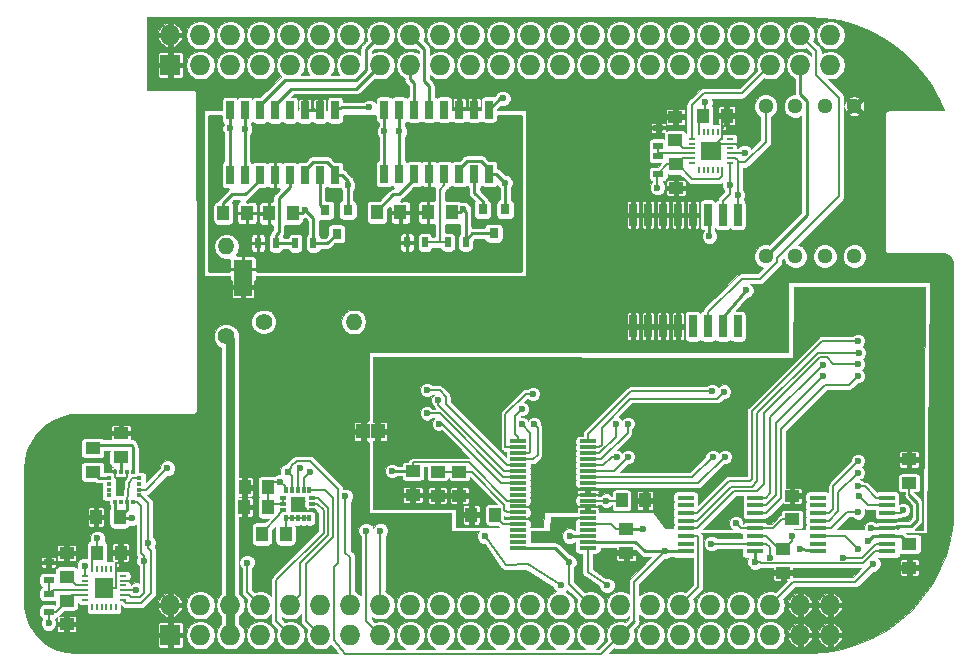
<source format=gbr>
G04 #@! TF.GenerationSoftware,KiCad,Pcbnew,(5.0.0)*
G04 #@! TF.CreationDate,2018-11-04T22:59:11-02:00*
G04 #@! TF.ProjectId,Cape_Beaglebone,436170655F426561676C65626F6E652E,rev?*
G04 #@! TF.SameCoordinates,Original*
G04 #@! TF.FileFunction,Copper,L2,Bot,Signal*
G04 #@! TF.FilePolarity,Positive*
%FSLAX46Y46*%
G04 Gerber Fmt 4.6, Leading zero omitted, Abs format (unit mm)*
G04 Created by KiCad (PCBNEW (5.0.0)) date 11/04/18 22:59:11*
%MOMM*%
%LPD*%
G01*
G04 APERTURE LIST*
G04 #@! TA.AperFunction,SMDPad,CuDef*
%ADD10R,1.524000X1.524000*%
G04 #@! TD*
G04 #@! TA.AperFunction,ComponentPad*
%ADD11O,1.400000X1.400000*%
G04 #@! TD*
G04 #@! TA.AperFunction,ComponentPad*
%ADD12C,1.400000*%
G04 #@! TD*
G04 #@! TA.AperFunction,ComponentPad*
%ADD13R,1.727200X1.727200*%
G04 #@! TD*
G04 #@! TA.AperFunction,ComponentPad*
%ADD14O,1.727200X1.727200*%
G04 #@! TD*
G04 #@! TA.AperFunction,SMDPad,CuDef*
%ADD15R,0.300000X0.450000*%
G04 #@! TD*
G04 #@! TA.AperFunction,SMDPad,CuDef*
%ADD16R,0.450000X0.300000*%
G04 #@! TD*
G04 #@! TA.AperFunction,SMDPad,CuDef*
%ADD17R,0.700000X1.550000*%
G04 #@! TD*
G04 #@! TA.AperFunction,SMDPad,CuDef*
%ADD18R,1.475000X0.450000*%
G04 #@! TD*
G04 #@! TA.AperFunction,SMDPad,CuDef*
%ADD19R,1.475000X0.300000*%
G04 #@! TD*
G04 #@! TA.AperFunction,SMDPad,CuDef*
%ADD20R,0.300000X0.550000*%
G04 #@! TD*
G04 #@! TA.AperFunction,SMDPad,CuDef*
%ADD21R,0.550000X0.300000*%
G04 #@! TD*
G04 #@! TA.AperFunction,SMDPad,CuDef*
%ADD22R,1.590000X1.750000*%
G04 #@! TD*
G04 #@! TA.AperFunction,SMDPad,CuDef*
%ADD23R,0.600000X0.200000*%
G04 #@! TD*
G04 #@! TA.AperFunction,SMDPad,CuDef*
%ADD24R,0.200000X0.600000*%
G04 #@! TD*
G04 #@! TA.AperFunction,SMDPad,CuDef*
%ADD25R,0.650000X1.925000*%
G04 #@! TD*
G04 #@! TA.AperFunction,ComponentPad*
%ADD26C,1.280000*%
G04 #@! TD*
G04 #@! TA.AperFunction,SMDPad,CuDef*
%ADD27R,1.250000X1.250000*%
G04 #@! TD*
G04 #@! TA.AperFunction,SMDPad,CuDef*
%ADD28R,1.250000X1.000000*%
G04 #@! TD*
G04 #@! TA.AperFunction,SMDPad,CuDef*
%ADD29R,1.000000X1.250000*%
G04 #@! TD*
G04 #@! TA.AperFunction,SMDPad,CuDef*
%ADD30R,1.750000X1.590000*%
G04 #@! TD*
G04 #@! TA.AperFunction,SMDPad,CuDef*
%ADD31R,0.800000X0.900000*%
G04 #@! TD*
G04 #@! TA.AperFunction,SMDPad,CuDef*
%ADD32R,0.500000X0.900000*%
G04 #@! TD*
G04 #@! TA.AperFunction,SMDPad,CuDef*
%ADD33R,0.900000X0.500000*%
G04 #@! TD*
G04 #@! TA.AperFunction,ViaPad*
%ADD34C,0.600000*%
G04 #@! TD*
G04 #@! TA.AperFunction,Conductor*
%ADD35C,0.250000*%
G04 #@! TD*
G04 #@! TA.AperFunction,Conductor*
%ADD36C,0.200000*%
G04 #@! TD*
G04 #@! TA.AperFunction,Conductor*
%ADD37C,0.800000*%
G04 #@! TD*
G04 #@! TA.AperFunction,Conductor*
%ADD38C,0.100000*%
G04 #@! TD*
G04 #@! TA.AperFunction,Conductor*
%ADD39C,0.254000*%
G04 #@! TD*
G04 APERTURE END LIST*
D10*
G04 #@! TO.P,NT2,1*
G04 #@! TO.N,GNDD*
X134900000Y-70400000D03*
G04 #@! TO.P,NT2,2*
G04 #@! TO.N,GNDA_aux*
X134900000Y-68876000D03*
G04 #@! TD*
D11*
G04 #@! TO.P,L2,2*
G04 #@! TO.N,+5VA_aux*
X133500000Y-66980000D03*
D12*
G04 #@! TO.P,L2,1*
G04 #@! TO.N,+5V*
X133500000Y-74600000D03*
G04 #@! TD*
D13*
G04 #@! TO.P,P8,1*
G04 #@! TO.N,GNDD*
X128736296Y-99876004D03*
D14*
G04 #@! TO.P,P8,2*
X128736296Y-97336004D03*
G04 #@! TO.P,P8,3*
G04 #@! TO.N,+3V3*
X131276296Y-99876004D03*
G04 #@! TO.P,P8,4*
X131276296Y-97336004D03*
G04 #@! TO.P,P8,5*
G04 #@! TO.N,+5V*
X133816296Y-99876004D03*
G04 #@! TO.P,P8,6*
X133816296Y-97336004D03*
G04 #@! TO.P,P8,7*
G04 #@! TO.N,INTERUP_SEN_1*
X136356296Y-99876004D03*
G04 #@! TO.P,P8,8*
G04 #@! TO.N,INTERUP_SEN_2*
X136356296Y-97336004D03*
G04 #@! TO.P,P8,9*
G04 #@! TO.N,INTERUP_SEN_7a*
X138896296Y-99876004D03*
G04 #@! TO.P,P8,10*
G04 #@! TO.N,INTERUP_SEN_7b*
X138896296Y-97336004D03*
G04 #@! TO.P,P8,11*
G04 #@! TO.N,SPI_CS_S5*
X141436296Y-99876004D03*
G04 #@! TO.P,P8,12*
G04 #@! TO.N,Net-(P1-Pad12)*
X141436296Y-97336004D03*
G04 #@! TO.P,P8,13*
G04 #@! TO.N,Net-(P1-Pad13)*
X143976296Y-99876004D03*
G04 #@! TO.P,P8,14*
G04 #@! TO.N,SPI_CS_S4*
X143976296Y-97336004D03*
G04 #@! TO.P,P8,15*
G04 #@! TO.N,INTERUP_SEN_8b*
X146516296Y-99876004D03*
G04 #@! TO.P,P8,16*
G04 #@! TO.N,INTERUP_SEN_8a*
X146516296Y-97336004D03*
G04 #@! TO.P,P8,17*
G04 #@! TO.N,SCL_I2C_1*
X149056296Y-99876004D03*
G04 #@! TO.P,P8,18*
G04 #@! TO.N,SDA_I2C_1*
X149056296Y-97336004D03*
G04 #@! TO.P,P8,19*
G04 #@! TO.N,SCL_I2C_2*
X151596296Y-99876004D03*
G04 #@! TO.P,P8,20*
G04 #@! TO.N,SDA_I2C_2*
X151596296Y-97336004D03*
G04 #@! TO.P,P8,21*
G04 #@! TO.N,Net-(P1-Pad21)*
X154136296Y-99876004D03*
G04 #@! TO.P,P8,22*
G04 #@! TO.N,Net-(P1-Pad22)*
X154136296Y-97336004D03*
G04 #@! TO.P,P8,23*
G04 #@! TO.N,Net-(P1-Pad23)*
X156676296Y-99876004D03*
G04 #@! TO.P,P8,24*
G04 #@! TO.N,Net-(P1-Pad24)*
X156676296Y-97336004D03*
G04 #@! TO.P,P8,25*
G04 #@! TO.N,Net-(P1-Pad25)*
X159216296Y-99876004D03*
G04 #@! TO.P,P8,26*
G04 #@! TO.N,Net-(P1-Pad26)*
X159216296Y-97336004D03*
G04 #@! TO.P,P8,27*
G04 #@! TO.N,Net-(P1-Pad27)*
X161756296Y-99876004D03*
G04 #@! TO.P,P8,28*
G04 #@! TO.N,SPI_CS_S3*
X161756296Y-97336004D03*
G04 #@! TO.P,P8,29*
G04 #@! TO.N,SPI_SD0*
X164296296Y-99876004D03*
G04 #@! TO.P,P8,30*
G04 #@! TO.N,SPI_SDI*
X164296296Y-97336004D03*
G04 #@! TO.P,P8,31*
G04 #@! TO.N,SPI_SPC*
X166836296Y-99876004D03*
G04 #@! TO.P,P8,32*
G04 #@! TO.N,VDD_ADC*
X166836296Y-97336004D03*
G04 #@! TO.P,P8,33*
G04 #@! TO.N,Net-(P1-Pad33)*
X169376296Y-99876004D03*
G04 #@! TO.P,P8,34*
G04 #@! TO.N,GNDA_ADC*
X169376296Y-97336004D03*
G04 #@! TO.P,P8,35*
G04 #@! TO.N,Net-(P1-Pad35)*
X171916296Y-99876004D03*
G04 #@! TO.P,P8,36*
G04 #@! TO.N,SPI_CS_S1*
X171916296Y-97336004D03*
G04 #@! TO.P,P8,37*
G04 #@! TO.N,Net-(P1-Pad37)*
X174456296Y-99876004D03*
G04 #@! TO.P,P8,38*
G04 #@! TO.N,Net-(P1-Pad38)*
X174456296Y-97336004D03*
G04 #@! TO.P,P8,39*
G04 #@! TO.N,Net-(P1-Pad39)*
X176996296Y-99876004D03*
G04 #@! TO.P,P8,40*
G04 #@! TO.N,Net-(P1-Pad40)*
X176996296Y-97336004D03*
G04 #@! TO.P,P8,41*
G04 #@! TO.N,Net-(P1-Pad41)*
X179536296Y-99876004D03*
G04 #@! TO.P,P8,42*
G04 #@! TO.N,SPI_CS_S2*
X179536296Y-97336004D03*
G04 #@! TO.P,P8,43*
G04 #@! TO.N,GNDD*
X182076296Y-99876004D03*
G04 #@! TO.P,P8,44*
X182076296Y-97336004D03*
G04 #@! TO.P,P8,45*
X184616296Y-99876004D03*
G04 #@! TO.P,P8,46*
X184616296Y-97336004D03*
G04 #@! TD*
D12*
G04 #@! TO.P,L1,1*
G04 #@! TO.N,+5V*
X136661096Y-73371104D03*
D11*
G04 #@! TO.P,L1,2*
G04 #@! TO.N,+5VA*
X144281096Y-73371104D03*
G04 #@! TD*
D15*
G04 #@! TO.P,IC10,1*
G04 #@! TO.N,SCL_I2C_1*
X125587896Y-88585004D03*
G04 #@! TO.P,IC10,2*
G04 #@! TO.N,+3V3*
X125087896Y-88585004D03*
G04 #@! TO.P,IC10,3*
G04 #@! TO.N,Net-(IC10-Pad3)*
X124587896Y-88585004D03*
G04 #@! TO.P,IC10,4*
G04 #@! TO.N,+3V3*
X124087896Y-88585004D03*
D16*
G04 #@! TO.P,IC10,5*
G04 #@! TO.N,Net-(IC10-Pad5)*
X123562896Y-88060004D03*
G04 #@! TO.P,IC10,6*
G04 #@! TO.N,Net-(IC10-Pad6)*
X123562896Y-87560004D03*
G04 #@! TO.P,IC10,7*
G04 #@! TO.N,Net-(IC10-Pad7)*
X123562896Y-87060004D03*
G04 #@! TO.P,IC10,8*
G04 #@! TO.N,Net-(C21-Pad1)*
X123562896Y-86560004D03*
D15*
G04 #@! TO.P,IC10,9*
G04 #@! TO.N,GNDD*
X124087896Y-86035004D03*
G04 #@! TO.P,IC10,10*
G04 #@! TO.N,Net-(C27-Pad2)*
X124587896Y-86035004D03*
G04 #@! TO.P,IC10,11*
G04 #@! TO.N,GNDD*
X125087896Y-86035004D03*
G04 #@! TO.P,IC10,12*
G04 #@! TO.N,Net-(C21-Pad2)*
X125587896Y-86035004D03*
D16*
G04 #@! TO.P,IC10,13*
G04 #@! TO.N,+3V3*
X126112896Y-86560004D03*
G04 #@! TO.P,IC10,14*
G04 #@! TO.N,Net-(IC10-Pad14)*
X126112896Y-87060004D03*
G04 #@! TO.P,IC10,15*
G04 #@! TO.N,INTERUP_SEN_2*
X126112896Y-87560004D03*
G04 #@! TO.P,IC10,16*
G04 #@! TO.N,SDA_I2C_1*
X126112896Y-88060004D03*
G04 #@! TD*
D17*
G04 #@! TO.P,IC4,16*
G04 #@! TO.N,+3V3*
X155743065Y-55386871D03*
G04 #@! TO.P,IC4,15*
G04 #@! TO.N,GNDD*
X154473065Y-55386871D03*
G04 #@! TO.P,IC4,14*
X153203065Y-55386871D03*
G04 #@! TO.P,IC4,13*
G04 #@! TO.N,Net-(IC4-Pad13)*
X151933065Y-55386871D03*
G04 #@! TO.P,IC4,12*
G04 #@! TO.N,HX2_DOUT*
X150663065Y-55386871D03*
G04 #@! TO.P,IC4,11*
G04 #@! TO.N,HX2_SCK*
X149393065Y-55386871D03*
G04 #@! TO.P,IC4,10*
G04 #@! TO.N,Net-(IC4-Pad10)*
X148123065Y-55386871D03*
G04 #@! TO.P,IC4,9*
G04 #@! TO.N,Net-(IC4-Pad8)*
X146853065Y-55386871D03*
G04 #@! TO.P,IC4,8*
X146853065Y-60836871D03*
G04 #@! TO.P,IC4,7*
G04 #@! TO.N,Net-(IC4-Pad10)*
X148123065Y-60836871D03*
G04 #@! TO.P,IC4,6*
G04 #@! TO.N,Net-(C7-Pad1)*
X149393065Y-60836871D03*
G04 #@! TO.P,IC4,5*
G04 #@! TO.N,GNDA_aux*
X150663065Y-60836871D03*
G04 #@! TO.P,IC4,4*
G04 #@! TO.N,Net-(IC4-Pad4)*
X151933065Y-60836871D03*
G04 #@! TO.P,IC4,3*
G04 #@! TO.N,+5VA_aux*
X153203065Y-60836871D03*
G04 #@! TO.P,IC4,2*
G04 #@! TO.N,Net-(IC4-Pad2)*
X154473065Y-60836871D03*
G04 #@! TO.P,IC4,1*
G04 #@! TO.N,+5VA_aux*
X155743065Y-60836871D03*
G04 #@! TD*
D18*
G04 #@! TO.P,IC6,1*
G04 #@! TO.N,SPI_SPC*
X183557896Y-92791104D03*
G04 #@! TO.P,IC6,2*
G04 #@! TO.N,Net-(IC6-Pad2)*
X183557896Y-92141104D03*
G04 #@! TO.P,IC6,3*
G04 #@! TO.N,SPI_CS_S2*
X183557896Y-91491104D03*
G04 #@! TO.P,IC6,4*
G04 #@! TO.N,/IOUT_3*
X183557896Y-90841104D03*
G04 #@! TO.P,IC6,5*
G04 #@! TO.N,/AIN_11P*
X183557896Y-90191104D03*
G04 #@! TO.P,IC6,6*
G04 #@! TO.N,/AIN_11N*
X183557896Y-89541104D03*
G04 #@! TO.P,IC6,7*
G04 #@! TO.N,Net-(IC6-Pad7)*
X183557896Y-88891104D03*
G04 #@! TO.P,IC6,8*
G04 #@! TO.N,Net-(IC6-Pad8)*
X183557896Y-88241104D03*
G04 #@! TO.P,IC6,9*
G04 #@! TO.N,/AIN_13N*
X189433896Y-88241104D03*
G04 #@! TO.P,IC6,10*
G04 #@! TO.N,/AIN_13P*
X189433896Y-88891104D03*
G04 #@! TO.P,IC6,11*
G04 #@! TO.N,/IOUT_4*
X189433896Y-89541104D03*
G04 #@! TO.P,IC6,12*
G04 #@! TO.N,GNDA*
X189433896Y-90191104D03*
G04 #@! TO.P,IC6,13*
G04 #@! TO.N,+5VA*
X189433896Y-90841104D03*
G04 #@! TO.P,IC6,14*
G04 #@! TO.N,+3V3*
X189433896Y-91491104D03*
G04 #@! TO.P,IC6,15*
G04 #@! TO.N,SPI_SD0*
X189433896Y-92141104D03*
G04 #@! TO.P,IC6,16*
G04 #@! TO.N,SPI_SDI*
X189433896Y-92791104D03*
G04 #@! TD*
D19*
G04 #@! TO.P,IC12,1*
G04 #@! TO.N,SPI_SDI*
X158206296Y-92492004D03*
G04 #@! TO.P,IC12,2*
G04 #@! TO.N,Net-(IC12-Pad2)*
X158206296Y-91992004D03*
G04 #@! TO.P,IC12,3*
G04 #@! TO.N,Net-(IC12-Pad3)*
X158206296Y-91492004D03*
G04 #@! TO.P,IC12,4*
G04 #@! TO.N,Net-(IC12-Pad4)*
X158206296Y-90992004D03*
G04 #@! TO.P,IC12,5*
G04 #@! TO.N,Net-(C25-Pad2)*
X158206296Y-90492004D03*
G04 #@! TO.P,IC12,6*
G04 #@! TO.N,GNDA*
X158206296Y-89992004D03*
G04 #@! TO.P,IC12,7*
G04 #@! TO.N,Net-(C24-Pad1)*
X158206296Y-89492004D03*
G04 #@! TO.P,IC12,8*
G04 #@! TO.N,GNDA*
X158206296Y-88992004D03*
G04 #@! TO.P,IC12,9*
G04 #@! TO.N,+5VA*
X158206296Y-88492004D03*
G04 #@! TO.P,IC12,10*
G04 #@! TO.N,Net-(IC12-Pad10)*
X158206296Y-87992004D03*
G04 #@! TO.P,IC12,11*
G04 #@! TO.N,Net-(IC12-Pad11)*
X158206296Y-87492004D03*
G04 #@! TO.P,IC12,12*
G04 #@! TO.N,/AIN_6P*
X158206296Y-86992004D03*
G04 #@! TO.P,IC12,13*
G04 #@! TO.N,/AIN_6N*
X158206296Y-86492004D03*
G04 #@! TO.P,IC12,14*
G04 #@! TO.N,/AIN_7P*
X158206296Y-85992004D03*
G04 #@! TO.P,IC12,15*
G04 #@! TO.N,/AIN_7N*
X158206296Y-85492004D03*
G04 #@! TO.P,IC12,16*
G04 #@! TO.N,/AIN_0P*
X158206296Y-84992004D03*
G04 #@! TO.P,IC12,17*
G04 #@! TO.N,/AIN_0N*
X158206296Y-84492004D03*
G04 #@! TO.P,IC12,18*
G04 #@! TO.N,/AIN_1P*
X158206296Y-83992004D03*
G04 #@! TO.P,IC12,19*
G04 #@! TO.N,/AIN_1N*
X158206296Y-83492004D03*
G04 #@! TO.P,IC12,20*
G04 #@! TO.N,/AIN_2N*
X164082296Y-83492004D03*
G04 #@! TO.P,IC12,21*
G04 #@! TO.N,/AIN_2P*
X164082296Y-83992004D03*
G04 #@! TO.P,IC12,22*
G04 #@! TO.N,/AIN_3N*
X164082296Y-84492004D03*
G04 #@! TO.P,IC12,23*
G04 #@! TO.N,/AIN_3P*
X164082296Y-84992004D03*
G04 #@! TO.P,IC12,24*
G04 #@! TO.N,/AIN_4N*
X164082296Y-85492004D03*
G04 #@! TO.P,IC12,25*
G04 #@! TO.N,/AIN_4P*
X164082296Y-85992004D03*
G04 #@! TO.P,IC12,26*
G04 #@! TO.N,/AIN_5N*
X164082296Y-86492004D03*
G04 #@! TO.P,IC12,27*
G04 #@! TO.N,/AIN_5P*
X164082296Y-86992004D03*
G04 #@! TO.P,IC12,28*
G04 #@! TO.N,GNDA*
X164082296Y-87492004D03*
G04 #@! TO.P,IC12,29*
X164082296Y-87992004D03*
G04 #@! TO.P,IC12,30*
G04 #@! TO.N,+5VA*
X164082296Y-88492004D03*
G04 #@! TO.P,IC12,31*
G04 #@! TO.N,GNDA*
X164082296Y-88992004D03*
G04 #@! TO.P,IC12,32*
X164082296Y-89492004D03*
G04 #@! TO.P,IC12,33*
G04 #@! TO.N,GNDD*
X164082296Y-89992004D03*
G04 #@! TO.P,IC12,34*
G04 #@! TO.N,+3V3*
X164082296Y-90492004D03*
G04 #@! TO.P,IC12,35*
G04 #@! TO.N,Net-(IC12-Pad35)*
X164082296Y-90992004D03*
G04 #@! TO.P,IC12,36*
G04 #@! TO.N,SPI_SD0*
X164082296Y-91492004D03*
G04 #@! TO.P,IC12,37*
G04 #@! TO.N,SPI_SPC*
X164082296Y-91992004D03*
G04 #@! TO.P,IC12,38*
G04 #@! TO.N,SPI_CS_S3*
X164082296Y-92492004D03*
G04 #@! TD*
D20*
G04 #@! TO.P,IC13,1*
G04 #@! TO.N,+3V3*
X138531096Y-87591704D03*
G04 #@! TO.P,IC13,2*
G04 #@! TO.N,SPI_SPC*
X139031096Y-87591704D03*
G04 #@! TO.P,IC13,3*
G04 #@! TO.N,SPI_SDI*
X139531096Y-87591704D03*
G04 #@! TO.P,IC13,4*
G04 #@! TO.N,SPI_SD0*
X140031096Y-87591704D03*
G04 #@! TO.P,IC13,5*
G04 #@! TO.N,SPI_CS_S5*
X140531096Y-87591704D03*
D21*
G04 #@! TO.P,IC13,6*
G04 #@! TO.N,INTERUP_SEN_7b*
X140731096Y-88291704D03*
G04 #@! TO.P,IC13,7*
G04 #@! TO.N,INTERUP_SEN_7a*
X140731096Y-88791704D03*
G04 #@! TO.P,IC13,8*
G04 #@! TO.N,GNDD*
X140731096Y-89291704D03*
D20*
G04 #@! TO.P,IC13,9*
G04 #@! TO.N,Net-(C31-Pad1)*
X140531096Y-89991704D03*
G04 #@! TO.P,IC13,10*
X140031096Y-89991704D03*
G04 #@! TO.P,IC13,11*
X139531096Y-89991704D03*
G04 #@! TO.P,IC13,12*
X139031096Y-89991704D03*
G04 #@! TO.P,IC13,13*
X138531096Y-89991704D03*
D21*
G04 #@! TO.P,IC13,14*
G04 #@! TO.N,Net-(C31-Pad2)*
X138331096Y-89291704D03*
G04 #@! TO.P,IC13,15*
G04 #@! TO.N,+3V3*
X138331096Y-88791704D03*
G04 #@! TO.P,IC13,16*
X138331096Y-88291704D03*
G04 #@! TD*
D22*
G04 #@! TO.P,IC8,25*
G04 #@! TO.N,GNDD*
X123129496Y-95875604D03*
D23*
G04 #@! TO.P,IC8,24*
G04 #@! TO.N,SDA_I2C_1*
X124729496Y-96875604D03*
G04 #@! TO.P,IC8,23*
G04 #@! TO.N,SCL_I2C_1*
X124729496Y-96475604D03*
G04 #@! TO.P,IC8,22*
G04 #@! TO.N,+3V3*
X124729496Y-96075604D03*
G04 #@! TO.P,IC8,21*
G04 #@! TO.N,Net-(IC8-Pad21)*
X124729496Y-95675604D03*
G04 #@! TO.P,IC8,20*
G04 #@! TO.N,GNDD*
X124729496Y-95275604D03*
G04 #@! TO.P,IC8,19*
G04 #@! TO.N,Net-(IC8-Pad19)*
X124729496Y-94875604D03*
D24*
G04 #@! TO.P,IC8,18*
G04 #@! TO.N,GNDD*
X124129496Y-94275604D03*
G04 #@! TO.P,IC8,17*
G04 #@! TO.N,Net-(IC8-Pad17)*
X123729496Y-94275604D03*
G04 #@! TO.P,IC8,16*
G04 #@! TO.N,Net-(IC8-Pad16)*
X123329496Y-94275604D03*
G04 #@! TO.P,IC8,15*
G04 #@! TO.N,Net-(IC8-Pad15)*
X122929496Y-94275604D03*
G04 #@! TO.P,IC8,14*
G04 #@! TO.N,Net-(IC8-Pad14)*
X122529496Y-94275604D03*
G04 #@! TO.P,IC8,13*
G04 #@! TO.N,+3V3*
X122129496Y-94275604D03*
D23*
G04 #@! TO.P,IC8,12*
G04 #@! TO.N,INTERUP_SEN_1*
X121529496Y-94875604D03*
G04 #@! TO.P,IC8,11*
G04 #@! TO.N,Net-(IC8-Pad11)*
X121529496Y-95275604D03*
G04 #@! TO.P,IC8,10*
G04 #@! TO.N,Net-(C15-Pad2)*
X121529496Y-95675604D03*
G04 #@! TO.P,IC8,9*
G04 #@! TO.N,Net-(IC8-Pad9)*
X121529496Y-96075604D03*
G04 #@! TO.P,IC8,8*
G04 #@! TO.N,+3V3*
X121529496Y-96475604D03*
G04 #@! TO.P,IC8,7*
G04 #@! TO.N,Net-(IC8-Pad7)*
X121529496Y-96875604D03*
D24*
G04 #@! TO.P,IC8,6*
G04 #@! TO.N,Net-(IC8-Pad6)*
X122129496Y-97475604D03*
G04 #@! TO.P,IC8,5*
G04 #@! TO.N,Net-(IC8-Pad5)*
X122529496Y-97475604D03*
G04 #@! TO.P,IC8,4*
G04 #@! TO.N,Net-(IC8-Pad4)*
X122929496Y-97475604D03*
G04 #@! TO.P,IC8,3*
G04 #@! TO.N,Net-(IC8-Pad3)*
X123329496Y-97475604D03*
G04 #@! TO.P,IC8,2*
G04 #@! TO.N,Net-(IC8-Pad2)*
X123729496Y-97475604D03*
G04 #@! TO.P,IC8,1*
G04 #@! TO.N,Net-(IC8-Pad1)*
X124129496Y-97475604D03*
G04 #@! TD*
D25*
G04 #@! TO.P,IC3,16*
G04 #@! TO.N,SCL_I2C_2*
X176794995Y-64304104D03*
G04 #@! TO.P,IC3,15*
G04 #@! TO.N,SDA_I2C_2*
X175524995Y-64304104D03*
G04 #@! TO.P,IC3,14*
G04 #@! TO.N,Net-(IC3-Pad14)*
X174254995Y-64304104D03*
G04 #@! TO.P,IC3,13*
G04 #@! TO.N,GNDD*
X172984995Y-64304104D03*
G04 #@! TO.P,IC3,12*
X171714995Y-64304104D03*
G04 #@! TO.P,IC3,11*
X170444995Y-64304104D03*
G04 #@! TO.P,IC3,10*
X169174995Y-64304104D03*
G04 #@! TO.P,IC3,9*
X167904995Y-64304104D03*
G04 #@! TO.P,IC3,8*
X167904995Y-73728104D03*
G04 #@! TO.P,IC3,7*
X169174995Y-73728104D03*
G04 #@! TO.P,IC3,6*
X170444995Y-73728104D03*
G04 #@! TO.P,IC3,5*
X171714995Y-73728104D03*
G04 #@! TO.P,IC3,4*
G04 #@! TO.N,Net-(IC3-Pad4)*
X172984995Y-73728104D03*
G04 #@! TO.P,IC3,3*
G04 #@! TO.N,INTERUP_RTC*
X174254995Y-73728104D03*
G04 #@! TO.P,IC3,2*
G04 #@! TO.N,+3V3*
X175524995Y-73728104D03*
G04 #@! TO.P,IC3,1*
G04 #@! TO.N,Net-(IC3-Pad1)*
X176794995Y-73728104D03*
G04 #@! TD*
D26*
G04 #@! TO.P,U1,8*
G04 #@! TO.N,Net-(U1-Pad8)*
X186665896Y-67801604D03*
G04 #@! TO.P,U1,7*
G04 #@! TO.N,Net-(U1-Pad7)*
X184165896Y-67801604D03*
G04 #@! TO.P,U1,6*
G04 #@! TO.N,Net-(U1-Pad6)*
X181665896Y-67801604D03*
G04 #@! TO.P,U1,5*
G04 #@! TO.N,INTERUP_SEN_4*
X179165896Y-67801604D03*
G04 #@! TO.P,U1,4*
G04 #@! TO.N,SCL_I2C_2*
X179165896Y-55101604D03*
G04 #@! TO.P,U1,3*
G04 #@! TO.N,SDA_I2C_2*
X181665896Y-55101604D03*
G04 #@! TO.P,U1,2*
G04 #@! TO.N,+3V3*
X184165896Y-55101604D03*
G04 #@! TO.P,U1,1*
G04 #@! TO.N,GNDD*
X186665896Y-55101604D03*
G04 #@! TD*
D27*
G04 #@! TO.P,NT1,2*
G04 #@! TO.N,GNDA*
X146300396Y-82642104D03*
G04 #@! TO.P,NT1,1*
G04 #@! TO.N,GNDD*
X145093896Y-82642104D03*
G04 #@! TD*
D28*
G04 #@! TO.P,C24,2*
G04 #@! TO.N,GNDA*
X153234596Y-88064904D03*
G04 #@! TO.P,C24,1*
G04 #@! TO.N,Net-(C24-Pad1)*
X153234596Y-86064904D03*
G04 #@! TD*
D13*
G04 #@! TO.P,P9,1*
G04 #@! TO.N,GNDD*
X128736296Y-51616004D03*
D14*
G04 #@! TO.P,P9,2*
X128736296Y-49076004D03*
G04 #@! TO.P,P9,3*
G04 #@! TO.N,Net-(P2-Pad3)*
X131276296Y-51616004D03*
G04 #@! TO.P,P9,4*
G04 #@! TO.N,Net-(P2-Pad4)*
X131276296Y-49076004D03*
G04 #@! TO.P,P9,5*
G04 #@! TO.N,Net-(P2-Pad5)*
X133816296Y-51616004D03*
G04 #@! TO.P,P9,6*
G04 #@! TO.N,Net-(P2-Pad6)*
X133816296Y-49076004D03*
G04 #@! TO.P,P9,7*
G04 #@! TO.N,Net-(P2-Pad7)*
X136356296Y-51616004D03*
G04 #@! TO.P,P9,8*
G04 #@! TO.N,Net-(P2-Pad8)*
X136356296Y-49076004D03*
G04 #@! TO.P,P9,9*
G04 #@! TO.N,Net-(P2-Pad9)*
X138896296Y-51616004D03*
G04 #@! TO.P,P9,10*
G04 #@! TO.N,Net-(P2-Pad10)*
X138896296Y-49076004D03*
G04 #@! TO.P,P9,11*
G04 #@! TO.N,Net-(P2-Pad11)*
X141436296Y-51616004D03*
G04 #@! TO.P,P9,12*
G04 #@! TO.N,Net-(P2-Pad12)*
X141436296Y-49076004D03*
G04 #@! TO.P,P9,13*
G04 #@! TO.N,Net-(P2-Pad13)*
X143976296Y-51616004D03*
G04 #@! TO.P,P9,14*
G04 #@! TO.N,Net-(P2-Pad14)*
X143976296Y-49076004D03*
G04 #@! TO.P,P9,15*
G04 #@! TO.N,HX1_DOUT*
X146516296Y-51616004D03*
G04 #@! TO.P,P9,16*
G04 #@! TO.N,HX1_SCK*
X146516296Y-49076004D03*
G04 #@! TO.P,P9,17*
G04 #@! TO.N,HX2_SCK*
X149056296Y-51616004D03*
G04 #@! TO.P,P9,18*
G04 #@! TO.N,HX2_DOUT*
X149056296Y-49076004D03*
G04 #@! TO.P,P9,19*
G04 #@! TO.N,Net-(P2-Pad19)*
X151596296Y-51616004D03*
G04 #@! TO.P,P9,20*
G04 #@! TO.N,Net-(P2-Pad20)*
X151596296Y-49076004D03*
G04 #@! TO.P,P9,21*
G04 #@! TO.N,Net-(P2-Pad21)*
X154136296Y-51616004D03*
G04 #@! TO.P,P9,22*
G04 #@! TO.N,Net-(P2-Pad22)*
X154136296Y-49076004D03*
G04 #@! TO.P,P9,23*
G04 #@! TO.N,Net-(P2-Pad23)*
X156676296Y-51616004D03*
G04 #@! TO.P,P9,24*
G04 #@! TO.N,Net-(P2-Pad24)*
X156676296Y-49076004D03*
G04 #@! TO.P,P9,25*
G04 #@! TO.N,Net-(P2-Pad25)*
X159216296Y-51616004D03*
G04 #@! TO.P,P9,26*
G04 #@! TO.N,Net-(P2-Pad26)*
X159216296Y-49076004D03*
G04 #@! TO.P,P9,27*
G04 #@! TO.N,Net-(P2-Pad27)*
X161756296Y-51616004D03*
G04 #@! TO.P,P9,28*
G04 #@! TO.N,Net-(P2-Pad28)*
X161756296Y-49076004D03*
G04 #@! TO.P,P9,29*
G04 #@! TO.N,Net-(P2-Pad29)*
X164296296Y-51616004D03*
G04 #@! TO.P,P9,30*
G04 #@! TO.N,Net-(P2-Pad30)*
X164296296Y-49076004D03*
G04 #@! TO.P,P9,31*
G04 #@! TO.N,Net-(P2-Pad31)*
X166836296Y-51616004D03*
G04 #@! TO.P,P9,32*
G04 #@! TO.N,Net-(P2-Pad32)*
X166836296Y-49076004D03*
G04 #@! TO.P,P9,33*
G04 #@! TO.N,Net-(P2-Pad33)*
X169376296Y-51616004D03*
G04 #@! TO.P,P9,34*
G04 #@! TO.N,Net-(P2-Pad34)*
X169376296Y-49076004D03*
G04 #@! TO.P,P9,35*
G04 #@! TO.N,Net-(P2-Pad35)*
X171916296Y-51616004D03*
G04 #@! TO.P,P9,36*
G04 #@! TO.N,Net-(P2-Pad36)*
X171916296Y-49076004D03*
G04 #@! TO.P,P9,37*
G04 #@! TO.N,Net-(P2-Pad37)*
X174456296Y-51616004D03*
G04 #@! TO.P,P9,38*
G04 #@! TO.N,Net-(P2-Pad38)*
X174456296Y-49076004D03*
G04 #@! TO.P,P9,39*
G04 #@! TO.N,Net-(P2-Pad39)*
X176996296Y-51616004D03*
G04 #@! TO.P,P9,40*
G04 #@! TO.N,Net-(P2-Pad40)*
X176996296Y-49076004D03*
G04 #@! TO.P,P9,41*
G04 #@! TO.N,INTERUP_SEN_3*
X179536296Y-51616004D03*
G04 #@! TO.P,P9,42*
G04 #@! TO.N,Net-(P2-Pad42)*
X179536296Y-49076004D03*
G04 #@! TO.P,P9,43*
G04 #@! TO.N,INTERUP_SEN_4*
X182076296Y-51616004D03*
G04 #@! TO.P,P9,44*
G04 #@! TO.N,INTERUP_RTC*
X182076296Y-49076004D03*
G04 #@! TO.P,P9,45*
G04 #@! TO.N,Net-(P2-Pad45)*
X184616296Y-51616004D03*
G04 #@! TO.P,P9,46*
G04 #@! TO.N,Net-(P2-Pad46)*
X184616296Y-49076004D03*
G04 #@! TD*
D29*
G04 #@! TO.P,C1,2*
G04 #@! TO.N,Net-(C1-Pad2)*
X139118896Y-64170104D03*
G04 #@! TO.P,C1,1*
G04 #@! TO.N,GNDA_aux*
X137118896Y-64170104D03*
G04 #@! TD*
D28*
G04 #@! TO.P,C2,1*
G04 #@! TO.N,+3V3*
X171573396Y-60036104D03*
G04 #@! TO.P,C2,2*
G04 #@! TO.N,GNDD*
X171573396Y-62036104D03*
G04 #@! TD*
D29*
G04 #@! TO.P,C3,1*
G04 #@! TO.N,Net-(C3-Pad1)*
X133238896Y-64150104D03*
G04 #@! TO.P,C3,2*
G04 #@! TO.N,GNDA_aux*
X135238896Y-64150104D03*
G04 #@! TD*
D28*
G04 #@! TO.P,C4,2*
G04 #@! TO.N,Net-(C4-Pad2)*
X171509896Y-58004104D03*
G04 #@! TO.P,C4,1*
G04 #@! TO.N,GNDD*
X171509896Y-56004104D03*
G04 #@! TD*
D29*
G04 #@! TO.P,C5,1*
G04 #@! TO.N,+3V3*
X173859396Y-55908604D03*
G04 #@! TO.P,C5,2*
G04 #@! TO.N,GNDD*
X175859396Y-55908604D03*
G04 #@! TD*
G04 #@! TO.P,C6,1*
G04 #@! TO.N,GNDA_aux*
X150568065Y-64100104D03*
G04 #@! TO.P,C6,2*
G04 #@! TO.N,Net-(C6-Pad2)*
X152568065Y-64100104D03*
G04 #@! TD*
G04 #@! TO.P,C7,2*
G04 #@! TO.N,GNDA_aux*
X148236896Y-64100104D03*
G04 #@! TO.P,C7,1*
G04 #@! TO.N,Net-(C7-Pad1)*
X146236896Y-64100104D03*
G04 #@! TD*
D28*
G04 #@! TO.P,C10,2*
G04 #@! TO.N,+3V3*
X191321896Y-92167104D03*
G04 #@! TO.P,C10,1*
G04 #@! TO.N,GNDD*
X191321896Y-94167104D03*
G04 #@! TD*
G04 #@! TO.P,C11,1*
G04 #@! TO.N,+5VA*
X191300000Y-87000000D03*
G04 #@! TO.P,C11,2*
G04 #@! TO.N,GNDA*
X191300000Y-85000000D03*
G04 #@! TD*
G04 #@! TO.P,C12,2*
G04 #@! TO.N,+3V3*
X180640000Y-92610000D03*
G04 #@! TO.P,C12,1*
G04 #@! TO.N,GNDD*
X180640000Y-94610000D03*
G04 #@! TD*
G04 #@! TO.P,C13,1*
G04 #@! TO.N,+5VA*
X181390496Y-90093704D03*
G04 #@! TO.P,C13,2*
G04 #@! TO.N,GNDA*
X181390496Y-88093704D03*
G04 #@! TD*
G04 #@! TO.P,C14,1*
G04 #@! TO.N,+3V3*
X119979896Y-96955104D03*
G04 #@! TO.P,C14,2*
G04 #@! TO.N,GNDD*
X119979896Y-98955104D03*
G04 #@! TD*
G04 #@! TO.P,C15,2*
G04 #@! TO.N,Net-(C15-Pad2)*
X119979896Y-94923104D03*
G04 #@! TO.P,C15,1*
G04 #@! TO.N,GNDD*
X119979896Y-92923104D03*
G04 #@! TD*
D29*
G04 #@! TO.P,C16,2*
G04 #@! TO.N,GNDD*
X124535896Y-92891104D03*
G04 #@! TO.P,C16,1*
G04 #@! TO.N,+3V3*
X122535896Y-92891104D03*
G04 #@! TD*
G04 #@! TO.P,C19,2*
G04 #@! TO.N,GNDD*
X122453496Y-89877104D03*
G04 #@! TO.P,C19,1*
G04 #@! TO.N,+3V3*
X124453496Y-89877104D03*
G04 #@! TD*
D28*
G04 #@! TO.P,C20,1*
G04 #@! TO.N,+5VA*
X149284896Y-86010904D03*
G04 #@! TO.P,C20,2*
G04 #@! TO.N,GNDA*
X149284896Y-88010904D03*
G04 #@! TD*
G04 #@! TO.P,C21,1*
G04 #@! TO.N,Net-(C21-Pad1)*
X122167496Y-86051104D03*
G04 #@! TO.P,C21,2*
G04 #@! TO.N,Net-(C21-Pad2)*
X122167496Y-84051104D03*
G04 #@! TD*
D29*
G04 #@! TO.P,C25,2*
G04 #@! TO.N,Net-(C25-Pad2)*
X156233896Y-89696104D03*
G04 #@! TO.P,C25,1*
G04 #@! TO.N,GNDA*
X154233896Y-89696104D03*
G04 #@! TD*
D28*
G04 #@! TO.P,C26,1*
G04 #@! TO.N,Net-(C24-Pad1)*
X151377996Y-86064904D03*
G04 #@! TO.P,C26,2*
G04 #@! TO.N,GNDA*
X151377996Y-88064904D03*
G04 #@! TD*
G04 #@! TO.P,C27,2*
G04 #@! TO.N,Net-(C27-Pad2)*
X124580496Y-84781104D03*
G04 #@! TO.P,C27,1*
G04 #@! TO.N,GNDD*
X124580496Y-82781104D03*
G04 #@! TD*
D29*
G04 #@! TO.P,C28,2*
G04 #@! TO.N,GNDD*
X135022596Y-89033004D03*
G04 #@! TO.P,C28,1*
G04 #@! TO.N,+3V3*
X137022596Y-89033004D03*
G04 #@! TD*
D28*
G04 #@! TO.P,C29,1*
G04 #@! TO.N,+3V3*
X167344296Y-90913104D03*
G04 #@! TO.P,C29,2*
G04 #@! TO.N,GNDD*
X167344296Y-92913104D03*
G04 #@! TD*
D29*
G04 #@! TO.P,C30,1*
G04 #@! TO.N,GNDA*
X168953896Y-88484104D03*
G04 #@! TO.P,C30,2*
G04 #@! TO.N,+5VA*
X166953896Y-88484104D03*
G04 #@! TD*
G04 #@! TO.P,C31,2*
G04 #@! TO.N,Net-(C31-Pad2)*
X136510000Y-91330000D03*
G04 #@! TO.P,C31,1*
G04 #@! TO.N,Net-(C31-Pad1)*
X138510000Y-91330000D03*
G04 #@! TD*
G04 #@! TO.P,C32,1*
G04 #@! TO.N,+3V3*
X137038596Y-87356604D03*
G04 #@! TO.P,C32,2*
G04 #@! TO.N,GNDD*
X135038596Y-87356604D03*
G04 #@! TD*
D30*
G04 #@! TO.P,IC1,25*
G04 #@! TO.N,GNDD*
X174502076Y-58878624D03*
D23*
G04 #@! TO.P,IC1,24*
G04 #@! TO.N,SDA_I2C_2*
X176102076Y-59878624D03*
G04 #@! TO.P,IC1,23*
G04 #@! TO.N,SCL_I2C_2*
X176102076Y-59478624D03*
G04 #@! TO.P,IC1,22*
G04 #@! TO.N,+3V3*
X176102076Y-59078624D03*
G04 #@! TO.P,IC1,21*
G04 #@! TO.N,Net-(IC1-Pad21)*
X176102076Y-58678624D03*
G04 #@! TO.P,IC1,20*
G04 #@! TO.N,GNDD*
X176102076Y-58278624D03*
G04 #@! TO.P,IC1,19*
G04 #@! TO.N,Net-(IC1-Pad19)*
X176102076Y-57878624D03*
D24*
G04 #@! TO.P,IC1,18*
G04 #@! TO.N,GNDD*
X175502076Y-57278624D03*
G04 #@! TO.P,IC1,17*
G04 #@! TO.N,Net-(IC1-Pad17)*
X175102076Y-57278624D03*
G04 #@! TO.P,IC1,16*
G04 #@! TO.N,Net-(IC1-Pad16)*
X174702076Y-57278624D03*
G04 #@! TO.P,IC1,15*
G04 #@! TO.N,Net-(IC1-Pad15)*
X174302076Y-57278624D03*
G04 #@! TO.P,IC1,14*
G04 #@! TO.N,Net-(IC1-Pad14)*
X173902076Y-57278624D03*
G04 #@! TO.P,IC1,13*
G04 #@! TO.N,+3V3*
X173502076Y-57278624D03*
D23*
G04 #@! TO.P,IC1,12*
G04 #@! TO.N,INTERUP_SEN_3*
X172902076Y-57878624D03*
G04 #@! TO.P,IC1,11*
G04 #@! TO.N,Net-(IC1-Pad11)*
X172902076Y-58278624D03*
G04 #@! TO.P,IC1,10*
G04 #@! TO.N,Net-(C4-Pad2)*
X172902076Y-58678624D03*
G04 #@! TO.P,IC1,9*
G04 #@! TO.N,Net-(IC1-Pad9)*
X172902076Y-59078624D03*
G04 #@! TO.P,IC1,8*
G04 #@! TO.N,+3V3*
X172902076Y-59478624D03*
G04 #@! TO.P,IC1,7*
G04 #@! TO.N,Net-(IC1-Pad7)*
X172902076Y-59878624D03*
D24*
G04 #@! TO.P,IC1,6*
G04 #@! TO.N,Net-(IC1-Pad6)*
X173502076Y-60478624D03*
G04 #@! TO.P,IC1,5*
G04 #@! TO.N,Net-(IC1-Pad5)*
X173902076Y-60478624D03*
G04 #@! TO.P,IC1,4*
G04 #@! TO.N,Net-(IC1-Pad4)*
X174302076Y-60478624D03*
G04 #@! TO.P,IC1,3*
G04 #@! TO.N,Net-(IC1-Pad3)*
X174702076Y-60478624D03*
G04 #@! TO.P,IC1,2*
G04 #@! TO.N,Net-(IC1-Pad2)*
X175102076Y-60478624D03*
G04 #@! TO.P,IC1,1*
G04 #@! TO.N,+3V3*
X175502076Y-60478624D03*
G04 #@! TD*
D17*
G04 #@! TO.P,IC2,1*
G04 #@! TO.N,+5VA_aux*
X142682088Y-60916113D03*
G04 #@! TO.P,IC2,2*
G04 #@! TO.N,Net-(IC2-Pad2)*
X141412088Y-60916113D03*
G04 #@! TO.P,IC2,3*
G04 #@! TO.N,+5VA_aux*
X140142088Y-60916113D03*
G04 #@! TO.P,IC2,4*
G04 #@! TO.N,Net-(IC2-Pad4)*
X138872088Y-60916113D03*
G04 #@! TO.P,IC2,5*
G04 #@! TO.N,GNDA_aux*
X137602088Y-60916113D03*
G04 #@! TO.P,IC2,6*
G04 #@! TO.N,Net-(C3-Pad1)*
X136332088Y-60916113D03*
G04 #@! TO.P,IC2,7*
G04 #@! TO.N,Net-(IC2-Pad10)*
X135062088Y-60916113D03*
G04 #@! TO.P,IC2,8*
G04 #@! TO.N,Net-(IC2-Pad8)*
X133792088Y-60916113D03*
G04 #@! TO.P,IC2,9*
X133792088Y-55466113D03*
G04 #@! TO.P,IC2,10*
G04 #@! TO.N,Net-(IC2-Pad10)*
X135062088Y-55466113D03*
G04 #@! TO.P,IC2,11*
G04 #@! TO.N,HX1_SCK*
X136332088Y-55466113D03*
G04 #@! TO.P,IC2,12*
G04 #@! TO.N,HX1_DOUT*
X137602088Y-55466113D03*
G04 #@! TO.P,IC2,13*
G04 #@! TO.N,Net-(IC2-Pad13)*
X138872088Y-55466113D03*
G04 #@! TO.P,IC2,14*
G04 #@! TO.N,GNDD*
X140142088Y-55466113D03*
G04 #@! TO.P,IC2,15*
X141412088Y-55466113D03*
G04 #@! TO.P,IC2,16*
G04 #@! TO.N,+3V3*
X142682088Y-55466113D03*
G04 #@! TD*
D18*
G04 #@! TO.P,IC7,16*
G04 #@! TO.N,SPI_SDI*
X178257896Y-92791104D03*
G04 #@! TO.P,IC7,15*
G04 #@! TO.N,SPI_SD0*
X178257896Y-92141104D03*
G04 #@! TO.P,IC7,14*
G04 #@! TO.N,+3V3*
X178257896Y-91491104D03*
G04 #@! TO.P,IC7,13*
G04 #@! TO.N,+5VA*
X178257896Y-90841104D03*
G04 #@! TO.P,IC7,12*
G04 #@! TO.N,GNDA*
X178257896Y-90191104D03*
G04 #@! TO.P,IC7,11*
G04 #@! TO.N,/IOUT_2*
X178257896Y-89541104D03*
G04 #@! TO.P,IC7,10*
G04 #@! TO.N,/AIN_9P*
X178257896Y-88891104D03*
G04 #@! TO.P,IC7,9*
G04 #@! TO.N,/AIN_9N*
X178257896Y-88241104D03*
G04 #@! TO.P,IC7,8*
G04 #@! TO.N,Net-(IC7-Pad8)*
X172381896Y-88241104D03*
G04 #@! TO.P,IC7,7*
G04 #@! TO.N,Net-(IC7-Pad7)*
X172381896Y-88891104D03*
G04 #@! TO.P,IC7,6*
G04 #@! TO.N,/AIN_8N*
X172381896Y-89541104D03*
G04 #@! TO.P,IC7,5*
G04 #@! TO.N,/AIN_8P*
X172381896Y-90191104D03*
G04 #@! TO.P,IC7,4*
G04 #@! TO.N,/IOUT_1*
X172381896Y-90841104D03*
G04 #@! TO.P,IC7,3*
G04 #@! TO.N,SPI_CS_S1*
X172381896Y-91491104D03*
G04 #@! TO.P,IC7,2*
G04 #@! TO.N,Net-(IC7-Pad2)*
X172381896Y-92141104D03*
G04 #@! TO.P,IC7,1*
G04 #@! TO.N,SPI_SPC*
X172381896Y-92791104D03*
G04 #@! TD*
D31*
G04 #@! TO.P,Q1,1*
G04 #@! TO.N,Net-(IC2-Pad2)*
X141878896Y-63920104D03*
G04 #@! TO.P,Q1,2*
G04 #@! TO.N,+5VA_aux*
X143778896Y-63920104D03*
G04 #@! TO.P,Q1,3*
G04 #@! TO.N,Net-(C1-Pad2)*
X142828896Y-65920104D03*
G04 #@! TD*
G04 #@! TO.P,Q2,3*
G04 #@! TO.N,Net-(C6-Pad2)*
X156142896Y-65846104D03*
G04 #@! TO.P,Q2,2*
G04 #@! TO.N,+5VA_aux*
X157092896Y-63846104D03*
G04 #@! TO.P,Q2,1*
G04 #@! TO.N,Net-(IC4-Pad2)*
X155192896Y-63846104D03*
G04 #@! TD*
D32*
G04 #@! TO.P,R1,1*
G04 #@! TO.N,Net-(IC2-Pad4)*
X139338896Y-66690104D03*
G04 #@! TO.P,R1,2*
G04 #@! TO.N,Net-(C1-Pad2)*
X140838896Y-66690104D03*
G04 #@! TD*
G04 #@! TO.P,R2,1*
G04 #@! TO.N,GNDA_aux*
X136188896Y-66690104D03*
G04 #@! TO.P,R2,2*
G04 #@! TO.N,Net-(IC2-Pad4)*
X137688896Y-66690104D03*
G04 #@! TD*
D33*
G04 #@! TO.P,R3,1*
G04 #@! TO.N,Net-(IC1-Pad9)*
X170049396Y-59326744D03*
G04 #@! TO.P,R3,2*
G04 #@! TO.N,+3V3*
X170049396Y-60826744D03*
G04 #@! TD*
G04 #@! TO.P,R4,2*
G04 #@! TO.N,Net-(IC1-Pad9)*
X170067176Y-58444224D03*
G04 #@! TO.P,R4,1*
G04 #@! TO.N,GNDD*
X170067176Y-56944224D03*
G04 #@! TD*
D32*
G04 #@! TO.P,R5,2*
G04 #@! TO.N,Net-(C6-Pad2)*
X153748896Y-66620104D03*
G04 #@! TO.P,R5,1*
G04 #@! TO.N,Net-(IC4-Pad4)*
X152248896Y-66620104D03*
G04 #@! TD*
G04 #@! TO.P,R6,1*
G04 #@! TO.N,GNDA_aux*
X148788896Y-66640104D03*
G04 #@! TO.P,R6,2*
G04 #@! TO.N,Net-(IC4-Pad4)*
X150288896Y-66640104D03*
G04 #@! TD*
D33*
G04 #@! TO.P,R13,1*
G04 #@! TO.N,Net-(IC8-Pad9)*
X118460976Y-96390524D03*
G04 #@! TO.P,R13,2*
G04 #@! TO.N,+3V3*
X118460976Y-97890524D03*
G04 #@! TD*
G04 #@! TO.P,R14,2*
G04 #@! TO.N,Net-(IC8-Pad9)*
X118455896Y-95227904D03*
G04 #@! TO.P,R14,1*
G04 #@! TO.N,GNDD*
X118455896Y-93727904D03*
G04 #@! TD*
D34*
G04 #@! TO.N,GNDD*
X169150000Y-68350000D03*
X137330000Y-78540000D03*
X137980000Y-84890000D03*
X141280000Y-82040000D03*
X132081696Y-87266504D03*
X173111995Y-66095104D03*
X161032396Y-62893604D03*
X164461396Y-55400604D03*
G04 #@! TO.N,+3V3*
X138042196Y-86886604D03*
X118455896Y-98860104D03*
X122583396Y-91684604D03*
X169985896Y-62004604D03*
X125469496Y-90004104D03*
X156904896Y-54448104D03*
X177369676Y-59027724D03*
X174049896Y-54765604D03*
X125885396Y-96066104D03*
X145601896Y-55210104D03*
X177478896Y-70704104D03*
X168750000Y-90913104D03*
X187850000Y-91900000D03*
X181360000Y-91480000D03*
G04 #@! TO.N,SCL_I2C_2*
X176794995Y-62639604D03*
G04 #@! TO.N,SDA_I2C_2*
X176102076Y-61750604D03*
G04 #@! TO.N,SPI_SPC*
X138680000Y-86040000D03*
X170600000Y-92791104D03*
X182050000Y-92610000D03*
G04 #@! TO.N,SPI_SD0*
X140594496Y-86040000D03*
X174550000Y-92150000D03*
X155370000Y-91500000D03*
X162550000Y-91500000D03*
X161810000Y-95680000D03*
X179490000Y-93320000D03*
X185680000Y-93316105D03*
G04 #@! TO.N,SPI_SDI*
X178257896Y-93700000D03*
X162500000Y-93700000D03*
X139728797Y-85740000D03*
G04 #@! TO.N,INTERUP_SEN_1*
X121500000Y-94000000D03*
G04 #@! TO.N,SCL_I2C_1*
X126507696Y-93602304D03*
G04 #@! TO.N,SDA_I2C_1*
X126863296Y-92078304D03*
G04 #@! TO.N,INTERUP_SEN_2*
X135250000Y-93750000D03*
X128500000Y-85750000D03*
G04 #@! TO.N,INTERUP_SEN_8a*
X146520000Y-91060000D03*
G04 #@! TO.N,INTERUP_SEN_8b*
X145330000Y-91050000D03*
G04 #@! TO.N,Net-(C1-Pad2)*
X140140896Y-63898104D03*
G04 #@! TO.N,GNDA*
X146917396Y-81198104D03*
X153475896Y-84724904D03*
X162315096Y-77308104D03*
X161502296Y-82083304D03*
X176945496Y-81702304D03*
X170316096Y-77384304D03*
X169503296Y-81981704D03*
X178520296Y-77816104D03*
X154314096Y-77384304D03*
X189696296Y-84126604D03*
X187003896Y-84126604D03*
X187003896Y-73966604D03*
X189747096Y-73966604D03*
G04 #@! TO.N,Net-(C6-Pad2)*
X153572065Y-63846104D03*
G04 #@! TO.N,+5VA*
X188083396Y-90833604D03*
X165667896Y-88492004D03*
X147506896Y-86007604D03*
X176650000Y-90400000D03*
G04 #@! TO.N,Net-(IC2-Pad10)*
X135062088Y-57030104D03*
G04 #@! TO.N,Net-(IC2-Pad8)*
X133792088Y-56990104D03*
G04 #@! TO.N,Net-(IC3-Pad14)*
X174381995Y-66095104D03*
G04 #@! TO.N,Net-(IC4-Pad10)*
X148141896Y-57242104D03*
G04 #@! TO.N,Net-(IC4-Pad8)*
X146871896Y-57242104D03*
G04 #@! TO.N,/IOUT_4*
X190813896Y-89322304D03*
G04 #@! TO.N,/AIN_13P*
X187029296Y-88128504D03*
G04 #@! TO.N,/AIN_13N*
X187003896Y-87290304D03*
G04 #@! TO.N,/AIN_11N*
X186978496Y-85131304D03*
G04 #@! TO.N,/AIN_11P*
X186978496Y-86126604D03*
G04 #@! TO.N,/IOUT_3*
X187003896Y-89500104D03*
G04 #@! TO.N,SPI_CS_S2*
X188250000Y-93850000D03*
X186950000Y-92600000D03*
G04 #@! TO.N,/IOUT_1*
X187003896Y-76952504D03*
G04 #@! TO.N,/AIN_8P*
X187029296Y-75961904D03*
G04 #@! TO.N,/AIN_8N*
X187003896Y-74966604D03*
G04 #@! TO.N,/AIN_9N*
X184032096Y-76977904D03*
G04 #@! TO.N,/AIN_9P*
X184006696Y-77968504D03*
G04 #@! TO.N,/IOUT_2*
X186978496Y-77968504D03*
G04 #@! TO.N,SPI_CS_S4*
X143580000Y-88140000D03*
G04 #@! TO.N,/AIN_6P*
X151469296Y-82007104D03*
G04 #@! TO.N,/AIN_6N*
X150478696Y-81118104D03*
G04 #@! TO.N,/AIN_7P*
X151443896Y-80000504D03*
G04 #@! TO.N,/AIN_7N*
X150453296Y-79136904D03*
G04 #@! TO.N,/AIN_0P*
X159546496Y-82032504D03*
G04 #@! TO.N,/AIN_0N*
X158505096Y-82032504D03*
G04 #@! TO.N,/AIN_1P*
X159444896Y-79441704D03*
G04 #@! TO.N,/AIN_1N*
X158505096Y-80762504D03*
G04 #@! TO.N,/AIN_2N*
X174634096Y-79213104D03*
G04 #@! TO.N,/AIN_2P*
X175650096Y-79263904D03*
G04 #@! TO.N,/AIN_3N*
X166480696Y-81981704D03*
G04 #@! TO.N,/AIN_3P*
X167471296Y-82007104D03*
G04 #@! TO.N,/AIN_4N*
X166531496Y-84801104D03*
G04 #@! TO.N,/AIN_4P*
X167522096Y-84801104D03*
G04 #@! TO.N,/AIN_5N*
X174659496Y-84775704D03*
G04 #@! TO.N,/AIN_5P*
X175675496Y-84801104D03*
G04 #@! TO.N,SPI_CS_S3*
X165730000Y-95670000D03*
G04 #@! TO.N,GNDA_aux*
X140775896Y-67783104D03*
X138489896Y-57242104D03*
X151443896Y-57242104D03*
G04 #@! TO.N,+5VA_aux*
X143778896Y-61814104D03*
X157092896Y-61586702D03*
G04 #@! TD*
D35*
G04 #@! TO.N,GNDD*
X141412088Y-55466113D02*
X140142088Y-55466113D01*
D36*
X174502076Y-58778624D02*
X174502076Y-58878624D01*
X175502076Y-57778624D02*
X174502076Y-58778624D01*
X175502076Y-57278624D02*
X175502076Y-57778624D01*
X175102076Y-58278624D02*
X176102076Y-58278624D01*
X174502076Y-58878624D02*
X175102076Y-58278624D01*
X176602076Y-58278624D02*
X176606956Y-58283504D01*
X176102076Y-58278624D02*
X176602076Y-58278624D01*
X175502076Y-56265924D02*
X175859396Y-55908604D01*
X175502076Y-57278624D02*
X175502076Y-56265924D01*
X124129496Y-94275604D02*
X124129496Y-93789504D01*
X125229496Y-95275604D02*
X125258996Y-95246104D01*
X124729496Y-95275604D02*
X125229496Y-95275604D01*
X124124496Y-95875604D02*
X123129496Y-95875604D01*
X124129496Y-95870604D02*
X124124496Y-95875604D01*
X124129496Y-94275604D02*
X124129496Y-95870604D01*
D35*
X140731096Y-89291704D02*
X140881704Y-89291704D01*
X140881704Y-89291704D02*
X141006097Y-89416097D01*
X141006097Y-89416097D02*
X141180000Y-89590000D01*
D36*
X124087896Y-86460004D02*
X124087896Y-86035004D01*
X124187897Y-86560005D02*
X124087896Y-86460004D01*
X124987895Y-86560005D02*
X124187897Y-86560005D01*
X125087896Y-86460004D02*
X124987895Y-86560005D01*
X125087896Y-86035004D02*
X125087896Y-86460004D01*
X163144796Y-89992004D02*
X162910000Y-90226800D01*
X164082296Y-89992004D02*
X163144796Y-89992004D01*
D35*
G04 #@! TO.N,+3V3*
X156681832Y-54448104D02*
X155743065Y-55386871D01*
X156904896Y-54448104D02*
X156681832Y-54448104D01*
X125087896Y-89242704D02*
X124453496Y-89877104D01*
X125087896Y-88585004D02*
X125087896Y-89242704D01*
X124087896Y-89511504D02*
X124453496Y-89877104D01*
X124087896Y-88585004D02*
X124087896Y-89511504D01*
X124580496Y-90004104D02*
X124453496Y-89877104D01*
X125469496Y-90004104D02*
X124580496Y-90004104D01*
X124087896Y-88585004D02*
X124087896Y-89060004D01*
X190645896Y-91491104D02*
X189433896Y-91491104D01*
X191321896Y-92167104D02*
X190645896Y-91491104D01*
D36*
X119979896Y-96955104D02*
X119854896Y-96955104D01*
X120459396Y-96475604D02*
X119979896Y-96955104D01*
X121529496Y-96475604D02*
X120459396Y-96475604D01*
X119044476Y-97890524D02*
X119979896Y-96955104D01*
X118460976Y-97890524D02*
X119044476Y-97890524D01*
X118455896Y-97895604D02*
X118460976Y-97890524D01*
X118455896Y-98860104D02*
X118455896Y-97895604D01*
X173478396Y-55527604D02*
X173859396Y-55908604D01*
X122129496Y-93297504D02*
X122535896Y-92891104D01*
X122129496Y-94275604D02*
X122129496Y-93297504D01*
X122535896Y-91732104D02*
X122583396Y-91684604D01*
X122535896Y-92891104D02*
X122535896Y-91732104D01*
X174049896Y-55718104D02*
X173859396Y-55908604D01*
X174049896Y-54765604D02*
X174049896Y-55718104D01*
X173502076Y-56265924D02*
X173859396Y-55908604D01*
X173502076Y-57278624D02*
X173502076Y-56265924D01*
X170840036Y-60036104D02*
X170049396Y-60826744D01*
X171573396Y-60036104D02*
X170840036Y-60036104D01*
X169985896Y-60890244D02*
X170049396Y-60826744D01*
X169985896Y-62004604D02*
X169985896Y-60890244D01*
X172130876Y-59478624D02*
X172902076Y-59478624D01*
X171573396Y-60036104D02*
X172130876Y-59478624D01*
X175502076Y-60978624D02*
X175238096Y-61242604D01*
X175502076Y-60478624D02*
X175502076Y-60978624D01*
X171698396Y-60036104D02*
X171573396Y-60036104D01*
X172904896Y-61242604D02*
X171698396Y-60036104D01*
X175238096Y-61242604D02*
X172904896Y-61242604D01*
X125875896Y-96075604D02*
X124729496Y-96075604D01*
X125885396Y-96066104D02*
X125875896Y-96075604D01*
X177318776Y-59078624D02*
X176102076Y-59078624D01*
X177369676Y-59027724D02*
X177318776Y-59078624D01*
X138531096Y-87375504D02*
X138042196Y-86886604D01*
X138531096Y-87591704D02*
X138531096Y-87375504D01*
X137508596Y-86886604D02*
X137038596Y-87356604D01*
X138042196Y-86886604D02*
X137508596Y-86886604D01*
X137038596Y-89017004D02*
X137022596Y-89033004D01*
X137038596Y-87356604D02*
X137038596Y-89017004D01*
X137263896Y-88791704D02*
X138331096Y-88791704D01*
X137022596Y-89033004D02*
X137263896Y-88791704D01*
X138331096Y-88791704D02*
X138331096Y-88291704D01*
X165019796Y-90492004D02*
X164082296Y-90492004D01*
X166098196Y-90492004D02*
X165019796Y-90492004D01*
X166519296Y-90913104D02*
X166098196Y-90492004D01*
X167344296Y-90913104D02*
X167344296Y-90913104D01*
D35*
X143315896Y-55210104D02*
X142682088Y-55466113D01*
X145601896Y-55210104D02*
X143315896Y-55210104D01*
X175524995Y-72912005D02*
X175524995Y-73728104D01*
X177478896Y-70704104D02*
X175524995Y-72912005D01*
D36*
X167344296Y-90913104D02*
X166519296Y-90913104D01*
D35*
X167344296Y-90913104D02*
X168750000Y-90913104D01*
X189433896Y-91491104D02*
X189433896Y-91491104D01*
X188258896Y-91491104D02*
X189433896Y-91491104D01*
X187850000Y-91900000D02*
X188258896Y-91491104D01*
D36*
X125280000Y-86990000D02*
X125087896Y-88585004D01*
X125340000Y-86880000D02*
X125280000Y-86990000D01*
X126114397Y-86565203D02*
X125530000Y-86580000D01*
X125530000Y-86580000D02*
X125340000Y-86880000D01*
X179195396Y-91491104D02*
X178257896Y-91491104D01*
X180314292Y-92610000D02*
X179195396Y-91491104D01*
X180640000Y-92610000D02*
X180314292Y-92610000D01*
X181360000Y-91890000D02*
X180640000Y-92610000D01*
X181360000Y-91480000D02*
X181360000Y-91890000D01*
D35*
G04 #@! TO.N,INTERUP_SEN_4*
X179805895Y-67161605D02*
X179165896Y-67801604D01*
X182630897Y-64336603D02*
X179805895Y-67161605D01*
X182630897Y-54638403D02*
X182630897Y-64336603D01*
X182076296Y-54083802D02*
X182630897Y-54638403D01*
X182076296Y-51616004D02*
X182076296Y-54083802D01*
D36*
G04 #@! TO.N,SCL_I2C_2*
X176794995Y-63141604D02*
X176794995Y-64304104D01*
X176602076Y-59478624D02*
X176794995Y-59671543D01*
X176102076Y-59478624D02*
X176602076Y-59478624D01*
X177439798Y-59845604D02*
X176794995Y-59845604D01*
X179165896Y-58119506D02*
X177439798Y-59845604D01*
X179165896Y-55101604D02*
X179165896Y-58119506D01*
X176794995Y-59671543D02*
X176794995Y-59845604D01*
X176794995Y-59845604D02*
X176794995Y-62639604D01*
X176794995Y-62639604D02*
X176794995Y-63141604D01*
G04 #@! TO.N,SDA_I2C_2*
X176102076Y-60178624D02*
X176102076Y-59878624D01*
X176102076Y-62564523D02*
X176102076Y-61750604D01*
X175524995Y-63141604D02*
X176102076Y-62564523D01*
X175524995Y-64304104D02*
X175524995Y-63141604D01*
X176102076Y-61750604D02*
X176102076Y-60178624D01*
D35*
G04 #@! TO.N,SPI_SPC*
X165069796Y-91992004D02*
X164082296Y-91992004D01*
X168133198Y-91992004D02*
X165069796Y-91992004D01*
X168932298Y-92791104D02*
X168133198Y-91992004D01*
X172381896Y-92791104D02*
X170600000Y-92791104D01*
X170600000Y-92791104D02*
X168932298Y-92791104D01*
X166836296Y-99876004D02*
X168024897Y-98687403D01*
D36*
X139031096Y-86391096D02*
X139031096Y-87591704D01*
X138680000Y-86040000D02*
X139031096Y-86391096D01*
X140582497Y-85139999D02*
X142950000Y-87530000D01*
X139440796Y-85139999D02*
X140582497Y-85139999D01*
X138979999Y-85600796D02*
X139440796Y-85139999D01*
X138680000Y-86040000D02*
X138979999Y-85740001D01*
X138979999Y-85740001D02*
X138979999Y-85600796D01*
X142599897Y-94120103D02*
X142650000Y-94070000D01*
X142942725Y-93777275D02*
X142599897Y-94120103D01*
X142942725Y-87537275D02*
X142942725Y-93777275D01*
X142950000Y-87530000D02*
X142942725Y-87537275D01*
X168024897Y-95366207D02*
X170600000Y-92791104D01*
X168024897Y-98687403D02*
X168024897Y-95366207D01*
X142599897Y-100299897D02*
X142599897Y-94120103D01*
X143510000Y-101470000D02*
X142599897Y-100299897D01*
X166836296Y-99876004D02*
X165242300Y-101470000D01*
X165242300Y-101470000D02*
X143510000Y-101470000D01*
D35*
X183549000Y-92800000D02*
X183557896Y-92791104D01*
X182050000Y-92610000D02*
X183549000Y-92800000D01*
G04 #@! TO.N,SPI_SD0*
X164074300Y-91500000D02*
X164082296Y-91492004D01*
X162550000Y-91500000D02*
X162550000Y-91500000D01*
X178257896Y-92141104D02*
X178257896Y-92141104D01*
X178216792Y-92100000D02*
X178257896Y-92141104D01*
D36*
X140031096Y-86603400D02*
X140594496Y-86040000D01*
X140031096Y-87591704D02*
X140031096Y-86603400D01*
X174550000Y-92150000D02*
X178249000Y-92150000D01*
X178249000Y-92150000D02*
X178257896Y-92141104D01*
D35*
X162550000Y-91500000D02*
X164074300Y-91500000D01*
D36*
X155669999Y-91799999D02*
X155370000Y-91500000D01*
X157130000Y-93910000D02*
X155669999Y-91799999D01*
X161810000Y-95680000D02*
X159030000Y-93900000D01*
X159030000Y-93900000D02*
X157130000Y-93910000D01*
D35*
X178257896Y-92141104D02*
X178257896Y-92141104D01*
D36*
X189433896Y-92141104D02*
X188496396Y-92141104D01*
X187321395Y-93316105D02*
X185680000Y-93316105D01*
X188496396Y-92141104D02*
X187321395Y-93316105D01*
X179195396Y-92141104D02*
X178257896Y-92141104D01*
X179195396Y-92141104D02*
X179490000Y-92435708D01*
X179490000Y-92435708D02*
X179490000Y-93320000D01*
X179490000Y-93320000D02*
X179490000Y-93330000D01*
D35*
G04 #@! TO.N,SPI_SDI*
X178257896Y-93266104D02*
X178257896Y-92791104D01*
X178257896Y-93700000D02*
X178257896Y-93266104D01*
X161292004Y-92492004D02*
X162500000Y-93700000D01*
X158206296Y-92492004D02*
X161292004Y-92492004D01*
D36*
X139531096Y-85937701D02*
X139531096Y-87591704D01*
X139728797Y-85740000D02*
X139531096Y-85937701D01*
X162500000Y-95539708D02*
X164296296Y-97336004D01*
X162500000Y-93700000D02*
X162500000Y-95539708D01*
X178682160Y-93700000D02*
X178257896Y-93700000D01*
X189433896Y-92791104D02*
X188420894Y-92791104D01*
X188420894Y-92791104D02*
X187511998Y-93700000D01*
X187511998Y-93700000D02*
X187503199Y-93700000D01*
X187503199Y-93700000D02*
X187423200Y-93779999D01*
X187423200Y-93779999D02*
X178762159Y-93779999D01*
X178762159Y-93779999D02*
X178682160Y-93700000D01*
G04 #@! TO.N,INTERUP_SEN_1*
X121529496Y-94029496D02*
X121500000Y-94000000D01*
X121529496Y-94875604D02*
X121529496Y-94029496D01*
G04 #@! TO.N,SCL_I2C_1*
X125937896Y-88585004D02*
X126285397Y-88932505D01*
X125587896Y-88585004D02*
X125937896Y-88585004D01*
X126507696Y-94026568D02*
X126507696Y-93602304D01*
X126507696Y-96331806D02*
X126507696Y-94026568D01*
X126173397Y-96666105D02*
X126507696Y-96331806D01*
X125459999Y-96666105D02*
X126173397Y-96666105D01*
X125269498Y-96475604D02*
X125459999Y-96666105D01*
X124729496Y-96475604D02*
X125269498Y-96475604D01*
X126507696Y-93178040D02*
X126507696Y-93602304D01*
X126263295Y-92933639D02*
X126507696Y-93178040D01*
X126263295Y-88954607D02*
X126263295Y-92933639D01*
X126285397Y-88932505D02*
X126263295Y-88954607D01*
G04 #@! TO.N,SDA_I2C_1*
X125029496Y-97175604D02*
X124729496Y-96875604D01*
X126229597Y-97175604D02*
X125029496Y-97175604D01*
X126863296Y-92502568D02*
X126863296Y-92078304D01*
X127107697Y-92746969D02*
X126863296Y-92502568D01*
X127107697Y-96297504D02*
X127107697Y-92746969D01*
X126229597Y-97175604D02*
X127107697Y-96297504D01*
X126187896Y-88060004D02*
X126112896Y-88060004D01*
X126863296Y-92078304D02*
X126863296Y-88735404D01*
X126863296Y-88735404D02*
X126187896Y-88060004D01*
G04 #@! TO.N,INTERUP_SEN_2*
X126689996Y-87560004D02*
X128500000Y-85750000D01*
X126112896Y-87560004D02*
X126689996Y-87560004D01*
X135250000Y-96229708D02*
X136356296Y-97336004D01*
X135250000Y-93750000D02*
X135250000Y-96229708D01*
G04 #@! TO.N,INTERUP_SEN_7a*
X138032697Y-99012405D02*
X138896296Y-99876004D01*
X141206096Y-88791704D02*
X141742695Y-89328303D01*
X140731096Y-88791704D02*
X141206096Y-88791704D01*
X141742695Y-89328303D02*
X141742695Y-91248607D01*
X141742695Y-91248607D02*
X137732695Y-95258607D01*
X137732695Y-95258607D02*
X137732695Y-98712403D01*
X137732695Y-98712403D02*
X138032697Y-99012405D01*
G04 #@! TO.N,INTERUP_SEN_8a*
X146516296Y-96114690D02*
X146520000Y-96110986D01*
X146516296Y-97336004D02*
X146516296Y-96114690D01*
X146520000Y-96110986D02*
X146520000Y-91060000D01*
X146520000Y-91060000D02*
X146520000Y-91060000D01*
G04 #@! TO.N,INTERUP_SEN_7b*
X139759895Y-96472405D02*
X138896296Y-97336004D01*
X139759895Y-93797106D02*
X139759895Y-96472405D01*
X142142705Y-91414296D02*
X139759895Y-93797106D01*
X142142705Y-89162614D02*
X142142705Y-91414296D01*
X141271795Y-88291704D02*
X142142705Y-89162614D01*
X140731096Y-88291704D02*
X141271795Y-88291704D01*
G04 #@! TO.N,INTERUP_SEN_8b*
X145352695Y-98712403D02*
X145330000Y-91050000D01*
X146516296Y-99876004D02*
X145352695Y-98712403D01*
X145330000Y-91050000D02*
X145330000Y-91050000D01*
D35*
G04 #@! TO.N,Net-(C1-Pad2)*
X139868896Y-64170104D02*
X140140896Y-63898104D01*
X139118896Y-64170104D02*
X139868896Y-64170104D01*
X140140896Y-63898104D02*
X140140896Y-63898104D01*
X140838896Y-64596104D02*
X140140896Y-63898104D01*
X140838896Y-66690104D02*
X140838896Y-64596104D01*
X142058896Y-66690104D02*
X142828896Y-65920104D01*
X140838896Y-66690104D02*
X142058896Y-66690104D01*
D36*
G04 #@! TO.N,GNDA*
X153359596Y-88064904D02*
X153234596Y-88064904D01*
X151377996Y-88064904D02*
X153234596Y-88064904D01*
X151323996Y-88010904D02*
X151377996Y-88064904D01*
X149284896Y-88010904D02*
X151323996Y-88010904D01*
X153234596Y-88764904D02*
X153234596Y-88064904D01*
X153234596Y-89396804D02*
X153234596Y-88764904D01*
X153533896Y-89696104D02*
X153234596Y-89396804D01*
X154233896Y-89696104D02*
X153533896Y-89696104D01*
D35*
X164082296Y-88992004D02*
X164082296Y-89274990D01*
G04 #@! TO.N,Net-(C3-Pad1)*
X133238896Y-63275104D02*
X133937896Y-62576104D01*
X133238896Y-64150104D02*
X133238896Y-63275104D01*
X136332088Y-61341113D02*
X136332088Y-60916113D01*
X135097097Y-62576104D02*
X136332088Y-61341113D01*
X133937896Y-62576104D02*
X135097097Y-62576104D01*
D36*
G04 #@! TO.N,Net-(C4-Pad2)*
X172184416Y-58678624D02*
X172902076Y-58678624D01*
X171509896Y-58004104D02*
X172184416Y-58678624D01*
D35*
G04 #@! TO.N,Net-(C6-Pad2)*
X153318065Y-64100104D02*
X153572065Y-63846104D01*
X152568065Y-64100104D02*
X153318065Y-64100104D01*
X153572065Y-63846104D02*
X153572065Y-63846104D01*
X153748896Y-64022935D02*
X153572065Y-63846104D01*
X153748896Y-66620104D02*
X153748896Y-64022935D01*
X153748896Y-66420104D02*
X153748896Y-66620104D01*
X154322896Y-65846104D02*
X153748896Y-66420104D01*
X156142896Y-65846104D02*
X154322896Y-65846104D01*
G04 #@! TO.N,Net-(C7-Pad1)*
X146236896Y-63975104D02*
X147635896Y-62576104D01*
X146236896Y-64100104D02*
X146236896Y-63975104D01*
X149393065Y-61261871D02*
X149393065Y-60836871D01*
X148078832Y-62576104D02*
X149393065Y-61261871D01*
X147635896Y-62576104D02*
X148078832Y-62576104D01*
D36*
G04 #@! TO.N,+5VA*
X165019796Y-88492004D02*
X164082296Y-88492004D01*
X149330897Y-85264903D02*
X154099597Y-85264903D01*
X149284896Y-86010904D02*
X149284896Y-85944104D01*
X149284896Y-85310904D02*
X149330897Y-85264903D01*
X179195396Y-90841104D02*
X178257896Y-90841104D01*
X179818096Y-90841104D02*
X179195396Y-90841104D01*
X180565496Y-90093704D02*
X179818096Y-90841104D01*
X181390496Y-90093704D02*
X181352396Y-90093704D01*
X166945996Y-88492004D02*
X166953896Y-88484104D01*
X164082296Y-88492004D02*
X165667896Y-88492004D01*
X157268796Y-88492004D02*
X158206296Y-88492004D01*
X157260496Y-88492004D02*
X157268796Y-88492004D01*
X157260497Y-88492004D02*
X157268796Y-88492004D01*
X154099597Y-85331104D02*
X157260497Y-88492004D01*
X154099597Y-85264903D02*
X154099597Y-85331104D01*
X165667896Y-88492004D02*
X166945996Y-88492004D01*
X149284896Y-85944104D02*
X149284896Y-85310904D01*
D35*
X149281596Y-86007604D02*
X149284896Y-86010904D01*
X147506896Y-86007604D02*
X149281596Y-86007604D01*
D36*
X181352396Y-90093704D02*
X180565496Y-90093704D01*
X178257896Y-90841104D02*
X178257896Y-90841104D01*
D35*
X178186896Y-90770104D02*
X178257896Y-90841104D01*
X189426396Y-90833604D02*
X189433896Y-90841104D01*
X188083396Y-90833604D02*
X189426396Y-90833604D01*
D36*
X177091104Y-90841104D02*
X176650000Y-90400000D01*
X178257896Y-90841104D02*
X177091104Y-90841104D01*
D35*
X189433896Y-90841104D02*
X190467512Y-90659990D01*
X190467512Y-90659990D02*
X190234896Y-90841104D01*
X190467512Y-90659990D02*
X191440010Y-90659990D01*
X191440010Y-90659990D02*
X192000000Y-90100000D01*
X192000000Y-88670000D02*
X191330000Y-88000000D01*
X192000000Y-90100000D02*
X192000000Y-88670000D01*
D36*
X191330000Y-87420000D02*
X191330000Y-88000000D01*
G04 #@! TO.N,Net-(C15-Pad2)*
X120732396Y-95675604D02*
X121529496Y-95675604D01*
X119979896Y-94923104D02*
X120732396Y-95675604D01*
D35*
G04 #@! TO.N,Net-(C21-Pad1)*
X122676396Y-86560004D02*
X122167496Y-86051104D01*
X123562896Y-86560004D02*
X122676396Y-86560004D01*
G04 #@! TO.N,Net-(C21-Pad2)*
X122437496Y-83781104D02*
X122167496Y-84051104D01*
X125469496Y-83781104D02*
X122437496Y-83781104D01*
X125587896Y-86035004D02*
X125587896Y-84078502D01*
X125587896Y-84078502D02*
X125469496Y-83781104D01*
D36*
G04 #@! TO.N,Net-(C24-Pad1)*
X153359596Y-86064904D02*
X153234596Y-86064904D01*
X153234596Y-86064904D02*
X151377996Y-86064904D01*
X154059596Y-86064904D02*
X154060796Y-86066104D01*
X153234596Y-86064904D02*
X154059596Y-86064904D01*
X154060796Y-86066104D02*
X154268898Y-86066104D01*
X154268898Y-86066104D02*
X157033897Y-88831103D01*
X157033897Y-88831103D02*
X157033897Y-89257105D01*
X157268796Y-89492004D02*
X158206296Y-89492004D01*
X157033897Y-89257105D02*
X157268796Y-89492004D01*
G04 #@! TO.N,Net-(C25-Pad2)*
X157268796Y-90492004D02*
X158206296Y-90492004D01*
X156904796Y-90492004D02*
X157268796Y-90492004D01*
X156233896Y-89821104D02*
X156904796Y-90492004D01*
X156233896Y-89696104D02*
X156233896Y-89821104D01*
D35*
G04 #@! TO.N,Net-(C27-Pad2)*
X124580496Y-86027604D02*
X124587896Y-86035004D01*
X124580496Y-84781104D02*
X124580496Y-86027604D01*
D36*
G04 #@! TO.N,Net-(C31-Pad2)*
X137994696Y-89628104D02*
X138331096Y-89291704D01*
X136510000Y-91205000D02*
X136510000Y-91330000D01*
X137994696Y-89720304D02*
X136510000Y-91205000D01*
X137994696Y-89628104D02*
X137994696Y-89720304D01*
G04 #@! TO.N,Net-(C31-Pad1)*
X140531096Y-89991704D02*
X138531096Y-89991704D01*
X139994696Y-90028104D02*
X140031096Y-89991704D01*
X138510000Y-90012800D02*
X138531096Y-89991704D01*
X138510000Y-91330000D02*
X138510000Y-90012800D01*
G04 #@! TO.N,Net-(IC1-Pad9)*
X170049396Y-58462004D02*
X170067176Y-58444224D01*
X170171416Y-59078624D02*
X170049396Y-58956604D01*
X172902076Y-59078624D02*
X170171416Y-59078624D01*
X170049396Y-59326744D02*
X170049396Y-58956604D01*
X170049396Y-58956604D02*
X170049396Y-58462004D01*
G04 #@! TO.N,INTERUP_SEN_3*
X172902076Y-57578624D02*
X172902076Y-57878624D01*
X172902076Y-55025422D02*
X172902076Y-57578624D01*
X173923894Y-54003604D02*
X172902076Y-55025422D01*
X177148696Y-54003604D02*
X173923894Y-54003604D01*
X179536296Y-51616004D02*
X177148696Y-54003604D01*
D35*
G04 #@! TO.N,HX1_DOUT*
X144497296Y-53635004D02*
X146516296Y-51616004D01*
X139008197Y-53635004D02*
X144497296Y-53635004D01*
X137602088Y-55466113D02*
X137602088Y-55041113D01*
X137602088Y-55041113D02*
X139008197Y-53635004D01*
G04 #@! TO.N,HX1_SCK*
X145652697Y-49939603D02*
X146516296Y-49076004D01*
X136332088Y-55041113D02*
X138463197Y-52910004D01*
X136332088Y-55466113D02*
X136332088Y-55041113D01*
X138463197Y-52910004D02*
X144441426Y-52910004D01*
X144441426Y-52910004D02*
X145327695Y-52023735D01*
X145327695Y-52023735D02*
X145327695Y-50264605D01*
X145327695Y-50264605D02*
X145652697Y-49939603D01*
G04 #@! TO.N,Net-(IC2-Pad10)*
X135062088Y-55466113D02*
X135062088Y-57030104D01*
X135062088Y-58980104D02*
X135062088Y-60916113D01*
X135062088Y-57030104D02*
X135062088Y-58980104D01*
G04 #@! TO.N,Net-(IC2-Pad8)*
X133792088Y-55466113D02*
X133792088Y-56990104D01*
X133792088Y-57290104D02*
X133792088Y-60916113D01*
X133792088Y-56990104D02*
X133792088Y-57290104D01*
G04 #@! TO.N,Net-(IC2-Pad4)*
X137688896Y-66690104D02*
X139338896Y-66690104D01*
X137688896Y-65990104D02*
X137688896Y-66690104D01*
X137943897Y-65735103D02*
X137688896Y-65990104D01*
X137943897Y-62869304D02*
X137943897Y-65735103D01*
X138872088Y-61941113D02*
X137943897Y-62869304D01*
X138872088Y-60916113D02*
X138872088Y-61941113D01*
G04 #@! TO.N,Net-(IC2-Pad2)*
X141412088Y-63453296D02*
X141878896Y-63920104D01*
X141412088Y-60916113D02*
X141412088Y-63453296D01*
D36*
G04 #@! TO.N,INTERUP_RTC*
X174254995Y-72565604D02*
X174254995Y-73728104D01*
X177124505Y-69696094D02*
X174254995Y-72565604D01*
X178662608Y-69696094D02*
X177124505Y-69696094D01*
X180105897Y-68252805D02*
X178662608Y-69696094D01*
X183452695Y-50452403D02*
X183452695Y-52471703D01*
X182076296Y-49076004D02*
X183452695Y-50452403D01*
X183452695Y-52471703D02*
X185378296Y-54397304D01*
X185378296Y-54397304D02*
X185378296Y-62698002D01*
X185378296Y-62698002D02*
X180105897Y-67970401D01*
X180105897Y-67970401D02*
X180105897Y-68252805D01*
D35*
G04 #@! TO.N,Net-(IC3-Pad14)*
X174381995Y-66095104D02*
X174381995Y-63669104D01*
G04 #@! TO.N,Net-(IC4-Pad2)*
X154473065Y-61861871D02*
X154473065Y-60836871D01*
X154473065Y-62426273D02*
X154473065Y-61861871D01*
X155192896Y-63146104D02*
X154473065Y-62426273D01*
X155192896Y-63846104D02*
X155192896Y-63146104D01*
D36*
G04 #@! TO.N,Net-(IC4-Pad4)*
X152228896Y-66640104D02*
X152248896Y-66620104D01*
X151570896Y-62174040D02*
X151570896Y-66640104D01*
X151933065Y-61811871D02*
X151570896Y-62174040D01*
X151933065Y-60836871D02*
X151933065Y-61811871D01*
X150288896Y-66640104D02*
X151570896Y-66640104D01*
X151570896Y-66640104D02*
X152228896Y-66640104D01*
D35*
G04 #@! TO.N,Net-(IC4-Pad10)*
X148123065Y-55386871D02*
X148141896Y-57242104D01*
X148123065Y-58885004D02*
X148123065Y-60836871D01*
X148141896Y-57242104D02*
X148123065Y-58885004D01*
G04 #@! TO.N,Net-(IC4-Pad8)*
X146853065Y-55386871D02*
X146871896Y-57242104D01*
X146871896Y-57242104D02*
X146853065Y-58135004D01*
X146853065Y-58135004D02*
X146853065Y-60836871D01*
G04 #@! TO.N,HX2_SCK*
X149056296Y-51616004D02*
X149056296Y-52837318D01*
X149393065Y-53174087D02*
X149393065Y-55386871D01*
X149056296Y-52837318D02*
X149393065Y-53174087D01*
G04 #@! TO.N,HX2_DOUT*
X149056296Y-49076004D02*
X150244897Y-50264605D01*
X150663065Y-55386871D02*
X150663065Y-53426677D01*
X150663065Y-53426677D02*
X150663065Y-54361871D01*
X150244897Y-53008509D02*
X150663065Y-53426677D01*
X150244897Y-50264605D02*
X150244897Y-53008509D01*
D36*
G04 #@! TO.N,/IOUT_4*
X190595096Y-89541104D02*
X190813896Y-89322304D01*
X189433896Y-89541104D02*
X190595096Y-89541104D01*
G04 #@! TO.N,/AIN_13P*
X187791896Y-88891104D02*
X187029296Y-88128504D01*
X189433896Y-88891104D02*
X187791896Y-88891104D01*
D35*
G04 #@! TO.N,/AIN_13N*
X189433896Y-88241104D02*
X188921396Y-88241104D01*
D36*
X187428160Y-87290304D02*
X187003896Y-87290304D01*
X187545596Y-87290304D02*
X187428160Y-87290304D01*
X188496396Y-88241104D02*
X187545596Y-87290304D01*
X189433896Y-88241104D02*
X188496396Y-88241104D01*
G04 #@! TO.N,/AIN_11N*
X184495396Y-89541104D02*
X183557896Y-89541104D01*
X184870296Y-89166204D02*
X184495396Y-89541104D01*
X184870296Y-87239504D02*
X184870296Y-89166204D01*
X186978496Y-85131304D02*
X184870296Y-87239504D01*
G04 #@! TO.N,/AIN_11P*
X184495396Y-90191104D02*
X183557896Y-90191104D01*
X185320305Y-89366195D02*
X184495396Y-90191104D01*
X185320305Y-87784795D02*
X185320305Y-89366195D01*
X186978496Y-86126604D02*
X185320305Y-87784795D01*
G04 #@! TO.N,/IOUT_3*
X187044896Y-89541104D02*
X187003896Y-89500104D01*
D35*
X183628896Y-90770104D02*
X183628896Y-90770104D01*
D36*
X183628896Y-90770104D02*
X183557896Y-90841104D01*
X187003896Y-89500104D02*
X186038696Y-89500104D01*
X184697696Y-90841104D02*
X183557896Y-90841104D01*
X186038696Y-89500104D02*
X184697696Y-90841104D01*
G04 #@! TO.N,SPI_CS_S2*
X185841104Y-91491104D02*
X186950000Y-92600000D01*
X183557896Y-91491104D02*
X185841104Y-91491104D01*
X186438536Y-95400018D02*
X186438534Y-95400020D01*
X188250000Y-93850000D02*
X186699982Y-95400018D01*
X186699982Y-95400018D02*
X186438536Y-95400018D01*
X181472280Y-95400020D02*
X179536296Y-97336004D01*
X186438534Y-95400020D02*
X181472280Y-95400020D01*
G04 #@! TO.N,SPI_CS_S1*
X172779895Y-96472405D02*
X171916296Y-97336004D01*
X173419397Y-95832903D02*
X172779895Y-96472405D01*
X173419397Y-91591105D02*
X173419397Y-95832903D01*
X173319396Y-91491104D02*
X173419397Y-91591105D01*
X172381896Y-91491104D02*
X173319396Y-91491104D01*
G04 #@! TO.N,/IOUT_1*
X176444397Y-87716103D02*
X173319396Y-90841104D01*
X178399297Y-87716103D02*
X176444397Y-87716103D01*
X173319396Y-90841104D02*
X172381896Y-90841104D01*
X187003896Y-76952504D02*
X184894698Y-76952504D01*
X184320097Y-76377903D02*
X183744095Y-76377903D01*
X184894698Y-76952504D02*
X184320097Y-76377903D01*
X183744095Y-76377903D02*
X179028296Y-81093702D01*
X179028296Y-81093702D02*
X179028296Y-87087104D01*
X179028296Y-87087104D02*
X178399297Y-87716103D01*
G04 #@! TO.N,/AIN_8P*
X173319396Y-90191104D02*
X172381896Y-90191104D01*
X183594396Y-75961904D02*
X178444096Y-81112204D01*
X187029296Y-75961904D02*
X183594396Y-75961904D01*
X178444096Y-81112204D02*
X178444096Y-86858504D01*
X178444096Y-86858504D02*
X178012296Y-87315704D01*
X178012296Y-87315704D02*
X176194796Y-87315704D01*
X176194796Y-87315704D02*
X173319396Y-90191104D01*
G04 #@! TO.N,/AIN_8N*
X183953286Y-74966604D02*
X183407995Y-75511895D01*
X187003896Y-74966604D02*
X183953286Y-74966604D01*
X183407995Y-75511895D02*
X177986896Y-80932994D01*
X177986896Y-80932994D02*
X177986896Y-86687204D01*
X177986896Y-86687204D02*
X177866396Y-86807704D01*
X176066386Y-86807704D02*
X176107296Y-86807704D01*
X173332986Y-89541104D02*
X176066386Y-86807704D01*
X172381896Y-89541104D02*
X173332986Y-89541104D01*
X177866396Y-86807704D02*
X176107296Y-86807704D01*
D35*
G04 #@! TO.N,/AIN_9N*
X178257896Y-88241104D02*
X177745396Y-88241104D01*
D36*
X184032096Y-76977904D02*
X184032096Y-76981102D01*
X184032096Y-76981102D02*
X183694695Y-77318503D01*
X179561696Y-81448304D02*
X183691497Y-77318503D01*
X179561696Y-87874804D02*
X179561696Y-81448304D01*
X179195396Y-88241104D02*
X179561696Y-87874804D01*
X178257896Y-88241104D02*
X179195396Y-88241104D01*
G04 #@! TO.N,/AIN_9P*
X183706697Y-78268503D02*
X184006696Y-77968504D01*
X180046395Y-81928805D02*
X183706697Y-78268503D01*
X180046395Y-88040105D02*
X180046395Y-81928805D01*
X179195396Y-88891104D02*
X180046395Y-88040105D01*
X178257896Y-88891104D02*
X179195396Y-88891104D01*
G04 #@! TO.N,/IOUT_2*
X179195396Y-89541104D02*
X178257896Y-89541104D01*
X180465495Y-88271005D02*
X179195396Y-89541104D01*
X180465495Y-82424105D02*
X180465495Y-88271005D01*
X184184496Y-78705104D02*
X180465495Y-82424105D01*
X186978496Y-77968504D02*
X186241896Y-78705104D01*
X186241896Y-78705104D02*
X184184496Y-78705104D01*
G04 #@! TO.N,Net-(IC8-Pad9)*
X118775896Y-96075604D02*
X118460976Y-96390524D01*
X121529496Y-96075604D02*
X118775896Y-96075604D01*
X118455896Y-96385444D02*
X118460976Y-96390524D01*
X118455896Y-95227904D02*
X118455896Y-96385444D01*
G04 #@! TO.N,SPI_CS_S4*
X143976296Y-97336004D02*
X143976296Y-93309403D01*
X143580000Y-92913107D02*
X143976296Y-93309403D01*
X143580000Y-88140000D02*
X143580000Y-92913107D01*
G04 #@! TO.N,/AIN_6P*
X157268796Y-86992004D02*
X158206296Y-86992004D01*
X151469296Y-82007104D02*
X151794888Y-82007104D01*
X151794888Y-82007104D02*
X151794888Y-82027896D01*
X156758996Y-86992004D02*
X157268796Y-86992004D01*
X151794888Y-82027896D02*
X156758996Y-86992004D01*
G04 #@! TO.N,/AIN_6N*
X150902960Y-81118104D02*
X150478696Y-81118104D01*
X151542298Y-81118104D02*
X150902960Y-81118104D01*
X156916198Y-86492004D02*
X151542298Y-81118104D01*
X158206296Y-86492004D02*
X156916198Y-86492004D01*
G04 #@! TO.N,/AIN_7P*
X151443896Y-80424768D02*
X151443896Y-80000504D01*
X157011132Y-85992004D02*
X151443896Y-80424768D01*
X158206296Y-85992004D02*
X157011132Y-85992004D01*
G04 #@! TO.N,/AIN_7N*
X150877560Y-79136904D02*
X150453296Y-79136904D01*
X151542298Y-79136904D02*
X150877560Y-79136904D01*
X152093897Y-79688503D02*
X151542298Y-79136904D01*
X152093897Y-80317105D02*
X152093897Y-79688503D01*
X157268796Y-85492004D02*
X152093897Y-80317105D01*
X158206296Y-85492004D02*
X157268796Y-85492004D01*
G04 #@! TO.N,/AIN_0P*
X159143796Y-84992004D02*
X158206296Y-84992004D01*
X159457196Y-84992004D02*
X159143796Y-84992004D01*
X159846495Y-84602705D02*
X159457196Y-84992004D01*
X159846495Y-82332503D02*
X159846495Y-84602705D01*
X159546496Y-82032504D02*
X159846495Y-82332503D01*
G04 #@! TO.N,/AIN_0N*
X159143796Y-84492004D02*
X158206296Y-84492004D01*
X159243797Y-84392003D02*
X159143796Y-84492004D01*
X159243797Y-82771205D02*
X159243797Y-84392003D01*
X158505096Y-82032504D02*
X159243797Y-82771205D01*
G04 #@! TO.N,/AIN_1P*
X157268796Y-83992004D02*
X158206296Y-83992004D01*
X157188794Y-83992004D02*
X157268796Y-83992004D01*
X157118795Y-83922005D02*
X157188794Y-83992004D01*
X157118795Y-81186803D02*
X157118795Y-83922005D01*
X158863894Y-79441704D02*
X157118795Y-81186803D01*
X159444896Y-79441704D02*
X158863894Y-79441704D01*
G04 #@! TO.N,/AIN_1N*
X158206296Y-83142004D02*
X158206296Y-83492004D01*
X157905095Y-82840803D02*
X158206296Y-83142004D01*
X157905095Y-81362505D02*
X157905095Y-82840803D01*
X158505096Y-80762504D02*
X157905095Y-81362505D01*
G04 #@! TO.N,/AIN_2N*
X164082296Y-83142004D02*
X164082296Y-83492004D01*
X164082296Y-82855692D02*
X164082296Y-83142004D01*
X167724884Y-79213104D02*
X164082296Y-82855692D01*
X174634096Y-79213104D02*
X167724884Y-79213104D01*
G04 #@! TO.N,/AIN_2P*
X165019796Y-83992004D02*
X165261496Y-83750304D01*
X164082296Y-83992004D02*
X165019796Y-83992004D01*
X175350097Y-79563903D02*
X175650096Y-79263904D01*
X175050895Y-79863105D02*
X175350097Y-79563903D01*
X167711293Y-79863105D02*
X175050895Y-79863105D01*
X165261496Y-82312902D02*
X167711293Y-79863105D01*
X165261496Y-83750304D02*
X165261496Y-82312902D01*
G04 #@! TO.N,/AIN_3N*
X166480696Y-82405968D02*
X166480696Y-81981704D01*
X166480696Y-83096802D02*
X166480696Y-82405968D01*
X165085494Y-84492004D02*
X166480696Y-83096802D01*
X164082296Y-84492004D02*
X165085494Y-84492004D01*
G04 #@! TO.N,/AIN_3P*
X164082296Y-84992004D02*
X165019796Y-84992004D01*
X164082296Y-84992004D02*
X165156206Y-84992004D01*
X165221904Y-84992004D02*
X165156206Y-84992004D01*
X167471296Y-82742612D02*
X165221904Y-84992004D01*
X167471296Y-82007104D02*
X167471296Y-82742612D01*
G04 #@! TO.N,/AIN_4N*
X165019796Y-85492004D02*
X164082296Y-85492004D01*
X165416332Y-85492004D02*
X165019796Y-85492004D01*
X166107232Y-84801104D02*
X165416332Y-85492004D01*
X166531496Y-84801104D02*
X166107232Y-84801104D01*
G04 #@! TO.N,/AIN_4P*
X166331196Y-85992004D02*
X164082296Y-85992004D01*
X167522096Y-84801104D02*
X166331196Y-85992004D01*
G04 #@! TO.N,/AIN_5N*
X165019796Y-86492004D02*
X164082296Y-86492004D01*
X172943197Y-86492003D02*
X165019796Y-86492004D01*
X174659496Y-84775704D02*
X172943197Y-86492003D01*
G04 #@! TO.N,/AIN_5P*
X164132295Y-87042003D02*
X164082296Y-86992004D01*
X173434597Y-87042003D02*
X164132295Y-87042003D01*
X175675496Y-84801104D02*
X173434597Y-87042003D01*
G04 #@! TO.N,SPI_CS_S3*
X165730000Y-95670000D02*
X164082296Y-94532296D01*
X164082296Y-94532296D02*
X164082296Y-92492004D01*
G04 #@! TO.N,SPI_CS_S5*
X141831704Y-87591704D02*
X140531096Y-87591704D01*
X142542715Y-88302715D02*
X141831704Y-87591704D01*
X142542715Y-91579984D02*
X142542715Y-88302715D01*
X140272695Y-93850004D02*
X142542715Y-91579984D01*
X141436296Y-99876004D02*
X140272695Y-98712403D01*
X140272695Y-98712403D02*
X140272695Y-93850004D01*
D37*
G04 #@! TO.N,+5V*
X133663896Y-99723604D02*
X133816296Y-99876004D01*
X133816296Y-84933304D02*
X133816296Y-99876004D01*
X133816296Y-74793504D02*
X133663896Y-74641104D01*
X133816296Y-81773304D02*
X133816296Y-74793504D01*
X133816296Y-81773304D02*
X133816296Y-84933304D01*
D35*
G04 #@! TO.N,+5VA_aux*
X143778896Y-63220104D02*
X143778896Y-63920104D01*
X143778896Y-61412921D02*
X143778896Y-61814104D01*
X143282088Y-60916113D02*
X143778896Y-61412921D01*
X142682088Y-60916113D02*
X143282088Y-60916113D01*
X143778896Y-61814104D02*
X143778896Y-63220104D01*
X157092896Y-63146104D02*
X157092896Y-63846104D01*
X157092896Y-61586702D02*
X157092896Y-61586702D01*
X156343065Y-60836871D02*
X157092896Y-61586702D01*
X155743065Y-60836871D02*
X156343065Y-60836871D01*
X157092896Y-61586702D02*
X157092896Y-63146104D01*
X153203065Y-60411871D02*
X153203065Y-60836871D01*
X153878066Y-59736870D02*
X153203065Y-60411871D01*
X155083066Y-59736870D02*
X153878066Y-59736870D01*
X155743065Y-60396869D02*
X155083066Y-59736870D01*
X155743065Y-60836871D02*
X155743065Y-60396869D01*
X140142088Y-60491113D02*
X140142088Y-60916113D01*
X140817089Y-59816112D02*
X140142088Y-60491113D01*
X142022089Y-59816112D02*
X140817089Y-59816112D01*
X142682088Y-60476111D02*
X142022089Y-59816112D01*
X142682088Y-60916113D02*
X142682088Y-60476111D01*
G04 #@! TD*
D38*
G04 #@! TO.N,GNDD*
G36*
X184087730Y-47599776D02*
X185447022Y-47829684D01*
X186772198Y-48209672D01*
X188046766Y-48735010D01*
X189254840Y-49399155D01*
X190381338Y-50193812D01*
X191412249Y-51109099D01*
X192334703Y-52133588D01*
X193137213Y-53254521D01*
X193809765Y-54457911D01*
X194226267Y-55448730D01*
X189634593Y-55448730D01*
X189600000Y-55441849D01*
X189565408Y-55448730D01*
X189565407Y-55448730D01*
X189462942Y-55469112D01*
X189346749Y-55546749D01*
X189269112Y-55662942D01*
X189241849Y-55800000D01*
X189248731Y-55834598D01*
X189248730Y-67165407D01*
X189241849Y-67200000D01*
X189269112Y-67337058D01*
X189346749Y-67453251D01*
X189462942Y-67530888D01*
X189541478Y-67546510D01*
X189600000Y-67558151D01*
X189634592Y-67551270D01*
X194167568Y-67551270D01*
X194503365Y-67613810D01*
X194766052Y-67775731D01*
X194952835Y-68021363D01*
X195045430Y-68341119D01*
X195048731Y-68408612D01*
X195048730Y-88991317D01*
X194980083Y-90377911D01*
X194759058Y-91737420D01*
X194387865Y-93063823D01*
X193871137Y-94340575D01*
X193215311Y-95551769D01*
X192428559Y-96682315D01*
X191520687Y-97718119D01*
X190503022Y-98646260D01*
X189388229Y-99455188D01*
X188190222Y-100134805D01*
X186923923Y-100676645D01*
X185605115Y-101073957D01*
X184250237Y-101321787D01*
X182867543Y-101417644D01*
X182708947Y-101418705D01*
X182669807Y-101421156D01*
X182631184Y-101427954D01*
X182625133Y-101429733D01*
X165919233Y-101429463D01*
X166342831Y-101005864D01*
X166362773Y-101019189D01*
X166716772Y-101089604D01*
X166955820Y-101089604D01*
X167309819Y-101019189D01*
X167711252Y-100750960D01*
X167979481Y-100349527D01*
X168073671Y-99876004D01*
X168138921Y-99876004D01*
X168233111Y-100349527D01*
X168501340Y-100750960D01*
X168902773Y-101019189D01*
X169256772Y-101089604D01*
X169495820Y-101089604D01*
X169849819Y-101019189D01*
X170251252Y-100750960D01*
X170519481Y-100349527D01*
X170613671Y-99876004D01*
X170678921Y-99876004D01*
X170773111Y-100349527D01*
X171041340Y-100750960D01*
X171442773Y-101019189D01*
X171796772Y-101089604D01*
X172035820Y-101089604D01*
X172389819Y-101019189D01*
X172791252Y-100750960D01*
X173059481Y-100349527D01*
X173153671Y-99876004D01*
X173218921Y-99876004D01*
X173313111Y-100349527D01*
X173581340Y-100750960D01*
X173982773Y-101019189D01*
X174336772Y-101089604D01*
X174575820Y-101089604D01*
X174929819Y-101019189D01*
X175331252Y-100750960D01*
X175599481Y-100349527D01*
X175693671Y-99876004D01*
X175758921Y-99876004D01*
X175853111Y-100349527D01*
X176121340Y-100750960D01*
X176522773Y-101019189D01*
X176876772Y-101089604D01*
X177115820Y-101089604D01*
X177469819Y-101019189D01*
X177871252Y-100750960D01*
X178139481Y-100349527D01*
X178233671Y-99876004D01*
X178298921Y-99876004D01*
X178393111Y-100349527D01*
X178661340Y-100750960D01*
X179062773Y-101019189D01*
X179416772Y-101089604D01*
X179655820Y-101089604D01*
X180009819Y-101019189D01*
X180411252Y-100750960D01*
X180679481Y-100349527D01*
X180701871Y-100236961D01*
X181075796Y-100236961D01*
X181290087Y-100592360D01*
X181624071Y-100838700D01*
X181715343Y-100876483D01*
X181876296Y-100869676D01*
X181876296Y-100076004D01*
X182276296Y-100076004D01*
X182276296Y-100869676D01*
X182437249Y-100876483D01*
X182528521Y-100838700D01*
X182862505Y-100592360D01*
X183076796Y-100236961D01*
X183615796Y-100236961D01*
X183830087Y-100592360D01*
X184164071Y-100838700D01*
X184255343Y-100876483D01*
X184416296Y-100869676D01*
X184416296Y-100076004D01*
X184816296Y-100076004D01*
X184816296Y-100869676D01*
X184977249Y-100876483D01*
X185068521Y-100838700D01*
X185402505Y-100592360D01*
X185616796Y-100236961D01*
X185610944Y-100076004D01*
X184816296Y-100076004D01*
X184416296Y-100076004D01*
X183621648Y-100076004D01*
X183615796Y-100236961D01*
X183076796Y-100236961D01*
X183070944Y-100076004D01*
X182276296Y-100076004D01*
X181876296Y-100076004D01*
X181081648Y-100076004D01*
X181075796Y-100236961D01*
X180701871Y-100236961D01*
X180773671Y-99876004D01*
X180701872Y-99515047D01*
X181075796Y-99515047D01*
X181081648Y-99676004D01*
X181876296Y-99676004D01*
X181876296Y-98882332D01*
X182276296Y-98882332D01*
X182276296Y-99676004D01*
X183070944Y-99676004D01*
X183076796Y-99515047D01*
X183615796Y-99515047D01*
X183621648Y-99676004D01*
X184416296Y-99676004D01*
X184416296Y-98882332D01*
X184816296Y-98882332D01*
X184816296Y-99676004D01*
X185610944Y-99676004D01*
X185616796Y-99515047D01*
X185402505Y-99159648D01*
X185068521Y-98913308D01*
X184977249Y-98875525D01*
X184816296Y-98882332D01*
X184416296Y-98882332D01*
X184255343Y-98875525D01*
X184164071Y-98913308D01*
X183830087Y-99159648D01*
X183615796Y-99515047D01*
X183076796Y-99515047D01*
X182862505Y-99159648D01*
X182528521Y-98913308D01*
X182437249Y-98875525D01*
X182276296Y-98882332D01*
X181876296Y-98882332D01*
X181715343Y-98875525D01*
X181624071Y-98913308D01*
X181290087Y-99159648D01*
X181075796Y-99515047D01*
X180701872Y-99515047D01*
X180679481Y-99402481D01*
X180411252Y-99001048D01*
X180009819Y-98732819D01*
X179655820Y-98662404D01*
X179416772Y-98662404D01*
X179062773Y-98732819D01*
X178661340Y-99001048D01*
X178393111Y-99402481D01*
X178298921Y-99876004D01*
X178233671Y-99876004D01*
X178139481Y-99402481D01*
X177871252Y-99001048D01*
X177469819Y-98732819D01*
X177115820Y-98662404D01*
X176876772Y-98662404D01*
X176522773Y-98732819D01*
X176121340Y-99001048D01*
X175853111Y-99402481D01*
X175758921Y-99876004D01*
X175693671Y-99876004D01*
X175599481Y-99402481D01*
X175331252Y-99001048D01*
X174929819Y-98732819D01*
X174575820Y-98662404D01*
X174336772Y-98662404D01*
X173982773Y-98732819D01*
X173581340Y-99001048D01*
X173313111Y-99402481D01*
X173218921Y-99876004D01*
X173153671Y-99876004D01*
X173059481Y-99402481D01*
X172791252Y-99001048D01*
X172389819Y-98732819D01*
X172035820Y-98662404D01*
X171796772Y-98662404D01*
X171442773Y-98732819D01*
X171041340Y-99001048D01*
X170773111Y-99402481D01*
X170678921Y-99876004D01*
X170613671Y-99876004D01*
X170519481Y-99402481D01*
X170251252Y-99001048D01*
X169849819Y-98732819D01*
X169495820Y-98662404D01*
X169256772Y-98662404D01*
X168902773Y-98732819D01*
X168501340Y-99001048D01*
X168233111Y-99402481D01*
X168138921Y-99876004D01*
X168073671Y-99876004D01*
X167979828Y-99404223D01*
X168393850Y-98990201D01*
X168472336Y-98872739D01*
X168509201Y-98687403D01*
X168474897Y-98514943D01*
X168474897Y-98171385D01*
X168501340Y-98210960D01*
X168902773Y-98479189D01*
X169256772Y-98549604D01*
X169495820Y-98549604D01*
X169849819Y-98479189D01*
X170251252Y-98210960D01*
X170519481Y-97809527D01*
X170613671Y-97336004D01*
X170519481Y-96862481D01*
X170251252Y-96461048D01*
X169849819Y-96192819D01*
X169495820Y-96122404D01*
X169256772Y-96122404D01*
X168902773Y-96192819D01*
X168501340Y-96461048D01*
X168474897Y-96500623D01*
X168474897Y-95552602D01*
X170586397Y-93441104D01*
X170729293Y-93441104D01*
X170968195Y-93342147D01*
X171044238Y-93266104D01*
X171390501Y-93266104D01*
X171392061Y-93268439D01*
X171507833Y-93345796D01*
X171644396Y-93372960D01*
X172969397Y-93372960D01*
X172969398Y-95646506D01*
X172493039Y-96122866D01*
X172493036Y-96122868D01*
X172409761Y-96206144D01*
X172389819Y-96192819D01*
X172035820Y-96122404D01*
X171796772Y-96122404D01*
X171442773Y-96192819D01*
X171041340Y-96461048D01*
X170773111Y-96862481D01*
X170678921Y-97336004D01*
X170773111Y-97809527D01*
X171041340Y-98210960D01*
X171442773Y-98479189D01*
X171796772Y-98549604D01*
X172035820Y-98549604D01*
X172389819Y-98479189D01*
X172791252Y-98210960D01*
X173059481Y-97809527D01*
X173153671Y-97336004D01*
X173218921Y-97336004D01*
X173313111Y-97809527D01*
X173581340Y-98210960D01*
X173982773Y-98479189D01*
X174336772Y-98549604D01*
X174575820Y-98549604D01*
X174929819Y-98479189D01*
X175331252Y-98210960D01*
X175599481Y-97809527D01*
X175693671Y-97336004D01*
X175758921Y-97336004D01*
X175853111Y-97809527D01*
X176121340Y-98210960D01*
X176522773Y-98479189D01*
X176876772Y-98549604D01*
X177115820Y-98549604D01*
X177469819Y-98479189D01*
X177871252Y-98210960D01*
X178139481Y-97809527D01*
X178233671Y-97336004D01*
X178139481Y-96862481D01*
X177871252Y-96461048D01*
X177469819Y-96192819D01*
X177115820Y-96122404D01*
X176876772Y-96122404D01*
X176522773Y-96192819D01*
X176121340Y-96461048D01*
X175853111Y-96862481D01*
X175758921Y-97336004D01*
X175693671Y-97336004D01*
X175599481Y-96862481D01*
X175331252Y-96461048D01*
X174929819Y-96192819D01*
X174575820Y-96122404D01*
X174336772Y-96122404D01*
X173982773Y-96192819D01*
X173581340Y-96461048D01*
X173313111Y-96862481D01*
X173218921Y-97336004D01*
X173153671Y-97336004D01*
X173059481Y-96862481D01*
X173046156Y-96842539D01*
X173129432Y-96759264D01*
X173129434Y-96759261D01*
X173706254Y-96182442D01*
X173743829Y-96157335D01*
X173843288Y-96008484D01*
X173869397Y-95877224D01*
X173869397Y-95877220D01*
X173878212Y-95832904D01*
X173869397Y-95788587D01*
X173869397Y-94860000D01*
X179815000Y-94860000D01*
X179815000Y-95149782D01*
X179845448Y-95223290D01*
X179901709Y-95279551D01*
X179975217Y-95310000D01*
X180390000Y-95310000D01*
X180440000Y-95260000D01*
X180440000Y-94810000D01*
X179865000Y-94810000D01*
X179815000Y-94860000D01*
X173869397Y-94860000D01*
X173869397Y-91635425D01*
X173878213Y-91591105D01*
X173868956Y-91544566D01*
X173843288Y-91415524D01*
X173743829Y-91266673D01*
X173713907Y-91246680D01*
X176888939Y-91247232D01*
X176915523Y-91264995D01*
X177046783Y-91291104D01*
X177046787Y-91291104D01*
X177091103Y-91299919D01*
X177135420Y-91291104D01*
X177163540Y-91291104D01*
X177163540Y-91700000D01*
X175019238Y-91700000D01*
X174918195Y-91598957D01*
X174679293Y-91500000D01*
X174420707Y-91500000D01*
X174181805Y-91598957D01*
X173998957Y-91781805D01*
X173900000Y-92020707D01*
X173900000Y-92279293D01*
X173998957Y-92518195D01*
X174181805Y-92701043D01*
X174420707Y-92800000D01*
X174679293Y-92800000D01*
X174918195Y-92701043D01*
X175019238Y-92600000D01*
X177163540Y-92600000D01*
X177163540Y-93016104D01*
X177190704Y-93152667D01*
X177268061Y-93268439D01*
X177383833Y-93345796D01*
X177520396Y-93372960D01*
X177689806Y-93372960D01*
X177607896Y-93570707D01*
X177607896Y-93829293D01*
X177706853Y-94068195D01*
X177889701Y-94251043D01*
X178128603Y-94350000D01*
X178387189Y-94350000D01*
X178626091Y-94251043D01*
X178658865Y-94218269D01*
X178717838Y-94229999D01*
X178717839Y-94229999D01*
X178762159Y-94238815D01*
X178806479Y-94229999D01*
X179815000Y-94229999D01*
X179815000Y-94360000D01*
X179865000Y-94410000D01*
X180440000Y-94410000D01*
X180440000Y-94390000D01*
X180840000Y-94390000D01*
X180840000Y-94410000D01*
X181415000Y-94410000D01*
X181465000Y-94360000D01*
X181465000Y-94229999D01*
X187233605Y-94229999D01*
X186513587Y-94950018D01*
X186482856Y-94950018D01*
X186438536Y-94941202D01*
X186394216Y-94950018D01*
X186394215Y-94950018D01*
X186394205Y-94950020D01*
X181516600Y-94950020D01*
X181472280Y-94941204D01*
X181465000Y-94942652D01*
X181465000Y-94860000D01*
X181415000Y-94810000D01*
X180840000Y-94810000D01*
X180840000Y-95260000D01*
X180890000Y-95310000D01*
X180925904Y-95310000D01*
X180029761Y-96206144D01*
X180009819Y-96192819D01*
X179655820Y-96122404D01*
X179416772Y-96122404D01*
X179062773Y-96192819D01*
X178661340Y-96461048D01*
X178393111Y-96862481D01*
X178298921Y-97336004D01*
X178393111Y-97809527D01*
X178661340Y-98210960D01*
X179062773Y-98479189D01*
X179416772Y-98549604D01*
X179655820Y-98549604D01*
X180009819Y-98479189D01*
X180411252Y-98210960D01*
X180679481Y-97809527D01*
X180701871Y-97696961D01*
X181075796Y-97696961D01*
X181290087Y-98052360D01*
X181624071Y-98298700D01*
X181715343Y-98336483D01*
X181876296Y-98329676D01*
X181876296Y-97536004D01*
X182276296Y-97536004D01*
X182276296Y-98329676D01*
X182437249Y-98336483D01*
X182528521Y-98298700D01*
X182862505Y-98052360D01*
X183076796Y-97696961D01*
X183615796Y-97696961D01*
X183830087Y-98052360D01*
X184164071Y-98298700D01*
X184255343Y-98336483D01*
X184416296Y-98329676D01*
X184416296Y-97536004D01*
X184816296Y-97536004D01*
X184816296Y-98329676D01*
X184977249Y-98336483D01*
X185068521Y-98298700D01*
X185402505Y-98052360D01*
X185616796Y-97696961D01*
X185610944Y-97536004D01*
X184816296Y-97536004D01*
X184416296Y-97536004D01*
X183621648Y-97536004D01*
X183615796Y-97696961D01*
X183076796Y-97696961D01*
X183070944Y-97536004D01*
X182276296Y-97536004D01*
X181876296Y-97536004D01*
X181081648Y-97536004D01*
X181075796Y-97696961D01*
X180701871Y-97696961D01*
X180773671Y-97336004D01*
X180701872Y-96975047D01*
X181075796Y-96975047D01*
X181081648Y-97136004D01*
X181876296Y-97136004D01*
X181876296Y-96342332D01*
X182276296Y-96342332D01*
X182276296Y-97136004D01*
X183070944Y-97136004D01*
X183076796Y-96975047D01*
X183615796Y-96975047D01*
X183621648Y-97136004D01*
X184416296Y-97136004D01*
X184416296Y-96342332D01*
X184816296Y-96342332D01*
X184816296Y-97136004D01*
X185610944Y-97136004D01*
X185616796Y-96975047D01*
X185402505Y-96619648D01*
X185068521Y-96373308D01*
X184977249Y-96335525D01*
X184816296Y-96342332D01*
X184416296Y-96342332D01*
X184255343Y-96335525D01*
X184164071Y-96373308D01*
X183830087Y-96619648D01*
X183615796Y-96975047D01*
X183076796Y-96975047D01*
X182862505Y-96619648D01*
X182528521Y-96373308D01*
X182437249Y-96335525D01*
X182276296Y-96342332D01*
X181876296Y-96342332D01*
X181715343Y-96335525D01*
X181624071Y-96373308D01*
X181290087Y-96619648D01*
X181075796Y-96975047D01*
X180701872Y-96975047D01*
X180679481Y-96862481D01*
X180666156Y-96842539D01*
X181658676Y-95850020D01*
X186394214Y-95850020D01*
X186438534Y-95858836D01*
X186482854Y-95850020D01*
X186482855Y-95850020D01*
X186482865Y-95850018D01*
X186655662Y-95850018D01*
X186699982Y-95858834D01*
X186744302Y-95850018D01*
X186744303Y-95850018D01*
X186875563Y-95823909D01*
X187024414Y-95724450D01*
X187049522Y-95686873D01*
X188236396Y-94500000D01*
X188379293Y-94500000D01*
X188579420Y-94417104D01*
X190496896Y-94417104D01*
X190496896Y-94706886D01*
X190527344Y-94780394D01*
X190583605Y-94836655D01*
X190657113Y-94867104D01*
X191071896Y-94867104D01*
X191121896Y-94817104D01*
X191121896Y-94367104D01*
X191521896Y-94367104D01*
X191521896Y-94817104D01*
X191571896Y-94867104D01*
X191986679Y-94867104D01*
X192060187Y-94836655D01*
X192116448Y-94780394D01*
X192146896Y-94706886D01*
X192146896Y-94417104D01*
X192096896Y-94367104D01*
X191521896Y-94367104D01*
X191121896Y-94367104D01*
X190546896Y-94367104D01*
X190496896Y-94417104D01*
X188579420Y-94417104D01*
X188618195Y-94401043D01*
X188801043Y-94218195D01*
X188900000Y-93979293D01*
X188900000Y-93720707D01*
X188861319Y-93627322D01*
X190496896Y-93627322D01*
X190496896Y-93917104D01*
X190546896Y-93967104D01*
X191121896Y-93967104D01*
X191121896Y-93517104D01*
X191521896Y-93517104D01*
X191521896Y-93967104D01*
X192096896Y-93967104D01*
X192146896Y-93917104D01*
X192146896Y-93627322D01*
X192116448Y-93553814D01*
X192060187Y-93497553D01*
X191986679Y-93467104D01*
X191571896Y-93467104D01*
X191521896Y-93517104D01*
X191121896Y-93517104D01*
X191071896Y-93467104D01*
X190657113Y-93467104D01*
X190583605Y-93497553D01*
X190527344Y-93553814D01*
X190496896Y-93627322D01*
X188861319Y-93627322D01*
X188801043Y-93481805D01*
X188691156Y-93371918D01*
X188696396Y-93372960D01*
X190171396Y-93372960D01*
X190307959Y-93345796D01*
X190423731Y-93268439D01*
X190501088Y-93152667D01*
X190528252Y-93016104D01*
X190528252Y-92975360D01*
X190560333Y-92996796D01*
X190696896Y-93023960D01*
X191946896Y-93023960D01*
X192083459Y-92996796D01*
X192199231Y-92919439D01*
X192276588Y-92803667D01*
X192303752Y-92667104D01*
X192303752Y-91667104D01*
X192276588Y-91530541D01*
X192199231Y-91414769D01*
X192083459Y-91337412D01*
X191946896Y-91310248D01*
X191136791Y-91310248D01*
X191076242Y-91249700D01*
X192799991Y-91250000D01*
X192818698Y-91246372D01*
X192835020Y-91235687D01*
X192846011Y-91219569D01*
X192849998Y-91200472D01*
X193049998Y-70000472D01*
X193046200Y-69980881D01*
X193035367Y-69964656D01*
X193019149Y-69953812D01*
X193000016Y-69950000D01*
X181103912Y-69946104D01*
X181084762Y-69949910D01*
X181068541Y-69960749D01*
X181057702Y-69976970D01*
X181053896Y-69996104D01*
X181053896Y-75946104D01*
X145603896Y-75946104D01*
X145584762Y-75949910D01*
X145568541Y-75960749D01*
X145557702Y-75976970D01*
X145553896Y-75996104D01*
X145553896Y-81684416D01*
X145538833Y-81687412D01*
X145423061Y-81764769D01*
X145388092Y-81817104D01*
X145343896Y-81817104D01*
X145293896Y-81867104D01*
X145293896Y-82442104D01*
X145313896Y-82442104D01*
X145313896Y-82842104D01*
X145293896Y-82842104D01*
X145293896Y-83417104D01*
X145343896Y-83467104D01*
X145388092Y-83467104D01*
X145423061Y-83519439D01*
X145538833Y-83596796D01*
X145553896Y-83599792D01*
X145553896Y-89496104D01*
X145557702Y-89515238D01*
X145568541Y-89531459D01*
X145584762Y-89542298D01*
X145603896Y-89546104D01*
X152553896Y-89546104D01*
X152553896Y-90996104D01*
X152557702Y-91015238D01*
X152568541Y-91031459D01*
X152584762Y-91042298D01*
X152603896Y-91046104D01*
X154904658Y-91046104D01*
X154818957Y-91131805D01*
X154720000Y-91370707D01*
X154720000Y-91629293D01*
X154818957Y-91868195D01*
X155001805Y-92051043D01*
X155240707Y-92150000D01*
X155364957Y-92150000D01*
X156758587Y-94164084D01*
X156807281Y-94236135D01*
X156847063Y-94262415D01*
X156881327Y-94295583D01*
X156921033Y-94311279D01*
X156956653Y-94334809D01*
X157003467Y-94343865D01*
X157047813Y-94361395D01*
X157134836Y-94359981D01*
X158899364Y-94350693D01*
X161160000Y-95798152D01*
X161160000Y-95809293D01*
X161258957Y-96048195D01*
X161383538Y-96172776D01*
X161282773Y-96192819D01*
X160881340Y-96461048D01*
X160613111Y-96862481D01*
X160518921Y-97336004D01*
X160613111Y-97809527D01*
X160881340Y-98210960D01*
X161282773Y-98479189D01*
X161636772Y-98549604D01*
X161875820Y-98549604D01*
X162229819Y-98479189D01*
X162631252Y-98210960D01*
X162899481Y-97809527D01*
X162993671Y-97336004D01*
X162899481Y-96862481D01*
X162631252Y-96461048D01*
X162229819Y-96192819D01*
X162218642Y-96190596D01*
X162361043Y-96048195D01*
X162364279Y-96040382D01*
X163166436Y-96842539D01*
X163153111Y-96862481D01*
X163058921Y-97336004D01*
X163153111Y-97809527D01*
X163421340Y-98210960D01*
X163822773Y-98479189D01*
X164176772Y-98549604D01*
X164415820Y-98549604D01*
X164769819Y-98479189D01*
X165171252Y-98210960D01*
X165439481Y-97809527D01*
X165533671Y-97336004D01*
X165439481Y-96862481D01*
X165171252Y-96461048D01*
X164769819Y-96192819D01*
X164415820Y-96122404D01*
X164176772Y-96122404D01*
X163822773Y-96192819D01*
X163802831Y-96206144D01*
X162950000Y-95353313D01*
X162950000Y-94169238D01*
X163051043Y-94068195D01*
X163150000Y-93829293D01*
X163150000Y-93570707D01*
X163051043Y-93331805D01*
X162868195Y-93148957D01*
X162629293Y-93050000D01*
X162521751Y-93050000D01*
X161660959Y-92189208D01*
X161634459Y-92149549D01*
X161477339Y-92044565D01*
X161338783Y-92017004D01*
X161338778Y-92017004D01*
X161292004Y-92007700D01*
X161245230Y-92017004D01*
X159300652Y-92017004D01*
X159300652Y-91842004D01*
X159280761Y-91742004D01*
X159300652Y-91642004D01*
X159300652Y-91342004D01*
X159280761Y-91242004D01*
X159300652Y-91142004D01*
X159300652Y-91046104D01*
X160853896Y-91046104D01*
X160871237Y-91043001D01*
X160887863Y-91032795D01*
X160899319Y-91017003D01*
X160903859Y-90998030D01*
X160948110Y-89850000D01*
X163062834Y-89850000D01*
X163092461Y-89894339D01*
X163208233Y-89971696D01*
X163310328Y-89992004D01*
X163208233Y-90012312D01*
X163092461Y-90089669D01*
X163015104Y-90205441D01*
X162987940Y-90342004D01*
X162987940Y-90642004D01*
X163007831Y-90742004D01*
X162987940Y-90842004D01*
X162987940Y-91018702D01*
X162918195Y-90948957D01*
X162679293Y-90850000D01*
X162420707Y-90850000D01*
X162181805Y-90948957D01*
X161998957Y-91131805D01*
X161900000Y-91370707D01*
X161900000Y-91629293D01*
X161998957Y-91868195D01*
X162181805Y-92051043D01*
X162420707Y-92150000D01*
X162679293Y-92150000D01*
X162918195Y-92051043D01*
X162987940Y-91981298D01*
X162987940Y-92142004D01*
X163007831Y-92242004D01*
X162987940Y-92342004D01*
X162987940Y-92642004D01*
X163015104Y-92778567D01*
X163092461Y-92894339D01*
X163208233Y-92971696D01*
X163344796Y-92998860D01*
X163632297Y-92998860D01*
X163632296Y-94528901D01*
X163630983Y-94614930D01*
X163648913Y-94660157D01*
X163658405Y-94707876D01*
X163681584Y-94742567D01*
X163696960Y-94781350D01*
X163730832Y-94816271D01*
X163757864Y-94856728D01*
X163829486Y-94904584D01*
X165080000Y-95768038D01*
X165080000Y-95799293D01*
X165178957Y-96038195D01*
X165361805Y-96221043D01*
X165600707Y-96320000D01*
X165859293Y-96320000D01*
X166098195Y-96221043D01*
X166281043Y-96038195D01*
X166380000Y-95799293D01*
X166380000Y-95540707D01*
X166281043Y-95301805D01*
X166098195Y-95118957D01*
X165859293Y-95020000D01*
X165600707Y-95020000D01*
X165588145Y-95025203D01*
X164532296Y-94296163D01*
X164532296Y-93163104D01*
X166519296Y-93163104D01*
X166519296Y-93452886D01*
X166549744Y-93526394D01*
X166606005Y-93582655D01*
X166679513Y-93613104D01*
X167094296Y-93613104D01*
X167144296Y-93563104D01*
X167144296Y-93113104D01*
X167544296Y-93113104D01*
X167544296Y-93563104D01*
X167594296Y-93613104D01*
X168009079Y-93613104D01*
X168082587Y-93582655D01*
X168138848Y-93526394D01*
X168169296Y-93452886D01*
X168169296Y-93163104D01*
X168119296Y-93113104D01*
X167544296Y-93113104D01*
X167144296Y-93113104D01*
X166569296Y-93113104D01*
X166519296Y-93163104D01*
X164532296Y-93163104D01*
X164532296Y-92998860D01*
X164819796Y-92998860D01*
X164956359Y-92971696D01*
X165072131Y-92894339D01*
X165149488Y-92778567D01*
X165176652Y-92642004D01*
X165176652Y-92467004D01*
X166519296Y-92467004D01*
X166519296Y-92663104D01*
X166569296Y-92713104D01*
X167144296Y-92713104D01*
X167144296Y-92693104D01*
X167544296Y-92693104D01*
X167544296Y-92713104D01*
X168119296Y-92713104D01*
X168150922Y-92681478D01*
X168563347Y-93093905D01*
X168589843Y-93133559D01*
X168629497Y-93160055D01*
X168629499Y-93160057D01*
X168711438Y-93214806D01*
X168746963Y-93238543D01*
X168885519Y-93266104D01*
X168885523Y-93266104D01*
X168932297Y-93275408D01*
X168979071Y-93266104D01*
X169488604Y-93266104D01*
X167738040Y-95016669D01*
X167700466Y-95041775D01*
X167675360Y-95079349D01*
X167601007Y-95190626D01*
X167566081Y-95366207D01*
X167574898Y-95410532D01*
X167574898Y-96369939D01*
X167309819Y-96192819D01*
X166955820Y-96122404D01*
X166716772Y-96122404D01*
X166362773Y-96192819D01*
X165961340Y-96461048D01*
X165693111Y-96862481D01*
X165598921Y-97336004D01*
X165693111Y-97809527D01*
X165961340Y-98210960D01*
X166362773Y-98479189D01*
X166716772Y-98549604D01*
X166955820Y-98549604D01*
X167309819Y-98479189D01*
X167574897Y-98302069D01*
X167574897Y-98465652D01*
X167308077Y-98732472D01*
X166955820Y-98662404D01*
X166716772Y-98662404D01*
X166362773Y-98732819D01*
X165961340Y-99001048D01*
X165693111Y-99402481D01*
X165598921Y-99876004D01*
X165693111Y-100349527D01*
X165706436Y-100369469D01*
X165055905Y-101020000D01*
X164765742Y-101020000D01*
X164769819Y-101019189D01*
X165171252Y-100750960D01*
X165439481Y-100349527D01*
X165533671Y-99876004D01*
X165439481Y-99402481D01*
X165171252Y-99001048D01*
X164769819Y-98732819D01*
X164415820Y-98662404D01*
X164176772Y-98662404D01*
X163822773Y-98732819D01*
X163421340Y-99001048D01*
X163153111Y-99402481D01*
X163058921Y-99876004D01*
X163153111Y-100349527D01*
X163421340Y-100750960D01*
X163822773Y-101019189D01*
X163826850Y-101020000D01*
X162225742Y-101020000D01*
X162229819Y-101019189D01*
X162631252Y-100750960D01*
X162899481Y-100349527D01*
X162993671Y-99876004D01*
X162899481Y-99402481D01*
X162631252Y-99001048D01*
X162229819Y-98732819D01*
X161875820Y-98662404D01*
X161636772Y-98662404D01*
X161282773Y-98732819D01*
X160881340Y-99001048D01*
X160613111Y-99402481D01*
X160518921Y-99876004D01*
X160613111Y-100349527D01*
X160881340Y-100750960D01*
X161282773Y-101019189D01*
X161286850Y-101020000D01*
X159685742Y-101020000D01*
X159689819Y-101019189D01*
X160091252Y-100750960D01*
X160359481Y-100349527D01*
X160453671Y-99876004D01*
X160359481Y-99402481D01*
X160091252Y-99001048D01*
X159689819Y-98732819D01*
X159335820Y-98662404D01*
X159096772Y-98662404D01*
X158742773Y-98732819D01*
X158341340Y-99001048D01*
X158073111Y-99402481D01*
X157978921Y-99876004D01*
X158073111Y-100349527D01*
X158341340Y-100750960D01*
X158742773Y-101019189D01*
X158746850Y-101020000D01*
X157145742Y-101020000D01*
X157149819Y-101019189D01*
X157551252Y-100750960D01*
X157819481Y-100349527D01*
X157913671Y-99876004D01*
X157819481Y-99402481D01*
X157551252Y-99001048D01*
X157149819Y-98732819D01*
X156795820Y-98662404D01*
X156556772Y-98662404D01*
X156202773Y-98732819D01*
X155801340Y-99001048D01*
X155533111Y-99402481D01*
X155438921Y-99876004D01*
X155533111Y-100349527D01*
X155801340Y-100750960D01*
X156202773Y-101019189D01*
X156206850Y-101020000D01*
X154605742Y-101020000D01*
X154609819Y-101019189D01*
X155011252Y-100750960D01*
X155279481Y-100349527D01*
X155373671Y-99876004D01*
X155279481Y-99402481D01*
X155011252Y-99001048D01*
X154609819Y-98732819D01*
X154255820Y-98662404D01*
X154016772Y-98662404D01*
X153662773Y-98732819D01*
X153261340Y-99001048D01*
X152993111Y-99402481D01*
X152898921Y-99876004D01*
X152993111Y-100349527D01*
X153261340Y-100750960D01*
X153662773Y-101019189D01*
X153666850Y-101020000D01*
X152065742Y-101020000D01*
X152069819Y-101019189D01*
X152471252Y-100750960D01*
X152739481Y-100349527D01*
X152833671Y-99876004D01*
X152739481Y-99402481D01*
X152471252Y-99001048D01*
X152069819Y-98732819D01*
X151715820Y-98662404D01*
X151476772Y-98662404D01*
X151122773Y-98732819D01*
X150721340Y-99001048D01*
X150453111Y-99402481D01*
X150358921Y-99876004D01*
X150453111Y-100349527D01*
X150721340Y-100750960D01*
X151122773Y-101019189D01*
X151126850Y-101020000D01*
X149525742Y-101020000D01*
X149529819Y-101019189D01*
X149931252Y-100750960D01*
X150199481Y-100349527D01*
X150293671Y-99876004D01*
X150199481Y-99402481D01*
X149931252Y-99001048D01*
X149529819Y-98732819D01*
X149175820Y-98662404D01*
X148936772Y-98662404D01*
X148582773Y-98732819D01*
X148181340Y-99001048D01*
X147913111Y-99402481D01*
X147818921Y-99876004D01*
X147913111Y-100349527D01*
X148181340Y-100750960D01*
X148582773Y-101019189D01*
X148586850Y-101020000D01*
X146985742Y-101020000D01*
X146989819Y-101019189D01*
X147391252Y-100750960D01*
X147659481Y-100349527D01*
X147753671Y-99876004D01*
X147659481Y-99402481D01*
X147391252Y-99001048D01*
X146989819Y-98732819D01*
X146635820Y-98662404D01*
X146396772Y-98662404D01*
X146042773Y-98732819D01*
X146022831Y-98746144D01*
X145802143Y-98525456D01*
X145801528Y-98317995D01*
X146042773Y-98479189D01*
X146396772Y-98549604D01*
X146635820Y-98549604D01*
X146989819Y-98479189D01*
X147391252Y-98210960D01*
X147659481Y-97809527D01*
X147753671Y-97336004D01*
X147818921Y-97336004D01*
X147913111Y-97809527D01*
X148181340Y-98210960D01*
X148582773Y-98479189D01*
X148936772Y-98549604D01*
X149175820Y-98549604D01*
X149529819Y-98479189D01*
X149931252Y-98210960D01*
X150199481Y-97809527D01*
X150293671Y-97336004D01*
X150358921Y-97336004D01*
X150453111Y-97809527D01*
X150721340Y-98210960D01*
X151122773Y-98479189D01*
X151476772Y-98549604D01*
X151715820Y-98549604D01*
X152069819Y-98479189D01*
X152471252Y-98210960D01*
X152739481Y-97809527D01*
X152833671Y-97336004D01*
X152898921Y-97336004D01*
X152993111Y-97809527D01*
X153261340Y-98210960D01*
X153662773Y-98479189D01*
X154016772Y-98549604D01*
X154255820Y-98549604D01*
X154609819Y-98479189D01*
X155011252Y-98210960D01*
X155279481Y-97809527D01*
X155373671Y-97336004D01*
X155438921Y-97336004D01*
X155533111Y-97809527D01*
X155801340Y-98210960D01*
X156202773Y-98479189D01*
X156556772Y-98549604D01*
X156795820Y-98549604D01*
X157149819Y-98479189D01*
X157551252Y-98210960D01*
X157819481Y-97809527D01*
X157913671Y-97336004D01*
X157978921Y-97336004D01*
X158073111Y-97809527D01*
X158341340Y-98210960D01*
X158742773Y-98479189D01*
X159096772Y-98549604D01*
X159335820Y-98549604D01*
X159689819Y-98479189D01*
X160091252Y-98210960D01*
X160359481Y-97809527D01*
X160453671Y-97336004D01*
X160359481Y-96862481D01*
X160091252Y-96461048D01*
X159689819Y-96192819D01*
X159335820Y-96122404D01*
X159096772Y-96122404D01*
X158742773Y-96192819D01*
X158341340Y-96461048D01*
X158073111Y-96862481D01*
X157978921Y-97336004D01*
X157913671Y-97336004D01*
X157819481Y-96862481D01*
X157551252Y-96461048D01*
X157149819Y-96192819D01*
X156795820Y-96122404D01*
X156556772Y-96122404D01*
X156202773Y-96192819D01*
X155801340Y-96461048D01*
X155533111Y-96862481D01*
X155438921Y-97336004D01*
X155373671Y-97336004D01*
X155279481Y-96862481D01*
X155011252Y-96461048D01*
X154609819Y-96192819D01*
X154255820Y-96122404D01*
X154016772Y-96122404D01*
X153662773Y-96192819D01*
X153261340Y-96461048D01*
X152993111Y-96862481D01*
X152898921Y-97336004D01*
X152833671Y-97336004D01*
X152739481Y-96862481D01*
X152471252Y-96461048D01*
X152069819Y-96192819D01*
X151715820Y-96122404D01*
X151476772Y-96122404D01*
X151122773Y-96192819D01*
X150721340Y-96461048D01*
X150453111Y-96862481D01*
X150358921Y-97336004D01*
X150293671Y-97336004D01*
X150199481Y-96862481D01*
X149931252Y-96461048D01*
X149529819Y-96192819D01*
X149175820Y-96122404D01*
X148936772Y-96122404D01*
X148582773Y-96192819D01*
X148181340Y-96461048D01*
X147913111Y-96862481D01*
X147818921Y-97336004D01*
X147753671Y-97336004D01*
X147659481Y-96862481D01*
X147391252Y-96461048D01*
X146989819Y-96192819D01*
X146966296Y-96188140D01*
X146966296Y-96173928D01*
X146970000Y-96155307D01*
X146970000Y-96155303D01*
X146978815Y-96110987D01*
X146970000Y-96066670D01*
X146970000Y-91529238D01*
X147071043Y-91428195D01*
X147170000Y-91189293D01*
X147170000Y-90930707D01*
X147071043Y-90691805D01*
X146888195Y-90508957D01*
X146649293Y-90410000D01*
X146390707Y-90410000D01*
X146151805Y-90508957D01*
X145968957Y-90691805D01*
X145927071Y-90792926D01*
X145881043Y-90681805D01*
X145698195Y-90498957D01*
X145459293Y-90400000D01*
X145200707Y-90400000D01*
X144961805Y-90498957D01*
X144778957Y-90681805D01*
X144680000Y-90920707D01*
X144680000Y-91179293D01*
X144778957Y-91418195D01*
X144881392Y-91520630D01*
X144896225Y-96528355D01*
X144851252Y-96461048D01*
X144449819Y-96192819D01*
X144426296Y-96188140D01*
X144426296Y-93353722D01*
X144435112Y-93309402D01*
X144421542Y-93241184D01*
X144400187Y-93133822D01*
X144300728Y-92984971D01*
X144263153Y-92959864D01*
X144030000Y-92726712D01*
X144030000Y-88609238D01*
X144131043Y-88508195D01*
X144230000Y-88269293D01*
X144230000Y-88010707D01*
X144131043Y-87771805D01*
X143948195Y-87588957D01*
X143709293Y-87490000D01*
X143450707Y-87490000D01*
X143404653Y-87509076D01*
X143391604Y-87443476D01*
X143374716Y-87356424D01*
X143374105Y-87355500D01*
X143373890Y-87354419D01*
X143324896Y-87281094D01*
X143300890Y-87244797D01*
X143300129Y-87244029D01*
X143274431Y-87205569D01*
X143237757Y-87181064D01*
X140932633Y-84854035D01*
X140906929Y-84815567D01*
X140833306Y-84766374D01*
X140760081Y-84716944D01*
X140758999Y-84716723D01*
X140758078Y-84716108D01*
X140671251Y-84698837D01*
X140584666Y-84681188D01*
X140539249Y-84689999D01*
X139485112Y-84689999D01*
X139440795Y-84681184D01*
X139396479Y-84689999D01*
X139396475Y-84689999D01*
X139265215Y-84716108D01*
X139116364Y-84815567D01*
X139091257Y-84853142D01*
X138693144Y-85251256D01*
X138655567Y-85276364D01*
X138579638Y-85390000D01*
X138550707Y-85390000D01*
X138311805Y-85488957D01*
X138128957Y-85671805D01*
X138030000Y-85910707D01*
X138030000Y-86169293D01*
X138057881Y-86236604D01*
X137912903Y-86236604D01*
X137674001Y-86335561D01*
X137618850Y-86390712D01*
X137538596Y-86374748D01*
X136538596Y-86374748D01*
X136402033Y-86401912D01*
X136286261Y-86479269D01*
X136208904Y-86595041D01*
X136181740Y-86731604D01*
X136181740Y-87981604D01*
X136208904Y-88118167D01*
X136252112Y-88182831D01*
X136192904Y-88271441D01*
X136165740Y-88408004D01*
X136165740Y-89658004D01*
X136192904Y-89794567D01*
X136270261Y-89910339D01*
X136386033Y-89987696D01*
X136522596Y-90014860D01*
X137063744Y-90014860D01*
X136730461Y-90348144D01*
X136010000Y-90348144D01*
X135873437Y-90375308D01*
X135757665Y-90452665D01*
X135680308Y-90568437D01*
X135653144Y-90705000D01*
X135653144Y-91955000D01*
X135680308Y-92091563D01*
X135757665Y-92207335D01*
X135873437Y-92284692D01*
X136010000Y-92311856D01*
X137010000Y-92311856D01*
X137146563Y-92284692D01*
X137262335Y-92207335D01*
X137339692Y-92091563D01*
X137366856Y-91955000D01*
X137366856Y-90984539D01*
X137654820Y-90696576D01*
X137653144Y-90705000D01*
X137653144Y-91955000D01*
X137680308Y-92091563D01*
X137757665Y-92207335D01*
X137873437Y-92284692D01*
X138010000Y-92311856D01*
X139010000Y-92311856D01*
X139146563Y-92284692D01*
X139262335Y-92207335D01*
X139339692Y-92091563D01*
X139366856Y-91955000D01*
X139366856Y-90705000D01*
X139349403Y-90617256D01*
X139381096Y-90623560D01*
X139681096Y-90623560D01*
X139781096Y-90603669D01*
X139881096Y-90623560D01*
X140181096Y-90623560D01*
X140281096Y-90603669D01*
X140381096Y-90623560D01*
X140681096Y-90623560D01*
X140817659Y-90596396D01*
X140933431Y-90519039D01*
X141010788Y-90403267D01*
X141037952Y-90266704D01*
X141037952Y-89716704D01*
X141023034Y-89641704D01*
X141045879Y-89641704D01*
X141119387Y-89611255D01*
X141175648Y-89554994D01*
X141201863Y-89491706D01*
X141206096Y-89491706D01*
X141206096Y-89428100D01*
X141292695Y-89514700D01*
X141292696Y-91062210D01*
X137445840Y-94909067D01*
X137408263Y-94934175D01*
X137308804Y-95083027D01*
X137285530Y-95200036D01*
X137273879Y-95258607D01*
X137282695Y-95302927D01*
X137282695Y-96538038D01*
X137231252Y-96461048D01*
X136829819Y-96192819D01*
X136475820Y-96122404D01*
X136236772Y-96122404D01*
X135882773Y-96192819D01*
X135862831Y-96206144D01*
X135700000Y-96043313D01*
X135700000Y-94219238D01*
X135801043Y-94118195D01*
X135900000Y-93879293D01*
X135900000Y-93620707D01*
X135801043Y-93381805D01*
X135618195Y-93198957D01*
X135379293Y-93100000D01*
X135120707Y-93100000D01*
X134881805Y-93198957D01*
X134698957Y-93381805D01*
X134600000Y-93620707D01*
X134600000Y-93879293D01*
X134698957Y-94118195D01*
X134800000Y-94219238D01*
X134800001Y-96185383D01*
X134791184Y-96229708D01*
X134823173Y-96390523D01*
X134826110Y-96405289D01*
X134925569Y-96554140D01*
X134963143Y-96579246D01*
X135226436Y-96842539D01*
X135213111Y-96862481D01*
X135118921Y-97336004D01*
X135213111Y-97809527D01*
X135481340Y-98210960D01*
X135882773Y-98479189D01*
X136236772Y-98549604D01*
X136475820Y-98549604D01*
X136829819Y-98479189D01*
X137231252Y-98210960D01*
X137282696Y-98133969D01*
X137282696Y-98668078D01*
X137273879Y-98712403D01*
X137302949Y-98858543D01*
X137308805Y-98887984D01*
X137408264Y-99036835D01*
X137445838Y-99061941D01*
X137745838Y-99361942D01*
X137745841Y-99361944D01*
X137766436Y-99382539D01*
X137753111Y-99402481D01*
X137658921Y-99876004D01*
X137753111Y-100349527D01*
X138021340Y-100750960D01*
X138422773Y-101019189D01*
X138776772Y-101089604D01*
X139015820Y-101089604D01*
X139369819Y-101019189D01*
X139771252Y-100750960D01*
X140039481Y-100349527D01*
X140133671Y-99876004D01*
X140039481Y-99402481D01*
X139771252Y-99001048D01*
X139369819Y-98732819D01*
X139015820Y-98662404D01*
X138776772Y-98662404D01*
X138422773Y-98732819D01*
X138402831Y-98746144D01*
X138382236Y-98725549D01*
X138382234Y-98725546D01*
X138182695Y-98526008D01*
X138182695Y-98318774D01*
X138422773Y-98479189D01*
X138776772Y-98549604D01*
X139015820Y-98549604D01*
X139369819Y-98479189D01*
X139771252Y-98210960D01*
X139822695Y-98133970D01*
X139822695Y-98668083D01*
X139813879Y-98712403D01*
X139822695Y-98756723D01*
X139848804Y-98887983D01*
X139948263Y-99036835D01*
X139985840Y-99061943D01*
X140306436Y-99382539D01*
X140293111Y-99402481D01*
X140198921Y-99876004D01*
X140293111Y-100349527D01*
X140561340Y-100750960D01*
X140962773Y-101019189D01*
X141316772Y-101089604D01*
X141555820Y-101089604D01*
X141909819Y-101019189D01*
X142311252Y-100750960D01*
X142343316Y-100702973D01*
X142908087Y-101429090D01*
X120725065Y-101428731D01*
X119915941Y-101354383D01*
X119148464Y-101137931D01*
X118433291Y-100785246D01*
X117794367Y-100308139D01*
X117626003Y-100126004D01*
X127672696Y-100126004D01*
X127672696Y-100779386D01*
X127703144Y-100852894D01*
X127759405Y-100909155D01*
X127832913Y-100939604D01*
X128486296Y-100939604D01*
X128536296Y-100889604D01*
X128536296Y-100076004D01*
X128936296Y-100076004D01*
X128936296Y-100889604D01*
X128986296Y-100939604D01*
X129639679Y-100939604D01*
X129713187Y-100909155D01*
X129769448Y-100852894D01*
X129799896Y-100779386D01*
X129799896Y-100126004D01*
X129749896Y-100076004D01*
X128936296Y-100076004D01*
X128536296Y-100076004D01*
X127722696Y-100076004D01*
X127672696Y-100126004D01*
X117626003Y-100126004D01*
X117394905Y-99876004D01*
X130038921Y-99876004D01*
X130133111Y-100349527D01*
X130401340Y-100750960D01*
X130802773Y-101019189D01*
X131156772Y-101089604D01*
X131395820Y-101089604D01*
X131749819Y-101019189D01*
X132151252Y-100750960D01*
X132419481Y-100349527D01*
X132513671Y-99876004D01*
X132419481Y-99402481D01*
X132151252Y-99001048D01*
X131749819Y-98732819D01*
X131395820Y-98662404D01*
X131156772Y-98662404D01*
X130802773Y-98732819D01*
X130401340Y-99001048D01*
X130133111Y-99402481D01*
X130038921Y-99876004D01*
X117394905Y-99876004D01*
X117253088Y-99722588D01*
X116827576Y-99048193D01*
X116532090Y-98307551D01*
X116375059Y-97518107D01*
X116351270Y-97090248D01*
X116351270Y-94977904D01*
X117649040Y-94977904D01*
X117649040Y-95477904D01*
X117676204Y-95614467D01*
X117753561Y-95730239D01*
X117869333Y-95807596D01*
X117880007Y-95809719D01*
X117874413Y-95810832D01*
X117758641Y-95888189D01*
X117681284Y-96003961D01*
X117654120Y-96140524D01*
X117654120Y-96640524D01*
X117681284Y-96777087D01*
X117758641Y-96892859D01*
X117874413Y-96970216D01*
X118010976Y-96997380D01*
X118910976Y-96997380D01*
X118998040Y-96980062D01*
X118998040Y-97300565D01*
X118997689Y-97300916D01*
X118910976Y-97283668D01*
X118010976Y-97283668D01*
X117874413Y-97310832D01*
X117758641Y-97388189D01*
X117681284Y-97503961D01*
X117654120Y-97640524D01*
X117654120Y-98140524D01*
X117681284Y-98277087D01*
X117758641Y-98392859D01*
X117874413Y-98470216D01*
X117917897Y-98478865D01*
X117904853Y-98491909D01*
X117805896Y-98730811D01*
X117805896Y-98989397D01*
X117904853Y-99228299D01*
X118087701Y-99411147D01*
X118326603Y-99510104D01*
X118585189Y-99510104D01*
X118824091Y-99411147D01*
X119006939Y-99228299D01*
X119016546Y-99205104D01*
X119154896Y-99205104D01*
X119154896Y-99494886D01*
X119185344Y-99568394D01*
X119241605Y-99624655D01*
X119315113Y-99655104D01*
X119729896Y-99655104D01*
X119779896Y-99605104D01*
X119779896Y-99155104D01*
X120179896Y-99155104D01*
X120179896Y-99605104D01*
X120229896Y-99655104D01*
X120644679Y-99655104D01*
X120718187Y-99624655D01*
X120774448Y-99568394D01*
X120804896Y-99494886D01*
X120804896Y-99205104D01*
X120754896Y-99155104D01*
X120179896Y-99155104D01*
X119779896Y-99155104D01*
X119204896Y-99155104D01*
X119154896Y-99205104D01*
X119016546Y-99205104D01*
X119105896Y-98989397D01*
X119105896Y-98972622D01*
X127672696Y-98972622D01*
X127672696Y-99626004D01*
X127722696Y-99676004D01*
X128536296Y-99676004D01*
X128536296Y-98862404D01*
X128936296Y-98862404D01*
X128936296Y-99676004D01*
X129749896Y-99676004D01*
X129799896Y-99626004D01*
X129799896Y-98972622D01*
X129769448Y-98899114D01*
X129713187Y-98842853D01*
X129639679Y-98812404D01*
X128986296Y-98812404D01*
X128936296Y-98862404D01*
X128536296Y-98862404D01*
X128486296Y-98812404D01*
X127832913Y-98812404D01*
X127759405Y-98842853D01*
X127703144Y-98899114D01*
X127672696Y-98972622D01*
X119105896Y-98972622D01*
X119105896Y-98730811D01*
X119006939Y-98491909D01*
X118995581Y-98480551D01*
X119047539Y-98470216D01*
X119163311Y-98392859D01*
X119165651Y-98389357D01*
X119154896Y-98415322D01*
X119154896Y-98705104D01*
X119204896Y-98755104D01*
X119779896Y-98755104D01*
X119779896Y-98305104D01*
X120179896Y-98305104D01*
X120179896Y-98755104D01*
X120754896Y-98755104D01*
X120804896Y-98705104D01*
X120804896Y-98415322D01*
X120774448Y-98341814D01*
X120718187Y-98285553D01*
X120644679Y-98255104D01*
X120229896Y-98255104D01*
X120179896Y-98305104D01*
X119779896Y-98305104D01*
X119729896Y-98255104D01*
X119315113Y-98255104D01*
X119298561Y-98261960D01*
X119368908Y-98214956D01*
X119394016Y-98177379D01*
X119759435Y-97811960D01*
X120604896Y-97811960D01*
X120741459Y-97784796D01*
X120857231Y-97707439D01*
X120934588Y-97591667D01*
X120961752Y-97455104D01*
X120961752Y-97204878D01*
X120977161Y-97227939D01*
X121092933Y-97305296D01*
X121229496Y-97332460D01*
X121672640Y-97332460D01*
X121672640Y-97775604D01*
X121699804Y-97912167D01*
X121777161Y-98027939D01*
X121892933Y-98105296D01*
X122029496Y-98132460D01*
X122229496Y-98132460D01*
X122329496Y-98112569D01*
X122429496Y-98132460D01*
X122629496Y-98132460D01*
X122729496Y-98112569D01*
X122829496Y-98132460D01*
X123029496Y-98132460D01*
X123129496Y-98112569D01*
X123229496Y-98132460D01*
X123429496Y-98132460D01*
X123529496Y-98112569D01*
X123629496Y-98132460D01*
X123829496Y-98132460D01*
X123929496Y-98112569D01*
X124029496Y-98132460D01*
X124229496Y-98132460D01*
X124366059Y-98105296D01*
X124481831Y-98027939D01*
X124559188Y-97912167D01*
X124586352Y-97775604D01*
X124586352Y-97696961D01*
X127735796Y-97696961D01*
X127950087Y-98052360D01*
X128284071Y-98298700D01*
X128375343Y-98336483D01*
X128536296Y-98329676D01*
X128536296Y-97536004D01*
X128936296Y-97536004D01*
X128936296Y-98329676D01*
X129097249Y-98336483D01*
X129188521Y-98298700D01*
X129522505Y-98052360D01*
X129736796Y-97696961D01*
X129730944Y-97536004D01*
X128936296Y-97536004D01*
X128536296Y-97536004D01*
X127741648Y-97536004D01*
X127735796Y-97696961D01*
X124586352Y-97696961D01*
X124586352Y-97368856D01*
X124679957Y-97462461D01*
X124705064Y-97500036D01*
X124853915Y-97599495D01*
X124985175Y-97625604D01*
X125029495Y-97634420D01*
X125073815Y-97625604D01*
X126185277Y-97625604D01*
X126229597Y-97634420D01*
X126273917Y-97625604D01*
X126273918Y-97625604D01*
X126405178Y-97599495D01*
X126554029Y-97500036D01*
X126579137Y-97462459D01*
X126705592Y-97336004D01*
X130038921Y-97336004D01*
X130133111Y-97809527D01*
X130401340Y-98210960D01*
X130802773Y-98479189D01*
X131156772Y-98549604D01*
X131395820Y-98549604D01*
X131749819Y-98479189D01*
X132151252Y-98210960D01*
X132419481Y-97809527D01*
X132513671Y-97336004D01*
X132419481Y-96862481D01*
X132151252Y-96461048D01*
X131749819Y-96192819D01*
X131395820Y-96122404D01*
X131156772Y-96122404D01*
X130802773Y-96192819D01*
X130401340Y-96461048D01*
X130133111Y-96862481D01*
X130038921Y-97336004D01*
X126705592Y-97336004D01*
X127066549Y-96975047D01*
X127735796Y-96975047D01*
X127741648Y-97136004D01*
X128536296Y-97136004D01*
X128536296Y-96342332D01*
X128936296Y-96342332D01*
X128936296Y-97136004D01*
X129730944Y-97136004D01*
X129736796Y-96975047D01*
X129522505Y-96619648D01*
X129188521Y-96373308D01*
X129097249Y-96335525D01*
X128936296Y-96342332D01*
X128536296Y-96342332D01*
X128375343Y-96335525D01*
X128284071Y-96373308D01*
X127950087Y-96619648D01*
X127735796Y-96975047D01*
X127066549Y-96975047D01*
X127394555Y-96647042D01*
X127432129Y-96621936D01*
X127531588Y-96473085D01*
X127557697Y-96341825D01*
X127557697Y-96341824D01*
X127566513Y-96297504D01*
X127557697Y-96253184D01*
X127557697Y-92791285D01*
X127566512Y-92746968D01*
X127557697Y-92702652D01*
X127557697Y-92702648D01*
X127531588Y-92571388D01*
X127432129Y-92422537D01*
X127425969Y-92418421D01*
X127513296Y-92207597D01*
X127513296Y-91949011D01*
X127414339Y-91710109D01*
X127313296Y-91609066D01*
X127313296Y-88779724D01*
X127322112Y-88735404D01*
X127312791Y-88688543D01*
X127287187Y-88559823D01*
X127187728Y-88410972D01*
X127150153Y-88385865D01*
X126767659Y-88003372D01*
X126865577Y-87983895D01*
X127014428Y-87884436D01*
X127039536Y-87846859D01*
X128486396Y-86400000D01*
X128629293Y-86400000D01*
X128868195Y-86301043D01*
X129051043Y-86118195D01*
X129150000Y-85879293D01*
X129150000Y-85620707D01*
X129051043Y-85381805D01*
X128868195Y-85198957D01*
X128629293Y-85100000D01*
X128370707Y-85100000D01*
X128131805Y-85198957D01*
X127948957Y-85381805D01*
X127850000Y-85620707D01*
X127850000Y-85763604D01*
X126694752Y-86918853D01*
X126694752Y-86910004D01*
X126674861Y-86810004D01*
X126694752Y-86710004D01*
X126694752Y-86410004D01*
X126667588Y-86273441D01*
X126590231Y-86157669D01*
X126474459Y-86080312D01*
X126337896Y-86053148D01*
X126094752Y-86053148D01*
X126094752Y-85810004D01*
X126067588Y-85673441D01*
X126062896Y-85666419D01*
X126062896Y-84128591D01*
X126072154Y-84085191D01*
X126062896Y-84035037D01*
X126062896Y-84031723D01*
X126054401Y-83989017D01*
X126046510Y-83946268D01*
X126045286Y-83943194D01*
X126035335Y-83893167D01*
X126010678Y-83856266D01*
X125926886Y-83645794D01*
X125916935Y-83595769D01*
X125866267Y-83519938D01*
X125816649Y-83443413D01*
X125813844Y-83441482D01*
X125811951Y-83438649D01*
X125736097Y-83387965D01*
X125660994Y-83336268D01*
X125657663Y-83335558D01*
X125654831Y-83333665D01*
X125565346Y-83315865D01*
X125476186Y-83296846D01*
X125426031Y-83306104D01*
X125405496Y-83306104D01*
X125405496Y-83031104D01*
X125355496Y-82981104D01*
X124780496Y-82981104D01*
X124780496Y-83001104D01*
X124380496Y-83001104D01*
X124380496Y-82981104D01*
X123805496Y-82981104D01*
X123755496Y-83031104D01*
X123755496Y-83306104D01*
X123049732Y-83306104D01*
X123044831Y-83298769D01*
X122929059Y-83221412D01*
X122792496Y-83194248D01*
X121542496Y-83194248D01*
X121405933Y-83221412D01*
X121290161Y-83298769D01*
X121212804Y-83414541D01*
X121185640Y-83551104D01*
X121185640Y-84551104D01*
X121212804Y-84687667D01*
X121290161Y-84803439D01*
X121405933Y-84880796D01*
X121542496Y-84907960D01*
X122792496Y-84907960D01*
X122929059Y-84880796D01*
X123044831Y-84803439D01*
X123122188Y-84687667D01*
X123149352Y-84551104D01*
X123149352Y-84256104D01*
X123603613Y-84256104D01*
X123598640Y-84281104D01*
X123598640Y-85281104D01*
X123625804Y-85417667D01*
X123703161Y-85533439D01*
X123818933Y-85610796D01*
X123871134Y-85621179D01*
X123824606Y-85640452D01*
X123768345Y-85696713D01*
X123737896Y-85770221D01*
X123737896Y-85872504D01*
X123787896Y-85922504D01*
X124012896Y-85922504D01*
X124012896Y-85815004D01*
X124081040Y-85815004D01*
X124081040Y-86218743D01*
X124040231Y-86157669D01*
X123924459Y-86080312D01*
X123787896Y-86053148D01*
X123337896Y-86053148D01*
X123201333Y-86080312D01*
X123194311Y-86085004D01*
X123149352Y-86085004D01*
X123149352Y-85551104D01*
X123122188Y-85414541D01*
X123044831Y-85298769D01*
X122929059Y-85221412D01*
X122792496Y-85194248D01*
X121542496Y-85194248D01*
X121405933Y-85221412D01*
X121290161Y-85298769D01*
X121212804Y-85414541D01*
X121185640Y-85551104D01*
X121185640Y-86551104D01*
X121212804Y-86687667D01*
X121290161Y-86803439D01*
X121405933Y-86880796D01*
X121542496Y-86907960D01*
X122342174Y-86907960D01*
X122373595Y-86928955D01*
X122373597Y-86928957D01*
X122450735Y-86980498D01*
X122491061Y-87007443D01*
X122629617Y-87035004D01*
X122629621Y-87035004D01*
X122676395Y-87044308D01*
X122723169Y-87035004D01*
X122981040Y-87035004D01*
X122981040Y-87210004D01*
X123000931Y-87310004D01*
X122981040Y-87410004D01*
X122981040Y-87710004D01*
X123000931Y-87810004D01*
X122981040Y-87910004D01*
X122981040Y-88210004D01*
X123008204Y-88346567D01*
X123085561Y-88462339D01*
X123201333Y-88539696D01*
X123337896Y-88566860D01*
X123581040Y-88566860D01*
X123581040Y-88810004D01*
X123608204Y-88946567D01*
X123612896Y-88953590D01*
X123612897Y-89170376D01*
X123596640Y-89252104D01*
X123596640Y-90502104D01*
X123623804Y-90638667D01*
X123701161Y-90754439D01*
X123816933Y-90831796D01*
X123953496Y-90858960D01*
X124953496Y-90858960D01*
X125090059Y-90831796D01*
X125205831Y-90754439D01*
X125283188Y-90638667D01*
X125284691Y-90631110D01*
X125340203Y-90654104D01*
X125598789Y-90654104D01*
X125813295Y-90565252D01*
X125813296Y-92889314D01*
X125804479Y-92933639D01*
X125836358Y-93093901D01*
X125839405Y-93109220D01*
X125938864Y-93258071D01*
X125945023Y-93262186D01*
X125857696Y-93473011D01*
X125857696Y-93731597D01*
X125956653Y-93970499D01*
X126057697Y-94071543D01*
X126057696Y-95433918D01*
X126014689Y-95416104D01*
X125756103Y-95416104D01*
X125517201Y-95515061D01*
X125406658Y-95625604D01*
X125386352Y-95625604D01*
X125386352Y-95575604D01*
X125359188Y-95439041D01*
X125281831Y-95323269D01*
X125210496Y-95275604D01*
X125281831Y-95227939D01*
X125359188Y-95112167D01*
X125386352Y-94975604D01*
X125386352Y-94775604D01*
X125359188Y-94639041D01*
X125281831Y-94523269D01*
X125166059Y-94445912D01*
X125029496Y-94418748D01*
X124429496Y-94418748D01*
X124382073Y-94428181D01*
X124379496Y-94425604D01*
X124186352Y-94425604D01*
X124186352Y-94125604D01*
X124379496Y-94125604D01*
X124429496Y-94075604D01*
X124429496Y-93935821D01*
X124399047Y-93862313D01*
X124342786Y-93806052D01*
X124269278Y-93775604D01*
X124229496Y-93775604D01*
X124179496Y-93825604D01*
X124179496Y-93941136D01*
X124159188Y-93839041D01*
X124081831Y-93723269D01*
X124071108Y-93716104D01*
X124285896Y-93716104D01*
X124335896Y-93666104D01*
X124335896Y-93091104D01*
X124735896Y-93091104D01*
X124735896Y-93666104D01*
X124785896Y-93716104D01*
X125075678Y-93716104D01*
X125149186Y-93685656D01*
X125205447Y-93629395D01*
X125235896Y-93555887D01*
X125235896Y-93141104D01*
X125185896Y-93091104D01*
X124735896Y-93091104D01*
X124335896Y-93091104D01*
X123885896Y-93091104D01*
X123835896Y-93141104D01*
X123835896Y-93555887D01*
X123864847Y-93625780D01*
X123829496Y-93618748D01*
X123629496Y-93618748D01*
X123529496Y-93638639D01*
X123429496Y-93618748D01*
X123372335Y-93618748D01*
X123392752Y-93516104D01*
X123392752Y-92266104D01*
X123384839Y-92226321D01*
X123835896Y-92226321D01*
X123835896Y-92641104D01*
X123885896Y-92691104D01*
X124335896Y-92691104D01*
X124335896Y-92116104D01*
X124735896Y-92116104D01*
X124735896Y-92691104D01*
X125185896Y-92691104D01*
X125235896Y-92641104D01*
X125235896Y-92226321D01*
X125205447Y-92152813D01*
X125149186Y-92096552D01*
X125075678Y-92066104D01*
X124785896Y-92066104D01*
X124735896Y-92116104D01*
X124335896Y-92116104D01*
X124285896Y-92066104D01*
X123996114Y-92066104D01*
X123922606Y-92096552D01*
X123866345Y-92152813D01*
X123835896Y-92226321D01*
X123384839Y-92226321D01*
X123365588Y-92129541D01*
X123288231Y-92013769D01*
X123180440Y-91941744D01*
X123233396Y-91813897D01*
X123233396Y-91555311D01*
X123134439Y-91316409D01*
X122951591Y-91133561D01*
X122712689Y-91034604D01*
X122454103Y-91034604D01*
X122215201Y-91133561D01*
X122032353Y-91316409D01*
X121933396Y-91555311D01*
X121933396Y-91813897D01*
X121977688Y-91920826D01*
X121899333Y-91936412D01*
X121783561Y-92013769D01*
X121706204Y-92129541D01*
X121679040Y-92266104D01*
X121679040Y-93255476D01*
X121670680Y-93297504D01*
X121679040Y-93339532D01*
X121679040Y-93370606D01*
X121629293Y-93350000D01*
X121370707Y-93350000D01*
X121131805Y-93448957D01*
X120948957Y-93631805D01*
X120850000Y-93870707D01*
X120850000Y-94129293D01*
X120883407Y-94209943D01*
X120857231Y-94170769D01*
X120741459Y-94093412D01*
X120604896Y-94066248D01*
X119354896Y-94066248D01*
X119218333Y-94093412D01*
X119102561Y-94170769D01*
X119025204Y-94286541D01*
X118998040Y-94423104D01*
X118998040Y-94639377D01*
X118905896Y-94621048D01*
X118005896Y-94621048D01*
X117869333Y-94648212D01*
X117753561Y-94725569D01*
X117676204Y-94841341D01*
X117649040Y-94977904D01*
X116351270Y-94977904D01*
X116351270Y-93902904D01*
X117805896Y-93902904D01*
X117805896Y-94017686D01*
X117836344Y-94091194D01*
X117892605Y-94147455D01*
X117966113Y-94177904D01*
X118205896Y-94177904D01*
X118255896Y-94127904D01*
X118255896Y-93852904D01*
X118655896Y-93852904D01*
X118655896Y-94127904D01*
X118705896Y-94177904D01*
X118945679Y-94177904D01*
X119019187Y-94147455D01*
X119075448Y-94091194D01*
X119105896Y-94017686D01*
X119105896Y-93902904D01*
X119055896Y-93852904D01*
X118655896Y-93852904D01*
X118255896Y-93852904D01*
X117855896Y-93852904D01*
X117805896Y-93902904D01*
X116351270Y-93902904D01*
X116351270Y-93438122D01*
X117805896Y-93438122D01*
X117805896Y-93552904D01*
X117855896Y-93602904D01*
X118255896Y-93602904D01*
X118255896Y-93327904D01*
X118655896Y-93327904D01*
X118655896Y-93602904D01*
X119055896Y-93602904D01*
X119105896Y-93552904D01*
X119105896Y-93438122D01*
X119075448Y-93364614D01*
X119019187Y-93308353D01*
X118945679Y-93277904D01*
X118705896Y-93277904D01*
X118655896Y-93327904D01*
X118255896Y-93327904D01*
X118205896Y-93277904D01*
X117966113Y-93277904D01*
X117892605Y-93308353D01*
X117836344Y-93364614D01*
X117805896Y-93438122D01*
X116351270Y-93438122D01*
X116351270Y-93173104D01*
X119154896Y-93173104D01*
X119154896Y-93462886D01*
X119185344Y-93536394D01*
X119241605Y-93592655D01*
X119315113Y-93623104D01*
X119729896Y-93623104D01*
X119779896Y-93573104D01*
X119779896Y-93123104D01*
X120179896Y-93123104D01*
X120179896Y-93573104D01*
X120229896Y-93623104D01*
X120644679Y-93623104D01*
X120718187Y-93592655D01*
X120774448Y-93536394D01*
X120804896Y-93462886D01*
X120804896Y-93173104D01*
X120754896Y-93123104D01*
X120179896Y-93123104D01*
X119779896Y-93123104D01*
X119204896Y-93123104D01*
X119154896Y-93173104D01*
X116351270Y-93173104D01*
X116351270Y-92383322D01*
X119154896Y-92383322D01*
X119154896Y-92673104D01*
X119204896Y-92723104D01*
X119779896Y-92723104D01*
X119779896Y-92273104D01*
X120179896Y-92273104D01*
X120179896Y-92723104D01*
X120754896Y-92723104D01*
X120804896Y-92673104D01*
X120804896Y-92383322D01*
X120774448Y-92309814D01*
X120718187Y-92253553D01*
X120644679Y-92223104D01*
X120229896Y-92223104D01*
X120179896Y-92273104D01*
X119779896Y-92273104D01*
X119729896Y-92223104D01*
X119315113Y-92223104D01*
X119241605Y-92253553D01*
X119185344Y-92309814D01*
X119154896Y-92383322D01*
X116351270Y-92383322D01*
X116351270Y-90127104D01*
X121753496Y-90127104D01*
X121753496Y-90541887D01*
X121783945Y-90615395D01*
X121840206Y-90671656D01*
X121913714Y-90702104D01*
X122203496Y-90702104D01*
X122253496Y-90652104D01*
X122253496Y-90077104D01*
X122653496Y-90077104D01*
X122653496Y-90652104D01*
X122703496Y-90702104D01*
X122993278Y-90702104D01*
X123066786Y-90671656D01*
X123123047Y-90615395D01*
X123153496Y-90541887D01*
X123153496Y-90127104D01*
X123103496Y-90077104D01*
X122653496Y-90077104D01*
X122253496Y-90077104D01*
X121803496Y-90077104D01*
X121753496Y-90127104D01*
X116351270Y-90127104D01*
X116351270Y-89212321D01*
X121753496Y-89212321D01*
X121753496Y-89627104D01*
X121803496Y-89677104D01*
X122253496Y-89677104D01*
X122253496Y-89102104D01*
X122653496Y-89102104D01*
X122653496Y-89677104D01*
X123103496Y-89677104D01*
X123153496Y-89627104D01*
X123153496Y-89212321D01*
X123123047Y-89138813D01*
X123066786Y-89082552D01*
X122993278Y-89052104D01*
X122703496Y-89052104D01*
X122653496Y-89102104D01*
X122253496Y-89102104D01*
X122203496Y-89052104D01*
X121913714Y-89052104D01*
X121840206Y-89082552D01*
X121783945Y-89138813D01*
X121753496Y-89212321D01*
X116351270Y-89212321D01*
X116351270Y-85804435D01*
X116425130Y-84976853D01*
X116643200Y-84179722D01*
X116998984Y-83433805D01*
X117481236Y-82762682D01*
X118019237Y-82241322D01*
X123755496Y-82241322D01*
X123755496Y-82531104D01*
X123805496Y-82581104D01*
X124380496Y-82581104D01*
X124380496Y-82131104D01*
X124780496Y-82131104D01*
X124780496Y-82581104D01*
X125355496Y-82581104D01*
X125405496Y-82531104D01*
X125405496Y-82241322D01*
X125375048Y-82167814D01*
X125318787Y-82111553D01*
X125245279Y-82081104D01*
X124830496Y-82081104D01*
X124780496Y-82131104D01*
X124380496Y-82131104D01*
X124330496Y-82081104D01*
X123915713Y-82081104D01*
X123842205Y-82111553D01*
X123785944Y-82167814D01*
X123755496Y-82241322D01*
X118019237Y-82241322D01*
X118074709Y-82187566D01*
X118760646Y-81726635D01*
X119517373Y-81394455D01*
X120321945Y-81201295D01*
X121111116Y-81151270D01*
X130605610Y-81151270D01*
X130640401Y-81158150D01*
X130708241Y-81144577D01*
X130777058Y-81130888D01*
X130777228Y-81130774D01*
X130777429Y-81130734D01*
X130834865Y-81092263D01*
X130893251Y-81053251D01*
X130893366Y-81053078D01*
X130893534Y-81052966D01*
X130931808Y-80995546D01*
X130970888Y-80937058D01*
X130970928Y-80936856D01*
X130971041Y-80936687D01*
X130984476Y-80868749D01*
X130998151Y-80800000D01*
X130991231Y-80765210D01*
X130984083Y-74391142D01*
X132450000Y-74391142D01*
X132450000Y-74808858D01*
X132609853Y-75194777D01*
X132905223Y-75490147D01*
X133066297Y-75556866D01*
X133066296Y-81699438D01*
X133066296Y-81699439D01*
X133066297Y-84859434D01*
X133066296Y-84859439D01*
X133066297Y-96377555D01*
X132941340Y-96461048D01*
X132673111Y-96862481D01*
X132578921Y-97336004D01*
X132673111Y-97809527D01*
X132941340Y-98210960D01*
X133066297Y-98294454D01*
X133066297Y-98917554D01*
X132941340Y-99001048D01*
X132673111Y-99402481D01*
X132578921Y-99876004D01*
X132673111Y-100349527D01*
X132941340Y-100750960D01*
X133342773Y-101019189D01*
X133696772Y-101089604D01*
X133935820Y-101089604D01*
X134289819Y-101019189D01*
X134691252Y-100750960D01*
X134959481Y-100349527D01*
X135053671Y-99876004D01*
X135118921Y-99876004D01*
X135213111Y-100349527D01*
X135481340Y-100750960D01*
X135882773Y-101019189D01*
X136236772Y-101089604D01*
X136475820Y-101089604D01*
X136829819Y-101019189D01*
X137231252Y-100750960D01*
X137499481Y-100349527D01*
X137593671Y-99876004D01*
X137499481Y-99402481D01*
X137231252Y-99001048D01*
X136829819Y-98732819D01*
X136475820Y-98662404D01*
X136236772Y-98662404D01*
X135882773Y-98732819D01*
X135481340Y-99001048D01*
X135213111Y-99402481D01*
X135118921Y-99876004D01*
X135053671Y-99876004D01*
X134959481Y-99402481D01*
X134691252Y-99001048D01*
X134566296Y-98917555D01*
X134566296Y-98294453D01*
X134691252Y-98210960D01*
X134959481Y-97809527D01*
X135053671Y-97336004D01*
X134959481Y-96862481D01*
X134691252Y-96461048D01*
X134566296Y-96377555D01*
X134566296Y-89858004D01*
X134772596Y-89858004D01*
X134822596Y-89808004D01*
X134822596Y-89233004D01*
X135222596Y-89233004D01*
X135222596Y-89808004D01*
X135272596Y-89858004D01*
X135562378Y-89858004D01*
X135635886Y-89827556D01*
X135692147Y-89771295D01*
X135722596Y-89697787D01*
X135722596Y-89283004D01*
X135672596Y-89233004D01*
X135222596Y-89233004D01*
X134822596Y-89233004D01*
X134802596Y-89233004D01*
X134802596Y-88833004D01*
X134822596Y-88833004D01*
X134822596Y-88258004D01*
X135222596Y-88258004D01*
X135222596Y-88833004D01*
X135672596Y-88833004D01*
X135722596Y-88783004D01*
X135722596Y-88368221D01*
X135692147Y-88294713D01*
X135635886Y-88238452D01*
X135562378Y-88208004D01*
X135272596Y-88208004D01*
X135222596Y-88258004D01*
X134822596Y-88258004D01*
X134772596Y-88208004D01*
X134566296Y-88208004D01*
X134566296Y-88181604D01*
X134788596Y-88181604D01*
X134838596Y-88131604D01*
X134838596Y-87556604D01*
X135238596Y-87556604D01*
X135238596Y-88131604D01*
X135288596Y-88181604D01*
X135578378Y-88181604D01*
X135651886Y-88151156D01*
X135708147Y-88094895D01*
X135738596Y-88021387D01*
X135738596Y-87606604D01*
X135688596Y-87556604D01*
X135238596Y-87556604D01*
X134838596Y-87556604D01*
X134818596Y-87556604D01*
X134818596Y-87156604D01*
X134838596Y-87156604D01*
X134838596Y-86581604D01*
X135238596Y-86581604D01*
X135238596Y-87156604D01*
X135688596Y-87156604D01*
X135738596Y-87106604D01*
X135738596Y-86691821D01*
X135708147Y-86618313D01*
X135651886Y-86562052D01*
X135578378Y-86531604D01*
X135288596Y-86531604D01*
X135238596Y-86581604D01*
X134838596Y-86581604D01*
X134788596Y-86531604D01*
X134566296Y-86531604D01*
X134566296Y-82892104D01*
X144268896Y-82892104D01*
X144268896Y-83306887D01*
X144299345Y-83380395D01*
X144355606Y-83436656D01*
X144429114Y-83467104D01*
X144843896Y-83467104D01*
X144893896Y-83417104D01*
X144893896Y-82842104D01*
X144318896Y-82842104D01*
X144268896Y-82892104D01*
X134566296Y-82892104D01*
X134566296Y-81977321D01*
X144268896Y-81977321D01*
X144268896Y-82392104D01*
X144318896Y-82442104D01*
X144893896Y-82442104D01*
X144893896Y-81867104D01*
X144843896Y-81817104D01*
X144429114Y-81817104D01*
X144355606Y-81847552D01*
X144299345Y-81903813D01*
X144268896Y-81977321D01*
X134566296Y-81977321D01*
X134566296Y-74867368D01*
X134580989Y-74793503D01*
X134550887Y-74642172D01*
X134550000Y-74637713D01*
X134550000Y-74391142D01*
X134390147Y-74005223D01*
X134094777Y-73709853D01*
X133708858Y-73550000D01*
X133291142Y-73550000D01*
X132905223Y-73709853D01*
X132609853Y-74005223D01*
X132450000Y-74391142D01*
X130984083Y-74391142D01*
X130982706Y-73162246D01*
X135611096Y-73162246D01*
X135611096Y-73579962D01*
X135770949Y-73965881D01*
X136066319Y-74261251D01*
X136452238Y-74421104D01*
X136869954Y-74421104D01*
X137255873Y-74261251D01*
X137551243Y-73965881D01*
X137711096Y-73579962D01*
X137711096Y-73371104D01*
X143210526Y-73371104D01*
X143292018Y-73780793D01*
X143524089Y-74128111D01*
X143871407Y-74360182D01*
X144177683Y-74421104D01*
X144384509Y-74421104D01*
X144690785Y-74360182D01*
X145038103Y-74128111D01*
X145138334Y-73978104D01*
X167379995Y-73978104D01*
X167379995Y-74730387D01*
X167410444Y-74803895D01*
X167466705Y-74860156D01*
X167540213Y-74890604D01*
X167692495Y-74890604D01*
X167742495Y-74840604D01*
X167742495Y-73928104D01*
X168067495Y-73928104D01*
X168067495Y-74840604D01*
X168117495Y-74890604D01*
X168269777Y-74890604D01*
X168343285Y-74860156D01*
X168399546Y-74803895D01*
X168429995Y-74730387D01*
X168429995Y-73978104D01*
X168649995Y-73978104D01*
X168649995Y-74730387D01*
X168680444Y-74803895D01*
X168736705Y-74860156D01*
X168810213Y-74890604D01*
X168962495Y-74890604D01*
X169012495Y-74840604D01*
X169012495Y-73928104D01*
X169337495Y-73928104D01*
X169337495Y-74840604D01*
X169387495Y-74890604D01*
X169539777Y-74890604D01*
X169613285Y-74860156D01*
X169669546Y-74803895D01*
X169699995Y-74730387D01*
X169699995Y-73978104D01*
X169919995Y-73978104D01*
X169919995Y-74730387D01*
X169950444Y-74803895D01*
X170006705Y-74860156D01*
X170080213Y-74890604D01*
X170232495Y-74890604D01*
X170282495Y-74840604D01*
X170282495Y-73928104D01*
X170607495Y-73928104D01*
X170607495Y-74840604D01*
X170657495Y-74890604D01*
X170809777Y-74890604D01*
X170883285Y-74860156D01*
X170939546Y-74803895D01*
X170969995Y-74730387D01*
X170969995Y-73978104D01*
X171189995Y-73978104D01*
X171189995Y-74730387D01*
X171220444Y-74803895D01*
X171276705Y-74860156D01*
X171350213Y-74890604D01*
X171502495Y-74890604D01*
X171552495Y-74840604D01*
X171552495Y-73928104D01*
X171877495Y-73928104D01*
X171877495Y-74840604D01*
X171927495Y-74890604D01*
X172079777Y-74890604D01*
X172153285Y-74860156D01*
X172209546Y-74803895D01*
X172239995Y-74730387D01*
X172239995Y-73978104D01*
X172189995Y-73928104D01*
X171877495Y-73928104D01*
X171552495Y-73928104D01*
X171239995Y-73928104D01*
X171189995Y-73978104D01*
X170969995Y-73978104D01*
X170919995Y-73928104D01*
X170607495Y-73928104D01*
X170282495Y-73928104D01*
X169969995Y-73928104D01*
X169919995Y-73978104D01*
X169699995Y-73978104D01*
X169649995Y-73928104D01*
X169337495Y-73928104D01*
X169012495Y-73928104D01*
X168699995Y-73928104D01*
X168649995Y-73978104D01*
X168429995Y-73978104D01*
X168379995Y-73928104D01*
X168067495Y-73928104D01*
X167742495Y-73928104D01*
X167429995Y-73928104D01*
X167379995Y-73978104D01*
X145138334Y-73978104D01*
X145270174Y-73780793D01*
X145351666Y-73371104D01*
X145270174Y-72961415D01*
X145112755Y-72725821D01*
X167379995Y-72725821D01*
X167379995Y-73478104D01*
X167429995Y-73528104D01*
X167742495Y-73528104D01*
X167742495Y-72615604D01*
X168067495Y-72615604D01*
X168067495Y-73528104D01*
X168379995Y-73528104D01*
X168429995Y-73478104D01*
X168429995Y-72725821D01*
X168649995Y-72725821D01*
X168649995Y-73478104D01*
X168699995Y-73528104D01*
X169012495Y-73528104D01*
X169012495Y-72615604D01*
X169337495Y-72615604D01*
X169337495Y-73528104D01*
X169649995Y-73528104D01*
X169699995Y-73478104D01*
X169699995Y-72725821D01*
X169919995Y-72725821D01*
X169919995Y-73478104D01*
X169969995Y-73528104D01*
X170282495Y-73528104D01*
X170282495Y-72615604D01*
X170607495Y-72615604D01*
X170607495Y-73528104D01*
X170919995Y-73528104D01*
X170969995Y-73478104D01*
X170969995Y-72725821D01*
X171189995Y-72725821D01*
X171189995Y-73478104D01*
X171239995Y-73528104D01*
X171552495Y-73528104D01*
X171552495Y-72615604D01*
X171877495Y-72615604D01*
X171877495Y-73528104D01*
X172189995Y-73528104D01*
X172239995Y-73478104D01*
X172239995Y-72765604D01*
X172303139Y-72765604D01*
X172303139Y-74690604D01*
X172330303Y-74827167D01*
X172407660Y-74942939D01*
X172523432Y-75020296D01*
X172659995Y-75047460D01*
X173309995Y-75047460D01*
X173446558Y-75020296D01*
X173562330Y-74942939D01*
X173619995Y-74856638D01*
X173677660Y-74942939D01*
X173793432Y-75020296D01*
X173929995Y-75047460D01*
X174579995Y-75047460D01*
X174716558Y-75020296D01*
X174832330Y-74942939D01*
X174889995Y-74856638D01*
X174947660Y-74942939D01*
X175063432Y-75020296D01*
X175199995Y-75047460D01*
X175849995Y-75047460D01*
X175986558Y-75020296D01*
X176102330Y-74942939D01*
X176159995Y-74856638D01*
X176217660Y-74942939D01*
X176333432Y-75020296D01*
X176469995Y-75047460D01*
X177119995Y-75047460D01*
X177256558Y-75020296D01*
X177372330Y-74942939D01*
X177449687Y-74827167D01*
X177476851Y-74690604D01*
X177476851Y-72765604D01*
X177449687Y-72629041D01*
X177372330Y-72513269D01*
X177256558Y-72435912D01*
X177119995Y-72408748D01*
X176604646Y-72408748D01*
X177537963Y-71354104D01*
X177608189Y-71354104D01*
X177847091Y-71255147D01*
X178029939Y-71072299D01*
X178128896Y-70833397D01*
X178128896Y-70574811D01*
X178029939Y-70335909D01*
X177847091Y-70153061D01*
X177830271Y-70146094D01*
X178618288Y-70146094D01*
X178662608Y-70154910D01*
X178706928Y-70146094D01*
X178706929Y-70146094D01*
X178838189Y-70119985D01*
X178987040Y-70020526D01*
X179012148Y-69982949D01*
X180392754Y-68602343D01*
X180430329Y-68577237D01*
X180529788Y-68428386D01*
X180555897Y-68297126D01*
X180555897Y-68297125D01*
X180564713Y-68252805D01*
X180555897Y-68208485D01*
X180555897Y-68156796D01*
X180687105Y-68025588D01*
X180826615Y-68362394D01*
X181105106Y-68640885D01*
X181468973Y-68791604D01*
X181862819Y-68791604D01*
X182226686Y-68640885D01*
X182505177Y-68362394D01*
X182655896Y-67998527D01*
X182655896Y-67604681D01*
X183175896Y-67604681D01*
X183175896Y-67998527D01*
X183326615Y-68362394D01*
X183605106Y-68640885D01*
X183968973Y-68791604D01*
X184362819Y-68791604D01*
X184726686Y-68640885D01*
X185005177Y-68362394D01*
X185155896Y-67998527D01*
X185155896Y-67604681D01*
X185675896Y-67604681D01*
X185675896Y-67998527D01*
X185826615Y-68362394D01*
X186105106Y-68640885D01*
X186468973Y-68791604D01*
X186862819Y-68791604D01*
X187226686Y-68640885D01*
X187505177Y-68362394D01*
X187655896Y-67998527D01*
X187655896Y-67604681D01*
X187505177Y-67240814D01*
X187226686Y-66962323D01*
X186862819Y-66811604D01*
X186468973Y-66811604D01*
X186105106Y-66962323D01*
X185826615Y-67240814D01*
X185675896Y-67604681D01*
X185155896Y-67604681D01*
X185005177Y-67240814D01*
X184726686Y-66962323D01*
X184362819Y-66811604D01*
X183968973Y-66811604D01*
X183605106Y-66962323D01*
X183326615Y-67240814D01*
X183175896Y-67604681D01*
X182655896Y-67604681D01*
X182505177Y-67240814D01*
X182226686Y-66962323D01*
X181889880Y-66822813D01*
X185665154Y-63047540D01*
X185702728Y-63022434D01*
X185802187Y-62873583D01*
X185828296Y-62742323D01*
X185837112Y-62698003D01*
X185828296Y-62653683D01*
X185828296Y-55795462D01*
X186254880Y-55795462D01*
X186338205Y-55892893D01*
X186665962Y-55958061D01*
X186993587Y-55892893D01*
X187076912Y-55795462D01*
X186665896Y-55384447D01*
X186254880Y-55795462D01*
X185828296Y-55795462D01*
X185828296Y-55196472D01*
X185874607Y-55429295D01*
X185972038Y-55512620D01*
X186383053Y-55101604D01*
X186948739Y-55101604D01*
X187359754Y-55512620D01*
X187457185Y-55429295D01*
X187522353Y-55101538D01*
X187457185Y-54773913D01*
X187359754Y-54690588D01*
X186948739Y-55101604D01*
X186383053Y-55101604D01*
X185972038Y-54690588D01*
X185874607Y-54773913D01*
X185828296Y-55006830D01*
X185828296Y-54441623D01*
X185835034Y-54407746D01*
X186254880Y-54407746D01*
X186665896Y-54818761D01*
X187076912Y-54407746D01*
X186993587Y-54310315D01*
X186665830Y-54245147D01*
X186338205Y-54310315D01*
X186254880Y-54407746D01*
X185835034Y-54407746D01*
X185837112Y-54397303D01*
X185823334Y-54328036D01*
X185802187Y-54221723D01*
X185702728Y-54072872D01*
X185665154Y-54047766D01*
X184434631Y-52817243D01*
X184496772Y-52829604D01*
X184735820Y-52829604D01*
X185089819Y-52759189D01*
X185491252Y-52490960D01*
X185759481Y-52089527D01*
X185853671Y-51616004D01*
X185759481Y-51142481D01*
X185491252Y-50741048D01*
X185089819Y-50472819D01*
X184735820Y-50402404D01*
X184496772Y-50402404D01*
X184142773Y-50472819D01*
X183902695Y-50633234D01*
X183902695Y-50496722D01*
X183911511Y-50452402D01*
X183877627Y-50282058D01*
X183876586Y-50276822D01*
X183777127Y-50127971D01*
X183739553Y-50102865D01*
X183206156Y-49569469D01*
X183219481Y-49549527D01*
X183313671Y-49076004D01*
X183378921Y-49076004D01*
X183473111Y-49549527D01*
X183741340Y-49950960D01*
X184142773Y-50219189D01*
X184496772Y-50289604D01*
X184735820Y-50289604D01*
X185089819Y-50219189D01*
X185491252Y-49950960D01*
X185759481Y-49549527D01*
X185853671Y-49076004D01*
X185759481Y-48602481D01*
X185491252Y-48201048D01*
X185089819Y-47932819D01*
X184735820Y-47862404D01*
X184496772Y-47862404D01*
X184142773Y-47932819D01*
X183741340Y-48201048D01*
X183473111Y-48602481D01*
X183378921Y-49076004D01*
X183313671Y-49076004D01*
X183219481Y-48602481D01*
X182951252Y-48201048D01*
X182549819Y-47932819D01*
X182195820Y-47862404D01*
X181956772Y-47862404D01*
X181602773Y-47932819D01*
X181201340Y-48201048D01*
X180933111Y-48602481D01*
X180838921Y-49076004D01*
X180933111Y-49549527D01*
X181201340Y-49950960D01*
X181602773Y-50219189D01*
X181956772Y-50289604D01*
X182195820Y-50289604D01*
X182549819Y-50219189D01*
X182569761Y-50205864D01*
X183002695Y-50638799D01*
X183002695Y-50818038D01*
X182951252Y-50741048D01*
X182549819Y-50472819D01*
X182195820Y-50402404D01*
X181956772Y-50402404D01*
X181602773Y-50472819D01*
X181201340Y-50741048D01*
X180933111Y-51142481D01*
X180838921Y-51616004D01*
X180933111Y-52089527D01*
X181201340Y-52490960D01*
X181601296Y-52758202D01*
X181601297Y-54037024D01*
X181591992Y-54083802D01*
X181597522Y-54111604D01*
X181468973Y-54111604D01*
X181105106Y-54262323D01*
X180826615Y-54540814D01*
X180675896Y-54904681D01*
X180675896Y-55298527D01*
X180826615Y-55662394D01*
X181105106Y-55940885D01*
X181468973Y-56091604D01*
X181862819Y-56091604D01*
X182155897Y-55970207D01*
X182155898Y-64139850D01*
X179503102Y-66792648D01*
X179503096Y-66792652D01*
X179448609Y-66847139D01*
X179362819Y-66811604D01*
X178968973Y-66811604D01*
X178605106Y-66962323D01*
X178326615Y-67240814D01*
X178175896Y-67604681D01*
X178175896Y-67998527D01*
X178326615Y-68362394D01*
X178605106Y-68640885D01*
X178941912Y-68780395D01*
X178476213Y-69246094D01*
X177168825Y-69246094D01*
X177124505Y-69237278D01*
X177080185Y-69246094D01*
X177080184Y-69246094D01*
X176948924Y-69272203D01*
X176800073Y-69371662D01*
X176774967Y-69409236D01*
X173968140Y-72216064D01*
X173930563Y-72241172D01*
X173831104Y-72390024D01*
X173823152Y-72430000D01*
X173793432Y-72435912D01*
X173677660Y-72513269D01*
X173619995Y-72599570D01*
X173562330Y-72513269D01*
X173446558Y-72435912D01*
X173309995Y-72408748D01*
X172659995Y-72408748D01*
X172523432Y-72435912D01*
X172407660Y-72513269D01*
X172330303Y-72629041D01*
X172303139Y-72765604D01*
X172239995Y-72765604D01*
X172239995Y-72725821D01*
X172209546Y-72652313D01*
X172153285Y-72596052D01*
X172079777Y-72565604D01*
X171927495Y-72565604D01*
X171877495Y-72615604D01*
X171552495Y-72615604D01*
X171502495Y-72565604D01*
X171350213Y-72565604D01*
X171276705Y-72596052D01*
X171220444Y-72652313D01*
X171189995Y-72725821D01*
X170969995Y-72725821D01*
X170939546Y-72652313D01*
X170883285Y-72596052D01*
X170809777Y-72565604D01*
X170657495Y-72565604D01*
X170607495Y-72615604D01*
X170282495Y-72615604D01*
X170232495Y-72565604D01*
X170080213Y-72565604D01*
X170006705Y-72596052D01*
X169950444Y-72652313D01*
X169919995Y-72725821D01*
X169699995Y-72725821D01*
X169669546Y-72652313D01*
X169613285Y-72596052D01*
X169539777Y-72565604D01*
X169387495Y-72565604D01*
X169337495Y-72615604D01*
X169012495Y-72615604D01*
X168962495Y-72565604D01*
X168810213Y-72565604D01*
X168736705Y-72596052D01*
X168680444Y-72652313D01*
X168649995Y-72725821D01*
X168429995Y-72725821D01*
X168399546Y-72652313D01*
X168343285Y-72596052D01*
X168269777Y-72565604D01*
X168117495Y-72565604D01*
X168067495Y-72615604D01*
X167742495Y-72615604D01*
X167692495Y-72565604D01*
X167540213Y-72565604D01*
X167466705Y-72596052D01*
X167410444Y-72652313D01*
X167379995Y-72725821D01*
X145112755Y-72725821D01*
X145038103Y-72614097D01*
X144690785Y-72382026D01*
X144384509Y-72321104D01*
X144177683Y-72321104D01*
X143871407Y-72382026D01*
X143524089Y-72614097D01*
X143292018Y-72961415D01*
X143210526Y-73371104D01*
X137711096Y-73371104D01*
X137711096Y-73162246D01*
X137551243Y-72776327D01*
X137255873Y-72480957D01*
X136869954Y-72321104D01*
X136452238Y-72321104D01*
X136066319Y-72480957D01*
X135770949Y-72776327D01*
X135611096Y-73162246D01*
X130982706Y-73162246D01*
X130979888Y-70650000D01*
X133938000Y-70650000D01*
X133938000Y-71201782D01*
X133968448Y-71275290D01*
X134024709Y-71331551D01*
X134098217Y-71362000D01*
X134650000Y-71362000D01*
X134700000Y-71312000D01*
X134700000Y-70600000D01*
X135100000Y-70600000D01*
X135100000Y-71312000D01*
X135150000Y-71362000D01*
X135701783Y-71362000D01*
X135775291Y-71331551D01*
X135831552Y-71275290D01*
X135862000Y-71201782D01*
X135862000Y-70650000D01*
X135812000Y-70600000D01*
X135100000Y-70600000D01*
X134700000Y-70600000D01*
X133988000Y-70600000D01*
X133938000Y-70650000D01*
X130979888Y-70650000D01*
X130962856Y-55464104D01*
X131581896Y-55464104D01*
X131581896Y-69434104D01*
X131585702Y-69453238D01*
X131596541Y-69469459D01*
X131612762Y-69480298D01*
X131631896Y-69484104D01*
X133781144Y-69484104D01*
X133781144Y-69638000D01*
X133808308Y-69774563D01*
X133885665Y-69890335D01*
X133938000Y-69925304D01*
X133938000Y-70150000D01*
X133988000Y-70200000D01*
X134700000Y-70200000D01*
X134700000Y-70180000D01*
X135100000Y-70180000D01*
X135100000Y-70200000D01*
X135812000Y-70200000D01*
X135862000Y-70150000D01*
X135862000Y-69925304D01*
X135914335Y-69890335D01*
X135991692Y-69774563D01*
X136018856Y-69638000D01*
X136018856Y-69484104D01*
X158809896Y-69484104D01*
X158829030Y-69480298D01*
X158845251Y-69469459D01*
X158856090Y-69453238D01*
X158859896Y-69434104D01*
X158859896Y-64554104D01*
X167379995Y-64554104D01*
X167379995Y-65306387D01*
X167410444Y-65379895D01*
X167466705Y-65436156D01*
X167540213Y-65466604D01*
X167692495Y-65466604D01*
X167742495Y-65416604D01*
X167742495Y-64504104D01*
X168067495Y-64504104D01*
X168067495Y-65416604D01*
X168117495Y-65466604D01*
X168269777Y-65466604D01*
X168343285Y-65436156D01*
X168399546Y-65379895D01*
X168429995Y-65306387D01*
X168429995Y-64554104D01*
X168649995Y-64554104D01*
X168649995Y-65306387D01*
X168680444Y-65379895D01*
X168736705Y-65436156D01*
X168810213Y-65466604D01*
X168962495Y-65466604D01*
X169012495Y-65416604D01*
X169012495Y-64504104D01*
X169337495Y-64504104D01*
X169337495Y-65416604D01*
X169387495Y-65466604D01*
X169539777Y-65466604D01*
X169613285Y-65436156D01*
X169669546Y-65379895D01*
X169699995Y-65306387D01*
X169699995Y-64554104D01*
X169919995Y-64554104D01*
X169919995Y-65306387D01*
X169950444Y-65379895D01*
X170006705Y-65436156D01*
X170080213Y-65466604D01*
X170232495Y-65466604D01*
X170282495Y-65416604D01*
X170282495Y-64504104D01*
X170607495Y-64504104D01*
X170607495Y-65416604D01*
X170657495Y-65466604D01*
X170809777Y-65466604D01*
X170883285Y-65436156D01*
X170939546Y-65379895D01*
X170969995Y-65306387D01*
X170969995Y-64554104D01*
X171189995Y-64554104D01*
X171189995Y-65306387D01*
X171220444Y-65379895D01*
X171276705Y-65436156D01*
X171350213Y-65466604D01*
X171502495Y-65466604D01*
X171552495Y-65416604D01*
X171552495Y-64504104D01*
X171877495Y-64504104D01*
X171877495Y-65416604D01*
X171927495Y-65466604D01*
X172079777Y-65466604D01*
X172153285Y-65436156D01*
X172209546Y-65379895D01*
X172239995Y-65306387D01*
X172239995Y-64554104D01*
X172459995Y-64554104D01*
X172459995Y-65306387D01*
X172490444Y-65379895D01*
X172546705Y-65436156D01*
X172620213Y-65466604D01*
X172772495Y-65466604D01*
X172822495Y-65416604D01*
X172822495Y-64504104D01*
X173147495Y-64504104D01*
X173147495Y-65416604D01*
X173197495Y-65466604D01*
X173349777Y-65466604D01*
X173423285Y-65436156D01*
X173479546Y-65379895D01*
X173509995Y-65306387D01*
X173509995Y-64554104D01*
X173459995Y-64504104D01*
X173147495Y-64504104D01*
X172822495Y-64504104D01*
X172509995Y-64504104D01*
X172459995Y-64554104D01*
X172239995Y-64554104D01*
X172189995Y-64504104D01*
X171877495Y-64504104D01*
X171552495Y-64504104D01*
X171239995Y-64504104D01*
X171189995Y-64554104D01*
X170969995Y-64554104D01*
X170919995Y-64504104D01*
X170607495Y-64504104D01*
X170282495Y-64504104D01*
X169969995Y-64504104D01*
X169919995Y-64554104D01*
X169699995Y-64554104D01*
X169649995Y-64504104D01*
X169337495Y-64504104D01*
X169012495Y-64504104D01*
X168699995Y-64504104D01*
X168649995Y-64554104D01*
X168429995Y-64554104D01*
X168379995Y-64504104D01*
X168067495Y-64504104D01*
X167742495Y-64504104D01*
X167429995Y-64504104D01*
X167379995Y-64554104D01*
X158859896Y-64554104D01*
X158859896Y-63301821D01*
X167379995Y-63301821D01*
X167379995Y-64054104D01*
X167429995Y-64104104D01*
X167742495Y-64104104D01*
X167742495Y-63191604D01*
X168067495Y-63191604D01*
X168067495Y-64104104D01*
X168379995Y-64104104D01*
X168429995Y-64054104D01*
X168429995Y-63301821D01*
X168649995Y-63301821D01*
X168649995Y-64054104D01*
X168699995Y-64104104D01*
X169012495Y-64104104D01*
X169012495Y-63191604D01*
X169337495Y-63191604D01*
X169337495Y-64104104D01*
X169649995Y-64104104D01*
X169699995Y-64054104D01*
X169699995Y-63301821D01*
X169919995Y-63301821D01*
X169919995Y-64054104D01*
X169969995Y-64104104D01*
X170282495Y-64104104D01*
X170282495Y-63191604D01*
X170607495Y-63191604D01*
X170607495Y-64104104D01*
X170919995Y-64104104D01*
X170969995Y-64054104D01*
X170969995Y-63301821D01*
X171189995Y-63301821D01*
X171189995Y-64054104D01*
X171239995Y-64104104D01*
X171552495Y-64104104D01*
X171552495Y-63191604D01*
X171877495Y-63191604D01*
X171877495Y-64104104D01*
X172189995Y-64104104D01*
X172239995Y-64054104D01*
X172239995Y-63301821D01*
X172459995Y-63301821D01*
X172459995Y-64054104D01*
X172509995Y-64104104D01*
X172822495Y-64104104D01*
X172822495Y-63191604D01*
X173147495Y-63191604D01*
X173147495Y-64104104D01*
X173459995Y-64104104D01*
X173509995Y-64054104D01*
X173509995Y-63301821D01*
X173479546Y-63228313D01*
X173423285Y-63172052D01*
X173349777Y-63141604D01*
X173197495Y-63141604D01*
X173147495Y-63191604D01*
X172822495Y-63191604D01*
X172772495Y-63141604D01*
X172620213Y-63141604D01*
X172546705Y-63172052D01*
X172490444Y-63228313D01*
X172459995Y-63301821D01*
X172239995Y-63301821D01*
X172209546Y-63228313D01*
X172153285Y-63172052D01*
X172079777Y-63141604D01*
X171927495Y-63141604D01*
X171877495Y-63191604D01*
X171552495Y-63191604D01*
X171502495Y-63141604D01*
X171350213Y-63141604D01*
X171276705Y-63172052D01*
X171220444Y-63228313D01*
X171189995Y-63301821D01*
X170969995Y-63301821D01*
X170939546Y-63228313D01*
X170883285Y-63172052D01*
X170809777Y-63141604D01*
X170657495Y-63141604D01*
X170607495Y-63191604D01*
X170282495Y-63191604D01*
X170232495Y-63141604D01*
X170080213Y-63141604D01*
X170006705Y-63172052D01*
X169950444Y-63228313D01*
X169919995Y-63301821D01*
X169699995Y-63301821D01*
X169669546Y-63228313D01*
X169613285Y-63172052D01*
X169539777Y-63141604D01*
X169387495Y-63141604D01*
X169337495Y-63191604D01*
X169012495Y-63191604D01*
X168962495Y-63141604D01*
X168810213Y-63141604D01*
X168736705Y-63172052D01*
X168680444Y-63228313D01*
X168649995Y-63301821D01*
X168429995Y-63301821D01*
X168399546Y-63228313D01*
X168343285Y-63172052D01*
X168269777Y-63141604D01*
X168117495Y-63141604D01*
X168067495Y-63191604D01*
X167742495Y-63191604D01*
X167692495Y-63141604D01*
X167540213Y-63141604D01*
X167466705Y-63172052D01*
X167410444Y-63228313D01*
X167379995Y-63301821D01*
X158859896Y-63301821D01*
X158859896Y-59076744D01*
X169242540Y-59076744D01*
X169242540Y-59576744D01*
X169269704Y-59713307D01*
X169347061Y-59829079D01*
X169462833Y-59906436D01*
X169599396Y-59933600D01*
X170306144Y-59933600D01*
X170019857Y-60219888D01*
X169599396Y-60219888D01*
X169462833Y-60247052D01*
X169347061Y-60324409D01*
X169269704Y-60440181D01*
X169242540Y-60576744D01*
X169242540Y-61076744D01*
X169269704Y-61213307D01*
X169347061Y-61329079D01*
X169462833Y-61406436D01*
X169535897Y-61420969D01*
X169535896Y-61535366D01*
X169434853Y-61636409D01*
X169335896Y-61875311D01*
X169335896Y-62133897D01*
X169434853Y-62372799D01*
X169617701Y-62555647D01*
X169856603Y-62654604D01*
X170115189Y-62654604D01*
X170354091Y-62555647D01*
X170536939Y-62372799D01*
X170572849Y-62286104D01*
X170748396Y-62286104D01*
X170748396Y-62575886D01*
X170778844Y-62649394D01*
X170835105Y-62705655D01*
X170908613Y-62736104D01*
X171323396Y-62736104D01*
X171373396Y-62686104D01*
X171373396Y-62236104D01*
X171773396Y-62236104D01*
X171773396Y-62686104D01*
X171823396Y-62736104D01*
X172238179Y-62736104D01*
X172311687Y-62705655D01*
X172367948Y-62649394D01*
X172398396Y-62575886D01*
X172398396Y-62286104D01*
X172348396Y-62236104D01*
X171773396Y-62236104D01*
X171373396Y-62236104D01*
X170798396Y-62236104D01*
X170748396Y-62286104D01*
X170572849Y-62286104D01*
X170635896Y-62133897D01*
X170635896Y-61875311D01*
X170536939Y-61636409D01*
X170435896Y-61535366D01*
X170435896Y-61496322D01*
X170748396Y-61496322D01*
X170748396Y-61786104D01*
X170798396Y-61836104D01*
X171373396Y-61836104D01*
X171373396Y-61386104D01*
X171773396Y-61386104D01*
X171773396Y-61836104D01*
X172348396Y-61836104D01*
X172398396Y-61786104D01*
X172398396Y-61496322D01*
X172367948Y-61422814D01*
X172311687Y-61366553D01*
X172238179Y-61336104D01*
X171823396Y-61336104D01*
X171773396Y-61386104D01*
X171373396Y-61386104D01*
X171323396Y-61336104D01*
X170908613Y-61336104D01*
X170835105Y-61366553D01*
X170778844Y-61422814D01*
X170748396Y-61496322D01*
X170435896Y-61496322D01*
X170435896Y-61433600D01*
X170499396Y-61433600D01*
X170635959Y-61406436D01*
X170751731Y-61329079D01*
X170829088Y-61213307D01*
X170856252Y-61076744D01*
X170856252Y-60874631D01*
X170948396Y-60892960D01*
X171918857Y-60892960D01*
X172555358Y-61529461D01*
X172580464Y-61567036D01*
X172729315Y-61666495D01*
X172860575Y-61692604D01*
X172860576Y-61692604D01*
X172904896Y-61701420D01*
X172949216Y-61692604D01*
X175193776Y-61692604D01*
X175238096Y-61701420D01*
X175282416Y-61692604D01*
X175282417Y-61692604D01*
X175413677Y-61666495D01*
X175452076Y-61640838D01*
X175452076Y-61879897D01*
X175551033Y-62118799D01*
X175652076Y-62219842D01*
X175652076Y-62378127D01*
X175238138Y-62792066D01*
X175200564Y-62817172D01*
X175162871Y-62873584D01*
X175101105Y-62966023D01*
X175093153Y-63006000D01*
X175063432Y-63011912D01*
X174947660Y-63089269D01*
X174889995Y-63175570D01*
X174832330Y-63089269D01*
X174716558Y-63011912D01*
X174579995Y-62984748D01*
X173929995Y-62984748D01*
X173793432Y-63011912D01*
X173677660Y-63089269D01*
X173600303Y-63205041D01*
X173573139Y-63341604D01*
X173573139Y-65266604D01*
X173600303Y-65403167D01*
X173677660Y-65518939D01*
X173793432Y-65596296D01*
X173906995Y-65618885D01*
X173906995Y-65650866D01*
X173830952Y-65726909D01*
X173731995Y-65965811D01*
X173731995Y-66224397D01*
X173830952Y-66463299D01*
X174013800Y-66646147D01*
X174252702Y-66745104D01*
X174511288Y-66745104D01*
X174750190Y-66646147D01*
X174933038Y-66463299D01*
X175031995Y-66224397D01*
X175031995Y-65965811D01*
X174933038Y-65726909D01*
X174856995Y-65650866D01*
X174856995Y-65482026D01*
X174889995Y-65432638D01*
X174947660Y-65518939D01*
X175063432Y-65596296D01*
X175199995Y-65623460D01*
X175849995Y-65623460D01*
X175986558Y-65596296D01*
X176102330Y-65518939D01*
X176159995Y-65432638D01*
X176217660Y-65518939D01*
X176333432Y-65596296D01*
X176469995Y-65623460D01*
X177119995Y-65623460D01*
X177256558Y-65596296D01*
X177372330Y-65518939D01*
X177449687Y-65403167D01*
X177476851Y-65266604D01*
X177476851Y-63341604D01*
X177449687Y-63205041D01*
X177372330Y-63089269D01*
X177307732Y-63046105D01*
X177346038Y-63007799D01*
X177444995Y-62768897D01*
X177444995Y-62510311D01*
X177346038Y-62271409D01*
X177244995Y-62170366D01*
X177244995Y-60295604D01*
X177395478Y-60295604D01*
X177439798Y-60304420D01*
X177484118Y-60295604D01*
X177484119Y-60295604D01*
X177615379Y-60269495D01*
X177764230Y-60170036D01*
X177789338Y-60132459D01*
X179452754Y-58469044D01*
X179490328Y-58443938D01*
X179589787Y-58295087D01*
X179615896Y-58163827D01*
X179615896Y-58163823D01*
X179624711Y-58119507D01*
X179615896Y-58075190D01*
X179615896Y-55986776D01*
X179726686Y-55940885D01*
X180005177Y-55662394D01*
X180155896Y-55298527D01*
X180155896Y-54904681D01*
X180005177Y-54540814D01*
X179726686Y-54262323D01*
X179362819Y-54111604D01*
X178968973Y-54111604D01*
X178605106Y-54262323D01*
X178326615Y-54540814D01*
X178175896Y-54904681D01*
X178175896Y-55298527D01*
X178326615Y-55662394D01*
X178605106Y-55940885D01*
X178715896Y-55986776D01*
X178715897Y-57933109D01*
X177940858Y-58708149D01*
X177920719Y-58659529D01*
X177737871Y-58476681D01*
X177498969Y-58377724D01*
X177240383Y-58377724D01*
X177001481Y-58476681D01*
X176849538Y-58628624D01*
X176758932Y-58628624D01*
X176758932Y-58578624D01*
X176731768Y-58442061D01*
X176654411Y-58326289D01*
X176583076Y-58278624D01*
X176654411Y-58230959D01*
X176731768Y-58115187D01*
X176758932Y-57978624D01*
X176758932Y-57778624D01*
X176731768Y-57642061D01*
X176654411Y-57526289D01*
X176538639Y-57448932D01*
X176402076Y-57421768D01*
X175802076Y-57421768D01*
X175754653Y-57431201D01*
X175752076Y-57428624D01*
X175558932Y-57428624D01*
X175558932Y-57128624D01*
X175752076Y-57128624D01*
X175802076Y-57078624D01*
X175802076Y-56938841D01*
X175771627Y-56865333D01*
X175715366Y-56809072D01*
X175641858Y-56778624D01*
X175602076Y-56778624D01*
X175552076Y-56828624D01*
X175552076Y-56944156D01*
X175531768Y-56842061D01*
X175459299Y-56733604D01*
X175609396Y-56733604D01*
X175659396Y-56683604D01*
X175659396Y-56108604D01*
X176059396Y-56108604D01*
X176059396Y-56683604D01*
X176109396Y-56733604D01*
X176399178Y-56733604D01*
X176472686Y-56703156D01*
X176528947Y-56646895D01*
X176559396Y-56573387D01*
X176559396Y-56158604D01*
X176509396Y-56108604D01*
X176059396Y-56108604D01*
X175659396Y-56108604D01*
X175209396Y-56108604D01*
X175159396Y-56158604D01*
X175159396Y-56573387D01*
X175179437Y-56621768D01*
X175002076Y-56621768D01*
X174902076Y-56641659D01*
X174802076Y-56621768D01*
X174698715Y-56621768D01*
X174716252Y-56533604D01*
X174716252Y-55283604D01*
X174708339Y-55243821D01*
X175159396Y-55243821D01*
X175159396Y-55658604D01*
X175209396Y-55708604D01*
X175659396Y-55708604D01*
X175659396Y-55133604D01*
X176059396Y-55133604D01*
X176059396Y-55708604D01*
X176509396Y-55708604D01*
X176559396Y-55658604D01*
X176559396Y-55243821D01*
X176528947Y-55170313D01*
X176472686Y-55114052D01*
X176399178Y-55083604D01*
X176109396Y-55083604D01*
X176059396Y-55133604D01*
X175659396Y-55133604D01*
X175609396Y-55083604D01*
X175319614Y-55083604D01*
X175246106Y-55114052D01*
X175189845Y-55170313D01*
X175159396Y-55243821D01*
X174708339Y-55243821D01*
X174689088Y-55147041D01*
X174631286Y-55060535D01*
X174699896Y-54894897D01*
X174699896Y-54636311D01*
X174624216Y-54453604D01*
X177104376Y-54453604D01*
X177148696Y-54462420D01*
X177193016Y-54453604D01*
X177193017Y-54453604D01*
X177324277Y-54427495D01*
X177473128Y-54328036D01*
X177498236Y-54290459D01*
X179042831Y-52745864D01*
X179062773Y-52759189D01*
X179416772Y-52829604D01*
X179655820Y-52829604D01*
X180009819Y-52759189D01*
X180411252Y-52490960D01*
X180679481Y-52089527D01*
X180773671Y-51616004D01*
X180679481Y-51142481D01*
X180411252Y-50741048D01*
X180009819Y-50472819D01*
X179655820Y-50402404D01*
X179416772Y-50402404D01*
X179062773Y-50472819D01*
X178661340Y-50741048D01*
X178393111Y-51142481D01*
X178298921Y-51616004D01*
X178393111Y-52089527D01*
X178406436Y-52109469D01*
X176962301Y-53553604D01*
X173968214Y-53553604D01*
X173923894Y-53544788D01*
X173879574Y-53553604D01*
X173879573Y-53553604D01*
X173748313Y-53579713D01*
X173599462Y-53679172D01*
X173574356Y-53716746D01*
X172615221Y-54675882D01*
X172577644Y-54700990D01*
X172478185Y-54849842D01*
X172452402Y-54979465D01*
X172443260Y-55025422D01*
X172452076Y-55069742D01*
X172452077Y-57348817D01*
X172387231Y-57251769D01*
X172271459Y-57174412D01*
X172134896Y-57147248D01*
X170884896Y-57147248D01*
X170748333Y-57174412D01*
X170717176Y-57195231D01*
X170717176Y-57119224D01*
X170667176Y-57069224D01*
X170267176Y-57069224D01*
X170267176Y-57344224D01*
X170317176Y-57394224D01*
X170549896Y-57394224D01*
X170528040Y-57504104D01*
X170528040Y-57839529D01*
X170517176Y-57837368D01*
X169617176Y-57837368D01*
X169480613Y-57864532D01*
X169364841Y-57941889D01*
X169287484Y-58057661D01*
X169260320Y-58194224D01*
X169260320Y-58694224D01*
X169287484Y-58830787D01*
X169315142Y-58872179D01*
X169269704Y-58940181D01*
X169242540Y-59076744D01*
X158859896Y-59076744D01*
X158859896Y-57119224D01*
X169417176Y-57119224D01*
X169417176Y-57234006D01*
X169447624Y-57307514D01*
X169503885Y-57363775D01*
X169577393Y-57394224D01*
X169817176Y-57394224D01*
X169867176Y-57344224D01*
X169867176Y-57069224D01*
X169467176Y-57069224D01*
X169417176Y-57119224D01*
X158859896Y-57119224D01*
X158859896Y-56654442D01*
X169417176Y-56654442D01*
X169417176Y-56769224D01*
X169467176Y-56819224D01*
X169867176Y-56819224D01*
X169867176Y-56544224D01*
X170267176Y-56544224D01*
X170267176Y-56819224D01*
X170667176Y-56819224D01*
X170717176Y-56769224D01*
X170717176Y-56654442D01*
X170686728Y-56580934D01*
X170630467Y-56524673D01*
X170556959Y-56494224D01*
X170317176Y-56494224D01*
X170267176Y-56544224D01*
X169867176Y-56544224D01*
X169817176Y-56494224D01*
X169577393Y-56494224D01*
X169503885Y-56524673D01*
X169447624Y-56580934D01*
X169417176Y-56654442D01*
X158859896Y-56654442D01*
X158859896Y-56254104D01*
X170684896Y-56254104D01*
X170684896Y-56543886D01*
X170715344Y-56617394D01*
X170771605Y-56673655D01*
X170845113Y-56704104D01*
X171259896Y-56704104D01*
X171309896Y-56654104D01*
X171309896Y-56204104D01*
X171709896Y-56204104D01*
X171709896Y-56654104D01*
X171759896Y-56704104D01*
X172174679Y-56704104D01*
X172248187Y-56673655D01*
X172304448Y-56617394D01*
X172334896Y-56543886D01*
X172334896Y-56254104D01*
X172284896Y-56204104D01*
X171709896Y-56204104D01*
X171309896Y-56204104D01*
X170734896Y-56204104D01*
X170684896Y-56254104D01*
X158859896Y-56254104D01*
X158859896Y-55464322D01*
X170684896Y-55464322D01*
X170684896Y-55754104D01*
X170734896Y-55804104D01*
X171309896Y-55804104D01*
X171309896Y-55354104D01*
X171709896Y-55354104D01*
X171709896Y-55804104D01*
X172284896Y-55804104D01*
X172334896Y-55754104D01*
X172334896Y-55464322D01*
X172304448Y-55390814D01*
X172248187Y-55334553D01*
X172174679Y-55304104D01*
X171759896Y-55304104D01*
X171709896Y-55354104D01*
X171309896Y-55354104D01*
X171259896Y-55304104D01*
X170845113Y-55304104D01*
X170771605Y-55334553D01*
X170715344Y-55390814D01*
X170684896Y-55464322D01*
X158859896Y-55464322D01*
X158859896Y-55464104D01*
X158856090Y-55444970D01*
X158845251Y-55428749D01*
X158829030Y-55417910D01*
X158809896Y-55414104D01*
X156449921Y-55414104D01*
X156449921Y-55351765D01*
X156724677Y-55077010D01*
X156775603Y-55098104D01*
X157034189Y-55098104D01*
X157273091Y-54999147D01*
X157455939Y-54816299D01*
X157554896Y-54577397D01*
X157554896Y-54318811D01*
X157455939Y-54079909D01*
X157273091Y-53897061D01*
X157034189Y-53798104D01*
X156775603Y-53798104D01*
X156536701Y-53897061D01*
X156353853Y-54079909D01*
X156344651Y-54102125D01*
X156339377Y-54105649D01*
X156312879Y-54145306D01*
X156184903Y-54273283D01*
X156093065Y-54255015D01*
X155393065Y-54255015D01*
X155256502Y-54282179D01*
X155140730Y-54359536D01*
X155063373Y-54475308D01*
X155036209Y-54611871D01*
X155036209Y-55414104D01*
X152639921Y-55414104D01*
X152639921Y-54611871D01*
X152632008Y-54572088D01*
X152653065Y-54572088D01*
X152653065Y-55136871D01*
X152703065Y-55186871D01*
X153028065Y-55186871D01*
X153028065Y-54461871D01*
X153378065Y-54461871D01*
X153378065Y-55186871D01*
X153703065Y-55186871D01*
X153753065Y-55136871D01*
X153753065Y-54572088D01*
X153923065Y-54572088D01*
X153923065Y-55136871D01*
X153973065Y-55186871D01*
X154298065Y-55186871D01*
X154298065Y-54461871D01*
X154648065Y-54461871D01*
X154648065Y-55186871D01*
X154973065Y-55186871D01*
X155023065Y-55136871D01*
X155023065Y-54572088D01*
X154992616Y-54498580D01*
X154936355Y-54442319D01*
X154862847Y-54411871D01*
X154698065Y-54411871D01*
X154648065Y-54461871D01*
X154298065Y-54461871D01*
X154248065Y-54411871D01*
X154083283Y-54411871D01*
X154009775Y-54442319D01*
X153953514Y-54498580D01*
X153923065Y-54572088D01*
X153753065Y-54572088D01*
X153722616Y-54498580D01*
X153666355Y-54442319D01*
X153592847Y-54411871D01*
X153428065Y-54411871D01*
X153378065Y-54461871D01*
X153028065Y-54461871D01*
X152978065Y-54411871D01*
X152813283Y-54411871D01*
X152739775Y-54442319D01*
X152683514Y-54498580D01*
X152653065Y-54572088D01*
X152632008Y-54572088D01*
X152612757Y-54475308D01*
X152535400Y-54359536D01*
X152419628Y-54282179D01*
X152283065Y-54255015D01*
X151583065Y-54255015D01*
X151446502Y-54282179D01*
X151330730Y-54359536D01*
X151298065Y-54408422D01*
X151265400Y-54359536D01*
X151149628Y-54282179D01*
X151138065Y-54279879D01*
X151138065Y-53473451D01*
X151147369Y-53426677D01*
X151138065Y-53379903D01*
X151138065Y-53379898D01*
X151110504Y-53241342D01*
X151005520Y-53084222D01*
X150965863Y-53057724D01*
X150719897Y-52811759D01*
X150719897Y-52488800D01*
X150721340Y-52490960D01*
X151122773Y-52759189D01*
X151476772Y-52829604D01*
X151715820Y-52829604D01*
X152069819Y-52759189D01*
X152471252Y-52490960D01*
X152739481Y-52089527D01*
X152833671Y-51616004D01*
X152898921Y-51616004D01*
X152993111Y-52089527D01*
X153261340Y-52490960D01*
X153662773Y-52759189D01*
X154016772Y-52829604D01*
X154255820Y-52829604D01*
X154609819Y-52759189D01*
X155011252Y-52490960D01*
X155279481Y-52089527D01*
X155373671Y-51616004D01*
X155438921Y-51616004D01*
X155533111Y-52089527D01*
X155801340Y-52490960D01*
X156202773Y-52759189D01*
X156556772Y-52829604D01*
X156795820Y-52829604D01*
X157149819Y-52759189D01*
X157551252Y-52490960D01*
X157819481Y-52089527D01*
X157913671Y-51616004D01*
X157978921Y-51616004D01*
X158073111Y-52089527D01*
X158341340Y-52490960D01*
X158742773Y-52759189D01*
X159096772Y-52829604D01*
X159335820Y-52829604D01*
X159689819Y-52759189D01*
X160091252Y-52490960D01*
X160359481Y-52089527D01*
X160453671Y-51616004D01*
X160518921Y-51616004D01*
X160613111Y-52089527D01*
X160881340Y-52490960D01*
X161282773Y-52759189D01*
X161636772Y-52829604D01*
X161875820Y-52829604D01*
X162229819Y-52759189D01*
X162631252Y-52490960D01*
X162899481Y-52089527D01*
X162993671Y-51616004D01*
X163058921Y-51616004D01*
X163153111Y-52089527D01*
X163421340Y-52490960D01*
X163822773Y-52759189D01*
X164176772Y-52829604D01*
X164415820Y-52829604D01*
X164769819Y-52759189D01*
X165171252Y-52490960D01*
X165439481Y-52089527D01*
X165533671Y-51616004D01*
X165598921Y-51616004D01*
X165693111Y-52089527D01*
X165961340Y-52490960D01*
X166362773Y-52759189D01*
X166716772Y-52829604D01*
X166955820Y-52829604D01*
X167309819Y-52759189D01*
X167711252Y-52490960D01*
X167979481Y-52089527D01*
X168073671Y-51616004D01*
X168138921Y-51616004D01*
X168233111Y-52089527D01*
X168501340Y-52490960D01*
X168902773Y-52759189D01*
X169256772Y-52829604D01*
X169495820Y-52829604D01*
X169849819Y-52759189D01*
X170251252Y-52490960D01*
X170519481Y-52089527D01*
X170613671Y-51616004D01*
X170678921Y-51616004D01*
X170773111Y-52089527D01*
X171041340Y-52490960D01*
X171442773Y-52759189D01*
X171796772Y-52829604D01*
X172035820Y-52829604D01*
X172389819Y-52759189D01*
X172791252Y-52490960D01*
X173059481Y-52089527D01*
X173153671Y-51616004D01*
X173218921Y-51616004D01*
X173313111Y-52089527D01*
X173581340Y-52490960D01*
X173982773Y-52759189D01*
X174336772Y-52829604D01*
X174575820Y-52829604D01*
X174929819Y-52759189D01*
X175331252Y-52490960D01*
X175599481Y-52089527D01*
X175693671Y-51616004D01*
X175758921Y-51616004D01*
X175853111Y-52089527D01*
X176121340Y-52490960D01*
X176522773Y-52759189D01*
X176876772Y-52829604D01*
X177115820Y-52829604D01*
X177469819Y-52759189D01*
X177871252Y-52490960D01*
X178139481Y-52089527D01*
X178233671Y-51616004D01*
X178139481Y-51142481D01*
X177871252Y-50741048D01*
X177469819Y-50472819D01*
X177115820Y-50402404D01*
X176876772Y-50402404D01*
X176522773Y-50472819D01*
X176121340Y-50741048D01*
X175853111Y-51142481D01*
X175758921Y-51616004D01*
X175693671Y-51616004D01*
X175599481Y-51142481D01*
X175331252Y-50741048D01*
X174929819Y-50472819D01*
X174575820Y-50402404D01*
X174336772Y-50402404D01*
X173982773Y-50472819D01*
X173581340Y-50741048D01*
X173313111Y-51142481D01*
X173218921Y-51616004D01*
X173153671Y-51616004D01*
X173059481Y-51142481D01*
X172791252Y-50741048D01*
X172389819Y-50472819D01*
X172035820Y-50402404D01*
X171796772Y-50402404D01*
X171442773Y-50472819D01*
X171041340Y-50741048D01*
X170773111Y-51142481D01*
X170678921Y-51616004D01*
X170613671Y-51616004D01*
X170519481Y-51142481D01*
X170251252Y-50741048D01*
X169849819Y-50472819D01*
X169495820Y-50402404D01*
X169256772Y-50402404D01*
X168902773Y-50472819D01*
X168501340Y-50741048D01*
X168233111Y-51142481D01*
X168138921Y-51616004D01*
X168073671Y-51616004D01*
X167979481Y-51142481D01*
X167711252Y-50741048D01*
X167309819Y-50472819D01*
X166955820Y-50402404D01*
X166716772Y-50402404D01*
X166362773Y-50472819D01*
X165961340Y-50741048D01*
X165693111Y-51142481D01*
X165598921Y-51616004D01*
X165533671Y-51616004D01*
X165439481Y-51142481D01*
X165171252Y-50741048D01*
X164769819Y-50472819D01*
X164415820Y-50402404D01*
X164176772Y-50402404D01*
X163822773Y-50472819D01*
X163421340Y-50741048D01*
X163153111Y-51142481D01*
X163058921Y-51616004D01*
X162993671Y-51616004D01*
X162899481Y-51142481D01*
X162631252Y-50741048D01*
X162229819Y-50472819D01*
X161875820Y-50402404D01*
X161636772Y-50402404D01*
X161282773Y-50472819D01*
X160881340Y-50741048D01*
X160613111Y-51142481D01*
X160518921Y-51616004D01*
X160453671Y-51616004D01*
X160359481Y-51142481D01*
X160091252Y-50741048D01*
X159689819Y-50472819D01*
X159335820Y-50402404D01*
X159096772Y-50402404D01*
X158742773Y-50472819D01*
X158341340Y-50741048D01*
X158073111Y-51142481D01*
X157978921Y-51616004D01*
X157913671Y-51616004D01*
X157819481Y-51142481D01*
X157551252Y-50741048D01*
X157149819Y-50472819D01*
X156795820Y-50402404D01*
X156556772Y-50402404D01*
X156202773Y-50472819D01*
X155801340Y-50741048D01*
X155533111Y-51142481D01*
X155438921Y-51616004D01*
X155373671Y-51616004D01*
X155279481Y-51142481D01*
X155011252Y-50741048D01*
X154609819Y-50472819D01*
X154255820Y-50402404D01*
X154016772Y-50402404D01*
X153662773Y-50472819D01*
X153261340Y-50741048D01*
X152993111Y-51142481D01*
X152898921Y-51616004D01*
X152833671Y-51616004D01*
X152739481Y-51142481D01*
X152471252Y-50741048D01*
X152069819Y-50472819D01*
X151715820Y-50402404D01*
X151476772Y-50402404D01*
X151122773Y-50472819D01*
X150721340Y-50741048D01*
X150719897Y-50743208D01*
X150719897Y-50311380D01*
X150729201Y-50264605D01*
X150719897Y-50217830D01*
X150719897Y-50217826D01*
X150692336Y-50079270D01*
X150692336Y-50079269D01*
X150613850Y-49961807D01*
X150587352Y-49922150D01*
X150547696Y-49895653D01*
X150199828Y-49547785D01*
X150293671Y-49076004D01*
X150358921Y-49076004D01*
X150453111Y-49549527D01*
X150721340Y-49950960D01*
X151122773Y-50219189D01*
X151476772Y-50289604D01*
X151715820Y-50289604D01*
X152069819Y-50219189D01*
X152471252Y-49950960D01*
X152739481Y-49549527D01*
X152833671Y-49076004D01*
X152898921Y-49076004D01*
X152993111Y-49549527D01*
X153261340Y-49950960D01*
X153662773Y-50219189D01*
X154016772Y-50289604D01*
X154255820Y-50289604D01*
X154609819Y-50219189D01*
X155011252Y-49950960D01*
X155279481Y-49549527D01*
X155373671Y-49076004D01*
X155438921Y-49076004D01*
X155533111Y-49549527D01*
X155801340Y-49950960D01*
X156202773Y-50219189D01*
X156556772Y-50289604D01*
X156795820Y-50289604D01*
X157149819Y-50219189D01*
X157551252Y-49950960D01*
X157819481Y-49549527D01*
X157913671Y-49076004D01*
X157978921Y-49076004D01*
X158073111Y-49549527D01*
X158341340Y-49950960D01*
X158742773Y-50219189D01*
X159096772Y-50289604D01*
X159335820Y-50289604D01*
X159689819Y-50219189D01*
X160091252Y-49950960D01*
X160359481Y-49549527D01*
X160453671Y-49076004D01*
X160518921Y-49076004D01*
X160613111Y-49549527D01*
X160881340Y-49950960D01*
X161282773Y-50219189D01*
X161636772Y-50289604D01*
X161875820Y-50289604D01*
X162229819Y-50219189D01*
X162631252Y-49950960D01*
X162899481Y-49549527D01*
X162993671Y-49076004D01*
X163058921Y-49076004D01*
X163153111Y-49549527D01*
X163421340Y-49950960D01*
X163822773Y-50219189D01*
X164176772Y-50289604D01*
X164415820Y-50289604D01*
X164769819Y-50219189D01*
X165171252Y-49950960D01*
X165439481Y-49549527D01*
X165533671Y-49076004D01*
X165598921Y-49076004D01*
X165693111Y-49549527D01*
X165961340Y-49950960D01*
X166362773Y-50219189D01*
X166716772Y-50289604D01*
X166955820Y-50289604D01*
X167309819Y-50219189D01*
X167711252Y-49950960D01*
X167979481Y-49549527D01*
X168073671Y-49076004D01*
X168138921Y-49076004D01*
X168233111Y-49549527D01*
X168501340Y-49950960D01*
X168902773Y-50219189D01*
X169256772Y-50289604D01*
X169495820Y-50289604D01*
X169849819Y-50219189D01*
X170251252Y-49950960D01*
X170519481Y-49549527D01*
X170613671Y-49076004D01*
X170678921Y-49076004D01*
X170773111Y-49549527D01*
X171041340Y-49950960D01*
X171442773Y-50219189D01*
X171796772Y-50289604D01*
X172035820Y-50289604D01*
X172389819Y-50219189D01*
X172791252Y-49950960D01*
X173059481Y-49549527D01*
X173153671Y-49076004D01*
X173218921Y-49076004D01*
X173313111Y-49549527D01*
X173581340Y-49950960D01*
X173982773Y-50219189D01*
X174336772Y-50289604D01*
X174575820Y-50289604D01*
X174929819Y-50219189D01*
X175331252Y-49950960D01*
X175599481Y-49549527D01*
X175693671Y-49076004D01*
X175758921Y-49076004D01*
X175853111Y-49549527D01*
X176121340Y-49950960D01*
X176522773Y-50219189D01*
X176876772Y-50289604D01*
X177115820Y-50289604D01*
X177469819Y-50219189D01*
X177871252Y-49950960D01*
X178139481Y-49549527D01*
X178233671Y-49076004D01*
X178298921Y-49076004D01*
X178393111Y-49549527D01*
X178661340Y-49950960D01*
X179062773Y-50219189D01*
X179416772Y-50289604D01*
X179655820Y-50289604D01*
X180009819Y-50219189D01*
X180411252Y-49950960D01*
X180679481Y-49549527D01*
X180773671Y-49076004D01*
X180679481Y-48602481D01*
X180411252Y-48201048D01*
X180009819Y-47932819D01*
X179655820Y-47862404D01*
X179416772Y-47862404D01*
X179062773Y-47932819D01*
X178661340Y-48201048D01*
X178393111Y-48602481D01*
X178298921Y-49076004D01*
X178233671Y-49076004D01*
X178139481Y-48602481D01*
X177871252Y-48201048D01*
X177469819Y-47932819D01*
X177115820Y-47862404D01*
X176876772Y-47862404D01*
X176522773Y-47932819D01*
X176121340Y-48201048D01*
X175853111Y-48602481D01*
X175758921Y-49076004D01*
X175693671Y-49076004D01*
X175599481Y-48602481D01*
X175331252Y-48201048D01*
X174929819Y-47932819D01*
X174575820Y-47862404D01*
X174336772Y-47862404D01*
X173982773Y-47932819D01*
X173581340Y-48201048D01*
X173313111Y-48602481D01*
X173218921Y-49076004D01*
X173153671Y-49076004D01*
X173059481Y-48602481D01*
X172791252Y-48201048D01*
X172389819Y-47932819D01*
X172035820Y-47862404D01*
X171796772Y-47862404D01*
X171442773Y-47932819D01*
X171041340Y-48201048D01*
X170773111Y-48602481D01*
X170678921Y-49076004D01*
X170613671Y-49076004D01*
X170519481Y-48602481D01*
X170251252Y-48201048D01*
X169849819Y-47932819D01*
X169495820Y-47862404D01*
X169256772Y-47862404D01*
X168902773Y-47932819D01*
X168501340Y-48201048D01*
X168233111Y-48602481D01*
X168138921Y-49076004D01*
X168073671Y-49076004D01*
X167979481Y-48602481D01*
X167711252Y-48201048D01*
X167309819Y-47932819D01*
X166955820Y-47862404D01*
X166716772Y-47862404D01*
X166362773Y-47932819D01*
X165961340Y-48201048D01*
X165693111Y-48602481D01*
X165598921Y-49076004D01*
X165533671Y-49076004D01*
X165439481Y-48602481D01*
X165171252Y-48201048D01*
X164769819Y-47932819D01*
X164415820Y-47862404D01*
X164176772Y-47862404D01*
X163822773Y-47932819D01*
X163421340Y-48201048D01*
X163153111Y-48602481D01*
X163058921Y-49076004D01*
X162993671Y-49076004D01*
X162899481Y-48602481D01*
X162631252Y-48201048D01*
X162229819Y-47932819D01*
X161875820Y-47862404D01*
X161636772Y-47862404D01*
X161282773Y-47932819D01*
X160881340Y-48201048D01*
X160613111Y-48602481D01*
X160518921Y-49076004D01*
X160453671Y-49076004D01*
X160359481Y-48602481D01*
X160091252Y-48201048D01*
X159689819Y-47932819D01*
X159335820Y-47862404D01*
X159096772Y-47862404D01*
X158742773Y-47932819D01*
X158341340Y-48201048D01*
X158073111Y-48602481D01*
X157978921Y-49076004D01*
X157913671Y-49076004D01*
X157819481Y-48602481D01*
X157551252Y-48201048D01*
X157149819Y-47932819D01*
X156795820Y-47862404D01*
X156556772Y-47862404D01*
X156202773Y-47932819D01*
X155801340Y-48201048D01*
X155533111Y-48602481D01*
X155438921Y-49076004D01*
X155373671Y-49076004D01*
X155279481Y-48602481D01*
X155011252Y-48201048D01*
X154609819Y-47932819D01*
X154255820Y-47862404D01*
X154016772Y-47862404D01*
X153662773Y-47932819D01*
X153261340Y-48201048D01*
X152993111Y-48602481D01*
X152898921Y-49076004D01*
X152833671Y-49076004D01*
X152739481Y-48602481D01*
X152471252Y-48201048D01*
X152069819Y-47932819D01*
X151715820Y-47862404D01*
X151476772Y-47862404D01*
X151122773Y-47932819D01*
X150721340Y-48201048D01*
X150453111Y-48602481D01*
X150358921Y-49076004D01*
X150293671Y-49076004D01*
X150199481Y-48602481D01*
X149931252Y-48201048D01*
X149529819Y-47932819D01*
X149175820Y-47862404D01*
X148936772Y-47862404D01*
X148582773Y-47932819D01*
X148181340Y-48201048D01*
X147913111Y-48602481D01*
X147818921Y-49076004D01*
X147913111Y-49549527D01*
X148181340Y-49950960D01*
X148582773Y-50219189D01*
X148936772Y-50289604D01*
X149175820Y-50289604D01*
X149528077Y-50219536D01*
X149769897Y-50461356D01*
X149769897Y-50633234D01*
X149529819Y-50472819D01*
X149175820Y-50402404D01*
X148936772Y-50402404D01*
X148582773Y-50472819D01*
X148181340Y-50741048D01*
X147913111Y-51142481D01*
X147818921Y-51616004D01*
X147913111Y-52089527D01*
X148181340Y-52490960D01*
X148581297Y-52758203D01*
X148581297Y-52790540D01*
X148571992Y-52837318D01*
X148608858Y-53022653D01*
X148678787Y-53127309D01*
X148713842Y-53179773D01*
X148753498Y-53206270D01*
X148918065Y-53370838D01*
X148918065Y-54279879D01*
X148906502Y-54282179D01*
X148790730Y-54359536D01*
X148758065Y-54408422D01*
X148725400Y-54359536D01*
X148609628Y-54282179D01*
X148473065Y-54255015D01*
X147773065Y-54255015D01*
X147636502Y-54282179D01*
X147520730Y-54359536D01*
X147488065Y-54408422D01*
X147455400Y-54359536D01*
X147339628Y-54282179D01*
X147203065Y-54255015D01*
X146503065Y-54255015D01*
X146366502Y-54282179D01*
X146250730Y-54359536D01*
X146173373Y-54475308D01*
X146146209Y-54611871D01*
X146146209Y-54835179D01*
X145970091Y-54659061D01*
X145731189Y-54560104D01*
X145472603Y-54560104D01*
X145233701Y-54659061D01*
X145157658Y-54735104D01*
X143388944Y-54735104D01*
X143388944Y-54691113D01*
X143361780Y-54554550D01*
X143284423Y-54438778D01*
X143168651Y-54361421D01*
X143032088Y-54334257D01*
X142332088Y-54334257D01*
X142195525Y-54361421D01*
X142079753Y-54438778D01*
X142002396Y-54554550D01*
X141975232Y-54691113D01*
X141975232Y-55414104D01*
X141962088Y-55414104D01*
X141962088Y-55266111D01*
X141912090Y-55266111D01*
X141962088Y-55216113D01*
X141962088Y-54651330D01*
X141931639Y-54577822D01*
X141875378Y-54521561D01*
X141801870Y-54491113D01*
X141637088Y-54491113D01*
X141587088Y-54541113D01*
X141587088Y-55266113D01*
X141632088Y-55266113D01*
X141632088Y-55414104D01*
X141192088Y-55414104D01*
X141192088Y-55266113D01*
X141237088Y-55266113D01*
X141237088Y-54541113D01*
X141187088Y-54491113D01*
X141022306Y-54491113D01*
X140948798Y-54521561D01*
X140892537Y-54577822D01*
X140862088Y-54651330D01*
X140862088Y-55216113D01*
X140912086Y-55266111D01*
X140862088Y-55266111D01*
X140862088Y-55414104D01*
X140692088Y-55414104D01*
X140692088Y-55266111D01*
X140642090Y-55266111D01*
X140692088Y-55216113D01*
X140692088Y-54651330D01*
X140661639Y-54577822D01*
X140605378Y-54521561D01*
X140531870Y-54491113D01*
X140367088Y-54491113D01*
X140317088Y-54541113D01*
X140317088Y-55266113D01*
X140362088Y-55266113D01*
X140362088Y-55414104D01*
X139922088Y-55414104D01*
X139922088Y-55266113D01*
X139967088Y-55266113D01*
X139967088Y-54541113D01*
X139917088Y-54491113D01*
X139752306Y-54491113D01*
X139678798Y-54521561D01*
X139622537Y-54577822D01*
X139592088Y-54651330D01*
X139592088Y-55216113D01*
X139642086Y-55266111D01*
X139592088Y-55266111D01*
X139592088Y-55414104D01*
X139578944Y-55414104D01*
X139578944Y-54691113D01*
X139551780Y-54554550D01*
X139474423Y-54438778D01*
X139358651Y-54361421D01*
X139222088Y-54334257D01*
X138980695Y-54334257D01*
X139204949Y-54110004D01*
X144450522Y-54110004D01*
X144497296Y-54119308D01*
X144544070Y-54110004D01*
X144544075Y-54110004D01*
X144682631Y-54082443D01*
X144839751Y-53977459D01*
X144866251Y-53937799D01*
X146044516Y-52759536D01*
X146396772Y-52829604D01*
X146635820Y-52829604D01*
X146989819Y-52759189D01*
X147391252Y-52490960D01*
X147659481Y-52089527D01*
X147753671Y-51616004D01*
X147659481Y-51142481D01*
X147391252Y-50741048D01*
X146989819Y-50472819D01*
X146635820Y-50402404D01*
X146396772Y-50402404D01*
X146042773Y-50472819D01*
X145802695Y-50633234D01*
X145802695Y-50461356D01*
X146021650Y-50242402D01*
X146021654Y-50242396D01*
X146044515Y-50219535D01*
X146396772Y-50289604D01*
X146635820Y-50289604D01*
X146989819Y-50219189D01*
X147391252Y-49950960D01*
X147659481Y-49549527D01*
X147753671Y-49076004D01*
X147659481Y-48602481D01*
X147391252Y-48201048D01*
X146989819Y-47932819D01*
X146635820Y-47862404D01*
X146396772Y-47862404D01*
X146042773Y-47932819D01*
X145641340Y-48201048D01*
X145373111Y-48602481D01*
X145278921Y-49076004D01*
X145372765Y-49547785D01*
X145349904Y-49570646D01*
X145349898Y-49570650D01*
X145024897Y-49895653D01*
X144985241Y-49922150D01*
X144958743Y-49961807D01*
X144958742Y-49961808D01*
X144914172Y-50028512D01*
X144880257Y-50079270D01*
X144855221Y-50205135D01*
X144843391Y-50264605D01*
X144852696Y-50311383D01*
X144852696Y-50743209D01*
X144851252Y-50741048D01*
X144449819Y-50472819D01*
X144095820Y-50402404D01*
X143856772Y-50402404D01*
X143502773Y-50472819D01*
X143101340Y-50741048D01*
X142833111Y-51142481D01*
X142738921Y-51616004D01*
X142833111Y-52089527D01*
X143063951Y-52435004D01*
X142348641Y-52435004D01*
X142579481Y-52089527D01*
X142673671Y-51616004D01*
X142579481Y-51142481D01*
X142311252Y-50741048D01*
X141909819Y-50472819D01*
X141555820Y-50402404D01*
X141316772Y-50402404D01*
X140962773Y-50472819D01*
X140561340Y-50741048D01*
X140293111Y-51142481D01*
X140198921Y-51616004D01*
X140293111Y-52089527D01*
X140523951Y-52435004D01*
X139808641Y-52435004D01*
X140039481Y-52089527D01*
X140133671Y-51616004D01*
X140039481Y-51142481D01*
X139771252Y-50741048D01*
X139369819Y-50472819D01*
X139015820Y-50402404D01*
X138776772Y-50402404D01*
X138422773Y-50472819D01*
X138021340Y-50741048D01*
X137753111Y-51142481D01*
X137658921Y-51616004D01*
X137753111Y-52089527D01*
X138021340Y-52490960D01*
X138128353Y-52562464D01*
X138120742Y-52567549D01*
X138094246Y-52607203D01*
X136367194Y-54334257D01*
X135982088Y-54334257D01*
X135845525Y-54361421D01*
X135729753Y-54438778D01*
X135697088Y-54487664D01*
X135664423Y-54438778D01*
X135548651Y-54361421D01*
X135412088Y-54334257D01*
X134712088Y-54334257D01*
X134575525Y-54361421D01*
X134459753Y-54438778D01*
X134427088Y-54487664D01*
X134394423Y-54438778D01*
X134278651Y-54361421D01*
X134142088Y-54334257D01*
X133442088Y-54334257D01*
X133305525Y-54361421D01*
X133189753Y-54438778D01*
X133112396Y-54554550D01*
X133085232Y-54691113D01*
X133085232Y-55414104D01*
X131631896Y-55414104D01*
X131612762Y-55417910D01*
X131596541Y-55428749D01*
X131585702Y-55444970D01*
X131581896Y-55464104D01*
X130962856Y-55464104D01*
X130961308Y-54084347D01*
X130968150Y-54049897D01*
X130961230Y-54015161D01*
X130961230Y-54015014D01*
X130954460Y-53981175D01*
X130940848Y-53912847D01*
X130940764Y-53912722D01*
X130940734Y-53912571D01*
X130901868Y-53854545D01*
X130863177Y-53796676D01*
X130863050Y-53796591D01*
X130862966Y-53796466D01*
X130805325Y-53758045D01*
X130746962Y-53719073D01*
X130746812Y-53719043D01*
X130746686Y-53718959D01*
X130678025Y-53705381D01*
X130644491Y-53698721D01*
X130644345Y-53698721D01*
X130609599Y-53691850D01*
X130575157Y-53698741D01*
X126804986Y-53699830D01*
X126804026Y-51866004D01*
X127672696Y-51866004D01*
X127672696Y-52519386D01*
X127703144Y-52592894D01*
X127759405Y-52649155D01*
X127832913Y-52679604D01*
X128486296Y-52679604D01*
X128536296Y-52629604D01*
X128536296Y-51816004D01*
X128936296Y-51816004D01*
X128936296Y-52629604D01*
X128986296Y-52679604D01*
X129639679Y-52679604D01*
X129713187Y-52649155D01*
X129769448Y-52592894D01*
X129799896Y-52519386D01*
X129799896Y-51866004D01*
X129749896Y-51816004D01*
X128936296Y-51816004D01*
X128536296Y-51816004D01*
X127722696Y-51816004D01*
X127672696Y-51866004D01*
X126804026Y-51866004D01*
X126803896Y-51616004D01*
X130038921Y-51616004D01*
X130133111Y-52089527D01*
X130401340Y-52490960D01*
X130802773Y-52759189D01*
X131156772Y-52829604D01*
X131395820Y-52829604D01*
X131749819Y-52759189D01*
X132151252Y-52490960D01*
X132419481Y-52089527D01*
X132513671Y-51616004D01*
X132578921Y-51616004D01*
X132673111Y-52089527D01*
X132941340Y-52490960D01*
X133342773Y-52759189D01*
X133696772Y-52829604D01*
X133935820Y-52829604D01*
X134289819Y-52759189D01*
X134691252Y-52490960D01*
X134959481Y-52089527D01*
X135053671Y-51616004D01*
X135118921Y-51616004D01*
X135213111Y-52089527D01*
X135481340Y-52490960D01*
X135882773Y-52759189D01*
X136236772Y-52829604D01*
X136475820Y-52829604D01*
X136829819Y-52759189D01*
X137231252Y-52490960D01*
X137499481Y-52089527D01*
X137593671Y-51616004D01*
X137499481Y-51142481D01*
X137231252Y-50741048D01*
X136829819Y-50472819D01*
X136475820Y-50402404D01*
X136236772Y-50402404D01*
X135882773Y-50472819D01*
X135481340Y-50741048D01*
X135213111Y-51142481D01*
X135118921Y-51616004D01*
X135053671Y-51616004D01*
X134959481Y-51142481D01*
X134691252Y-50741048D01*
X134289819Y-50472819D01*
X133935820Y-50402404D01*
X133696772Y-50402404D01*
X133342773Y-50472819D01*
X132941340Y-50741048D01*
X132673111Y-51142481D01*
X132578921Y-51616004D01*
X132513671Y-51616004D01*
X132419481Y-51142481D01*
X132151252Y-50741048D01*
X131749819Y-50472819D01*
X131395820Y-50402404D01*
X131156772Y-50402404D01*
X130802773Y-50472819D01*
X130401340Y-50741048D01*
X130133111Y-51142481D01*
X130038921Y-51616004D01*
X126803896Y-51616004D01*
X126803422Y-50712622D01*
X127672696Y-50712622D01*
X127672696Y-51366004D01*
X127722696Y-51416004D01*
X128536296Y-51416004D01*
X128536296Y-50602404D01*
X128936296Y-50602404D01*
X128936296Y-51416004D01*
X129749896Y-51416004D01*
X129799896Y-51366004D01*
X129799896Y-50712622D01*
X129769448Y-50639114D01*
X129713187Y-50582853D01*
X129639679Y-50552404D01*
X128986296Y-50552404D01*
X128936296Y-50602404D01*
X128536296Y-50602404D01*
X128486296Y-50552404D01*
X127832913Y-50552404D01*
X127759405Y-50582853D01*
X127703144Y-50639114D01*
X127672696Y-50712622D01*
X126803422Y-50712622D01*
X126802754Y-49436961D01*
X127735796Y-49436961D01*
X127950087Y-49792360D01*
X128284071Y-50038700D01*
X128375343Y-50076483D01*
X128536296Y-50069676D01*
X128536296Y-49276004D01*
X128936296Y-49276004D01*
X128936296Y-50069676D01*
X129097249Y-50076483D01*
X129188521Y-50038700D01*
X129522505Y-49792360D01*
X129736796Y-49436961D01*
X129730944Y-49276004D01*
X128936296Y-49276004D01*
X128536296Y-49276004D01*
X127741648Y-49276004D01*
X127735796Y-49436961D01*
X126802754Y-49436961D01*
X126802565Y-49076004D01*
X130038921Y-49076004D01*
X130133111Y-49549527D01*
X130401340Y-49950960D01*
X130802773Y-50219189D01*
X131156772Y-50289604D01*
X131395820Y-50289604D01*
X131749819Y-50219189D01*
X132151252Y-49950960D01*
X132419481Y-49549527D01*
X132513671Y-49076004D01*
X132578921Y-49076004D01*
X132673111Y-49549527D01*
X132941340Y-49950960D01*
X133342773Y-50219189D01*
X133696772Y-50289604D01*
X133935820Y-50289604D01*
X134289819Y-50219189D01*
X134691252Y-49950960D01*
X134959481Y-49549527D01*
X135053671Y-49076004D01*
X135118921Y-49076004D01*
X135213111Y-49549527D01*
X135481340Y-49950960D01*
X135882773Y-50219189D01*
X136236772Y-50289604D01*
X136475820Y-50289604D01*
X136829819Y-50219189D01*
X137231252Y-49950960D01*
X137499481Y-49549527D01*
X137593671Y-49076004D01*
X137658921Y-49076004D01*
X137753111Y-49549527D01*
X138021340Y-49950960D01*
X138422773Y-50219189D01*
X138776772Y-50289604D01*
X139015820Y-50289604D01*
X139369819Y-50219189D01*
X139771252Y-49950960D01*
X140039481Y-49549527D01*
X140133671Y-49076004D01*
X140198921Y-49076004D01*
X140293111Y-49549527D01*
X140561340Y-49950960D01*
X140962773Y-50219189D01*
X141316772Y-50289604D01*
X141555820Y-50289604D01*
X141909819Y-50219189D01*
X142311252Y-49950960D01*
X142579481Y-49549527D01*
X142673671Y-49076004D01*
X142738921Y-49076004D01*
X142833111Y-49549527D01*
X143101340Y-49950960D01*
X143502773Y-50219189D01*
X143856772Y-50289604D01*
X144095820Y-50289604D01*
X144449819Y-50219189D01*
X144851252Y-49950960D01*
X145119481Y-49549527D01*
X145213671Y-49076004D01*
X145119481Y-48602481D01*
X144851252Y-48201048D01*
X144449819Y-47932819D01*
X144095820Y-47862404D01*
X143856772Y-47862404D01*
X143502773Y-47932819D01*
X143101340Y-48201048D01*
X142833111Y-48602481D01*
X142738921Y-49076004D01*
X142673671Y-49076004D01*
X142579481Y-48602481D01*
X142311252Y-48201048D01*
X141909819Y-47932819D01*
X141555820Y-47862404D01*
X141316772Y-47862404D01*
X140962773Y-47932819D01*
X140561340Y-48201048D01*
X140293111Y-48602481D01*
X140198921Y-49076004D01*
X140133671Y-49076004D01*
X140039481Y-48602481D01*
X139771252Y-48201048D01*
X139369819Y-47932819D01*
X139015820Y-47862404D01*
X138776772Y-47862404D01*
X138422773Y-47932819D01*
X138021340Y-48201048D01*
X137753111Y-48602481D01*
X137658921Y-49076004D01*
X137593671Y-49076004D01*
X137499481Y-48602481D01*
X137231252Y-48201048D01*
X136829819Y-47932819D01*
X136475820Y-47862404D01*
X136236772Y-47862404D01*
X135882773Y-47932819D01*
X135481340Y-48201048D01*
X135213111Y-48602481D01*
X135118921Y-49076004D01*
X135053671Y-49076004D01*
X134959481Y-48602481D01*
X134691252Y-48201048D01*
X134289819Y-47932819D01*
X133935820Y-47862404D01*
X133696772Y-47862404D01*
X133342773Y-47932819D01*
X132941340Y-48201048D01*
X132673111Y-48602481D01*
X132578921Y-49076004D01*
X132513671Y-49076004D01*
X132419481Y-48602481D01*
X132151252Y-48201048D01*
X131749819Y-47932819D01*
X131395820Y-47862404D01*
X131156772Y-47862404D01*
X130802773Y-47932819D01*
X130401340Y-48201048D01*
X130133111Y-48602481D01*
X130038921Y-49076004D01*
X126802565Y-49076004D01*
X126802376Y-48715047D01*
X127735796Y-48715047D01*
X127741648Y-48876004D01*
X128536296Y-48876004D01*
X128536296Y-48082332D01*
X128936296Y-48082332D01*
X128936296Y-48876004D01*
X129730944Y-48876004D01*
X129736796Y-48715047D01*
X129522505Y-48359648D01*
X129188521Y-48113308D01*
X129097249Y-48075525D01*
X128936296Y-48082332D01*
X128536296Y-48082332D01*
X128375343Y-48075525D01*
X128284071Y-48113308D01*
X127950087Y-48359648D01*
X127735796Y-48715047D01*
X126802376Y-48715047D01*
X126801749Y-47522274D01*
X182701490Y-47522274D01*
X184087730Y-47599776D01*
X184087730Y-47599776D01*
G37*
X184087730Y-47599776D02*
X185447022Y-47829684D01*
X186772198Y-48209672D01*
X188046766Y-48735010D01*
X189254840Y-49399155D01*
X190381338Y-50193812D01*
X191412249Y-51109099D01*
X192334703Y-52133588D01*
X193137213Y-53254521D01*
X193809765Y-54457911D01*
X194226267Y-55448730D01*
X189634593Y-55448730D01*
X189600000Y-55441849D01*
X189565408Y-55448730D01*
X189565407Y-55448730D01*
X189462942Y-55469112D01*
X189346749Y-55546749D01*
X189269112Y-55662942D01*
X189241849Y-55800000D01*
X189248731Y-55834598D01*
X189248730Y-67165407D01*
X189241849Y-67200000D01*
X189269112Y-67337058D01*
X189346749Y-67453251D01*
X189462942Y-67530888D01*
X189541478Y-67546510D01*
X189600000Y-67558151D01*
X189634592Y-67551270D01*
X194167568Y-67551270D01*
X194503365Y-67613810D01*
X194766052Y-67775731D01*
X194952835Y-68021363D01*
X195045430Y-68341119D01*
X195048731Y-68408612D01*
X195048730Y-88991317D01*
X194980083Y-90377911D01*
X194759058Y-91737420D01*
X194387865Y-93063823D01*
X193871137Y-94340575D01*
X193215311Y-95551769D01*
X192428559Y-96682315D01*
X191520687Y-97718119D01*
X190503022Y-98646260D01*
X189388229Y-99455188D01*
X188190222Y-100134805D01*
X186923923Y-100676645D01*
X185605115Y-101073957D01*
X184250237Y-101321787D01*
X182867543Y-101417644D01*
X182708947Y-101418705D01*
X182669807Y-101421156D01*
X182631184Y-101427954D01*
X182625133Y-101429733D01*
X165919233Y-101429463D01*
X166342831Y-101005864D01*
X166362773Y-101019189D01*
X166716772Y-101089604D01*
X166955820Y-101089604D01*
X167309819Y-101019189D01*
X167711252Y-100750960D01*
X167979481Y-100349527D01*
X168073671Y-99876004D01*
X168138921Y-99876004D01*
X168233111Y-100349527D01*
X168501340Y-100750960D01*
X168902773Y-101019189D01*
X169256772Y-101089604D01*
X169495820Y-101089604D01*
X169849819Y-101019189D01*
X170251252Y-100750960D01*
X170519481Y-100349527D01*
X170613671Y-99876004D01*
X170678921Y-99876004D01*
X170773111Y-100349527D01*
X171041340Y-100750960D01*
X171442773Y-101019189D01*
X171796772Y-101089604D01*
X172035820Y-101089604D01*
X172389819Y-101019189D01*
X172791252Y-100750960D01*
X173059481Y-100349527D01*
X173153671Y-99876004D01*
X173218921Y-99876004D01*
X173313111Y-100349527D01*
X173581340Y-100750960D01*
X173982773Y-101019189D01*
X174336772Y-101089604D01*
X174575820Y-101089604D01*
X174929819Y-101019189D01*
X175331252Y-100750960D01*
X175599481Y-100349527D01*
X175693671Y-99876004D01*
X175758921Y-99876004D01*
X175853111Y-100349527D01*
X176121340Y-100750960D01*
X176522773Y-101019189D01*
X176876772Y-101089604D01*
X177115820Y-101089604D01*
X177469819Y-101019189D01*
X177871252Y-100750960D01*
X178139481Y-100349527D01*
X178233671Y-99876004D01*
X178298921Y-99876004D01*
X178393111Y-100349527D01*
X178661340Y-100750960D01*
X179062773Y-101019189D01*
X179416772Y-101089604D01*
X179655820Y-101089604D01*
X180009819Y-101019189D01*
X180411252Y-100750960D01*
X180679481Y-100349527D01*
X180701871Y-100236961D01*
X181075796Y-100236961D01*
X181290087Y-100592360D01*
X181624071Y-100838700D01*
X181715343Y-100876483D01*
X181876296Y-100869676D01*
X181876296Y-100076004D01*
X182276296Y-100076004D01*
X182276296Y-100869676D01*
X182437249Y-100876483D01*
X182528521Y-100838700D01*
X182862505Y-100592360D01*
X183076796Y-100236961D01*
X183615796Y-100236961D01*
X183830087Y-100592360D01*
X184164071Y-100838700D01*
X184255343Y-100876483D01*
X184416296Y-100869676D01*
X184416296Y-100076004D01*
X184816296Y-100076004D01*
X184816296Y-100869676D01*
X184977249Y-100876483D01*
X185068521Y-100838700D01*
X185402505Y-100592360D01*
X185616796Y-100236961D01*
X185610944Y-100076004D01*
X184816296Y-100076004D01*
X184416296Y-100076004D01*
X183621648Y-100076004D01*
X183615796Y-100236961D01*
X183076796Y-100236961D01*
X183070944Y-100076004D01*
X182276296Y-100076004D01*
X181876296Y-100076004D01*
X181081648Y-100076004D01*
X181075796Y-100236961D01*
X180701871Y-100236961D01*
X180773671Y-99876004D01*
X180701872Y-99515047D01*
X181075796Y-99515047D01*
X181081648Y-99676004D01*
X181876296Y-99676004D01*
X181876296Y-98882332D01*
X182276296Y-98882332D01*
X182276296Y-99676004D01*
X183070944Y-99676004D01*
X183076796Y-99515047D01*
X183615796Y-99515047D01*
X183621648Y-99676004D01*
X184416296Y-99676004D01*
X184416296Y-98882332D01*
X184816296Y-98882332D01*
X184816296Y-99676004D01*
X185610944Y-99676004D01*
X185616796Y-99515047D01*
X185402505Y-99159648D01*
X185068521Y-98913308D01*
X184977249Y-98875525D01*
X184816296Y-98882332D01*
X184416296Y-98882332D01*
X184255343Y-98875525D01*
X184164071Y-98913308D01*
X183830087Y-99159648D01*
X183615796Y-99515047D01*
X183076796Y-99515047D01*
X182862505Y-99159648D01*
X182528521Y-98913308D01*
X182437249Y-98875525D01*
X182276296Y-98882332D01*
X181876296Y-98882332D01*
X181715343Y-98875525D01*
X181624071Y-98913308D01*
X181290087Y-99159648D01*
X181075796Y-99515047D01*
X180701872Y-99515047D01*
X180679481Y-99402481D01*
X180411252Y-99001048D01*
X180009819Y-98732819D01*
X179655820Y-98662404D01*
X179416772Y-98662404D01*
X179062773Y-98732819D01*
X178661340Y-99001048D01*
X178393111Y-99402481D01*
X178298921Y-99876004D01*
X178233671Y-99876004D01*
X178139481Y-99402481D01*
X177871252Y-99001048D01*
X177469819Y-98732819D01*
X177115820Y-98662404D01*
X176876772Y-98662404D01*
X176522773Y-98732819D01*
X176121340Y-99001048D01*
X175853111Y-99402481D01*
X175758921Y-99876004D01*
X175693671Y-99876004D01*
X175599481Y-99402481D01*
X175331252Y-99001048D01*
X174929819Y-98732819D01*
X174575820Y-98662404D01*
X174336772Y-98662404D01*
X173982773Y-98732819D01*
X173581340Y-99001048D01*
X173313111Y-99402481D01*
X173218921Y-99876004D01*
X173153671Y-99876004D01*
X173059481Y-99402481D01*
X172791252Y-99001048D01*
X172389819Y-98732819D01*
X172035820Y-98662404D01*
X171796772Y-98662404D01*
X171442773Y-98732819D01*
X171041340Y-99001048D01*
X170773111Y-99402481D01*
X170678921Y-99876004D01*
X170613671Y-99876004D01*
X170519481Y-99402481D01*
X170251252Y-99001048D01*
X169849819Y-98732819D01*
X169495820Y-98662404D01*
X169256772Y-98662404D01*
X168902773Y-98732819D01*
X168501340Y-99001048D01*
X168233111Y-99402481D01*
X168138921Y-99876004D01*
X168073671Y-99876004D01*
X167979828Y-99404223D01*
X168393850Y-98990201D01*
X168472336Y-98872739D01*
X168509201Y-98687403D01*
X168474897Y-98514943D01*
X168474897Y-98171385D01*
X168501340Y-98210960D01*
X168902773Y-98479189D01*
X169256772Y-98549604D01*
X169495820Y-98549604D01*
X169849819Y-98479189D01*
X170251252Y-98210960D01*
X170519481Y-97809527D01*
X170613671Y-97336004D01*
X170519481Y-96862481D01*
X170251252Y-96461048D01*
X169849819Y-96192819D01*
X169495820Y-96122404D01*
X169256772Y-96122404D01*
X168902773Y-96192819D01*
X168501340Y-96461048D01*
X168474897Y-96500623D01*
X168474897Y-95552602D01*
X170586397Y-93441104D01*
X170729293Y-93441104D01*
X170968195Y-93342147D01*
X171044238Y-93266104D01*
X171390501Y-93266104D01*
X171392061Y-93268439D01*
X171507833Y-93345796D01*
X171644396Y-93372960D01*
X172969397Y-93372960D01*
X172969398Y-95646506D01*
X172493039Y-96122866D01*
X172493036Y-96122868D01*
X172409761Y-96206144D01*
X172389819Y-96192819D01*
X172035820Y-96122404D01*
X171796772Y-96122404D01*
X171442773Y-96192819D01*
X171041340Y-96461048D01*
X170773111Y-96862481D01*
X170678921Y-97336004D01*
X170773111Y-97809527D01*
X171041340Y-98210960D01*
X171442773Y-98479189D01*
X171796772Y-98549604D01*
X172035820Y-98549604D01*
X172389819Y-98479189D01*
X172791252Y-98210960D01*
X173059481Y-97809527D01*
X173153671Y-97336004D01*
X173218921Y-97336004D01*
X173313111Y-97809527D01*
X173581340Y-98210960D01*
X173982773Y-98479189D01*
X174336772Y-98549604D01*
X174575820Y-98549604D01*
X174929819Y-98479189D01*
X175331252Y-98210960D01*
X175599481Y-97809527D01*
X175693671Y-97336004D01*
X175758921Y-97336004D01*
X175853111Y-97809527D01*
X176121340Y-98210960D01*
X176522773Y-98479189D01*
X176876772Y-98549604D01*
X177115820Y-98549604D01*
X177469819Y-98479189D01*
X177871252Y-98210960D01*
X178139481Y-97809527D01*
X178233671Y-97336004D01*
X178139481Y-96862481D01*
X177871252Y-96461048D01*
X177469819Y-96192819D01*
X177115820Y-96122404D01*
X176876772Y-96122404D01*
X176522773Y-96192819D01*
X176121340Y-96461048D01*
X175853111Y-96862481D01*
X175758921Y-97336004D01*
X175693671Y-97336004D01*
X175599481Y-96862481D01*
X175331252Y-96461048D01*
X174929819Y-96192819D01*
X174575820Y-96122404D01*
X174336772Y-96122404D01*
X173982773Y-96192819D01*
X173581340Y-96461048D01*
X173313111Y-96862481D01*
X173218921Y-97336004D01*
X173153671Y-97336004D01*
X173059481Y-96862481D01*
X173046156Y-96842539D01*
X173129432Y-96759264D01*
X173129434Y-96759261D01*
X173706254Y-96182442D01*
X173743829Y-96157335D01*
X173843288Y-96008484D01*
X173869397Y-95877224D01*
X173869397Y-95877220D01*
X173878212Y-95832904D01*
X173869397Y-95788587D01*
X173869397Y-94860000D01*
X179815000Y-94860000D01*
X179815000Y-95149782D01*
X179845448Y-95223290D01*
X179901709Y-95279551D01*
X179975217Y-95310000D01*
X180390000Y-95310000D01*
X180440000Y-95260000D01*
X180440000Y-94810000D01*
X179865000Y-94810000D01*
X179815000Y-94860000D01*
X173869397Y-94860000D01*
X173869397Y-91635425D01*
X173878213Y-91591105D01*
X173868956Y-91544566D01*
X173843288Y-91415524D01*
X173743829Y-91266673D01*
X173713907Y-91246680D01*
X176888939Y-91247232D01*
X176915523Y-91264995D01*
X177046783Y-91291104D01*
X177046787Y-91291104D01*
X177091103Y-91299919D01*
X177135420Y-91291104D01*
X177163540Y-91291104D01*
X177163540Y-91700000D01*
X175019238Y-91700000D01*
X174918195Y-91598957D01*
X174679293Y-91500000D01*
X174420707Y-91500000D01*
X174181805Y-91598957D01*
X173998957Y-91781805D01*
X173900000Y-92020707D01*
X173900000Y-92279293D01*
X173998957Y-92518195D01*
X174181805Y-92701043D01*
X174420707Y-92800000D01*
X174679293Y-92800000D01*
X174918195Y-92701043D01*
X175019238Y-92600000D01*
X177163540Y-92600000D01*
X177163540Y-93016104D01*
X177190704Y-93152667D01*
X177268061Y-93268439D01*
X177383833Y-93345796D01*
X177520396Y-93372960D01*
X177689806Y-93372960D01*
X177607896Y-93570707D01*
X177607896Y-93829293D01*
X177706853Y-94068195D01*
X177889701Y-94251043D01*
X178128603Y-94350000D01*
X178387189Y-94350000D01*
X178626091Y-94251043D01*
X178658865Y-94218269D01*
X178717838Y-94229999D01*
X178717839Y-94229999D01*
X178762159Y-94238815D01*
X178806479Y-94229999D01*
X179815000Y-94229999D01*
X179815000Y-94360000D01*
X179865000Y-94410000D01*
X180440000Y-94410000D01*
X180440000Y-94390000D01*
X180840000Y-94390000D01*
X180840000Y-94410000D01*
X181415000Y-94410000D01*
X181465000Y-94360000D01*
X181465000Y-94229999D01*
X187233605Y-94229999D01*
X186513587Y-94950018D01*
X186482856Y-94950018D01*
X186438536Y-94941202D01*
X186394216Y-94950018D01*
X186394215Y-94950018D01*
X186394205Y-94950020D01*
X181516600Y-94950020D01*
X181472280Y-94941204D01*
X181465000Y-94942652D01*
X181465000Y-94860000D01*
X181415000Y-94810000D01*
X180840000Y-94810000D01*
X180840000Y-95260000D01*
X180890000Y-95310000D01*
X180925904Y-95310000D01*
X180029761Y-96206144D01*
X180009819Y-96192819D01*
X179655820Y-96122404D01*
X179416772Y-96122404D01*
X179062773Y-96192819D01*
X178661340Y-96461048D01*
X178393111Y-96862481D01*
X178298921Y-97336004D01*
X178393111Y-97809527D01*
X178661340Y-98210960D01*
X179062773Y-98479189D01*
X179416772Y-98549604D01*
X179655820Y-98549604D01*
X180009819Y-98479189D01*
X180411252Y-98210960D01*
X180679481Y-97809527D01*
X180701871Y-97696961D01*
X181075796Y-97696961D01*
X181290087Y-98052360D01*
X181624071Y-98298700D01*
X181715343Y-98336483D01*
X181876296Y-98329676D01*
X181876296Y-97536004D01*
X182276296Y-97536004D01*
X182276296Y-98329676D01*
X182437249Y-98336483D01*
X182528521Y-98298700D01*
X182862505Y-98052360D01*
X183076796Y-97696961D01*
X183615796Y-97696961D01*
X183830087Y-98052360D01*
X184164071Y-98298700D01*
X184255343Y-98336483D01*
X184416296Y-98329676D01*
X184416296Y-97536004D01*
X184816296Y-97536004D01*
X184816296Y-98329676D01*
X184977249Y-98336483D01*
X185068521Y-98298700D01*
X185402505Y-98052360D01*
X185616796Y-97696961D01*
X185610944Y-97536004D01*
X184816296Y-97536004D01*
X184416296Y-97536004D01*
X183621648Y-97536004D01*
X183615796Y-97696961D01*
X183076796Y-97696961D01*
X183070944Y-97536004D01*
X182276296Y-97536004D01*
X181876296Y-97536004D01*
X181081648Y-97536004D01*
X181075796Y-97696961D01*
X180701871Y-97696961D01*
X180773671Y-97336004D01*
X180701872Y-96975047D01*
X181075796Y-96975047D01*
X181081648Y-97136004D01*
X181876296Y-97136004D01*
X181876296Y-96342332D01*
X182276296Y-96342332D01*
X182276296Y-97136004D01*
X183070944Y-97136004D01*
X183076796Y-96975047D01*
X183615796Y-96975047D01*
X183621648Y-97136004D01*
X184416296Y-97136004D01*
X184416296Y-96342332D01*
X184816296Y-96342332D01*
X184816296Y-97136004D01*
X185610944Y-97136004D01*
X185616796Y-96975047D01*
X185402505Y-96619648D01*
X185068521Y-96373308D01*
X184977249Y-96335525D01*
X184816296Y-96342332D01*
X184416296Y-96342332D01*
X184255343Y-96335525D01*
X184164071Y-96373308D01*
X183830087Y-96619648D01*
X183615796Y-96975047D01*
X183076796Y-96975047D01*
X182862505Y-96619648D01*
X182528521Y-96373308D01*
X182437249Y-96335525D01*
X182276296Y-96342332D01*
X181876296Y-96342332D01*
X181715343Y-96335525D01*
X181624071Y-96373308D01*
X181290087Y-96619648D01*
X181075796Y-96975047D01*
X180701872Y-96975047D01*
X180679481Y-96862481D01*
X180666156Y-96842539D01*
X181658676Y-95850020D01*
X186394214Y-95850020D01*
X186438534Y-95858836D01*
X186482854Y-95850020D01*
X186482855Y-95850020D01*
X186482865Y-95850018D01*
X186655662Y-95850018D01*
X186699982Y-95858834D01*
X186744302Y-95850018D01*
X186744303Y-95850018D01*
X186875563Y-95823909D01*
X187024414Y-95724450D01*
X187049522Y-95686873D01*
X188236396Y-94500000D01*
X188379293Y-94500000D01*
X188579420Y-94417104D01*
X190496896Y-94417104D01*
X190496896Y-94706886D01*
X190527344Y-94780394D01*
X190583605Y-94836655D01*
X190657113Y-94867104D01*
X191071896Y-94867104D01*
X191121896Y-94817104D01*
X191121896Y-94367104D01*
X191521896Y-94367104D01*
X191521896Y-94817104D01*
X191571896Y-94867104D01*
X191986679Y-94867104D01*
X192060187Y-94836655D01*
X192116448Y-94780394D01*
X192146896Y-94706886D01*
X192146896Y-94417104D01*
X192096896Y-94367104D01*
X191521896Y-94367104D01*
X191121896Y-94367104D01*
X190546896Y-94367104D01*
X190496896Y-94417104D01*
X188579420Y-94417104D01*
X188618195Y-94401043D01*
X188801043Y-94218195D01*
X188900000Y-93979293D01*
X188900000Y-93720707D01*
X188861319Y-93627322D01*
X190496896Y-93627322D01*
X190496896Y-93917104D01*
X190546896Y-93967104D01*
X191121896Y-93967104D01*
X191121896Y-93517104D01*
X191521896Y-93517104D01*
X191521896Y-93967104D01*
X192096896Y-93967104D01*
X192146896Y-93917104D01*
X192146896Y-93627322D01*
X192116448Y-93553814D01*
X192060187Y-93497553D01*
X191986679Y-93467104D01*
X191571896Y-93467104D01*
X191521896Y-93517104D01*
X191121896Y-93517104D01*
X191071896Y-93467104D01*
X190657113Y-93467104D01*
X190583605Y-93497553D01*
X190527344Y-93553814D01*
X190496896Y-93627322D01*
X188861319Y-93627322D01*
X188801043Y-93481805D01*
X188691156Y-93371918D01*
X188696396Y-93372960D01*
X190171396Y-93372960D01*
X190307959Y-93345796D01*
X190423731Y-93268439D01*
X190501088Y-93152667D01*
X190528252Y-93016104D01*
X190528252Y-92975360D01*
X190560333Y-92996796D01*
X190696896Y-93023960D01*
X191946896Y-93023960D01*
X192083459Y-92996796D01*
X192199231Y-92919439D01*
X192276588Y-92803667D01*
X192303752Y-92667104D01*
X192303752Y-91667104D01*
X192276588Y-91530541D01*
X192199231Y-91414769D01*
X192083459Y-91337412D01*
X191946896Y-91310248D01*
X191136791Y-91310248D01*
X191076242Y-91249700D01*
X192799991Y-91250000D01*
X192818698Y-91246372D01*
X192835020Y-91235687D01*
X192846011Y-91219569D01*
X192849998Y-91200472D01*
X193049998Y-70000472D01*
X193046200Y-69980881D01*
X193035367Y-69964656D01*
X193019149Y-69953812D01*
X193000016Y-69950000D01*
X181103912Y-69946104D01*
X181084762Y-69949910D01*
X181068541Y-69960749D01*
X181057702Y-69976970D01*
X181053896Y-69996104D01*
X181053896Y-75946104D01*
X145603896Y-75946104D01*
X145584762Y-75949910D01*
X145568541Y-75960749D01*
X145557702Y-75976970D01*
X145553896Y-75996104D01*
X145553896Y-81684416D01*
X145538833Y-81687412D01*
X145423061Y-81764769D01*
X145388092Y-81817104D01*
X145343896Y-81817104D01*
X145293896Y-81867104D01*
X145293896Y-82442104D01*
X145313896Y-82442104D01*
X145313896Y-82842104D01*
X145293896Y-82842104D01*
X145293896Y-83417104D01*
X145343896Y-83467104D01*
X145388092Y-83467104D01*
X145423061Y-83519439D01*
X145538833Y-83596796D01*
X145553896Y-83599792D01*
X145553896Y-89496104D01*
X145557702Y-89515238D01*
X145568541Y-89531459D01*
X145584762Y-89542298D01*
X145603896Y-89546104D01*
X152553896Y-89546104D01*
X152553896Y-90996104D01*
X152557702Y-91015238D01*
X152568541Y-91031459D01*
X152584762Y-91042298D01*
X152603896Y-91046104D01*
X154904658Y-91046104D01*
X154818957Y-91131805D01*
X154720000Y-91370707D01*
X154720000Y-91629293D01*
X154818957Y-91868195D01*
X155001805Y-92051043D01*
X155240707Y-92150000D01*
X155364957Y-92150000D01*
X156758587Y-94164084D01*
X156807281Y-94236135D01*
X156847063Y-94262415D01*
X156881327Y-94295583D01*
X156921033Y-94311279D01*
X156956653Y-94334809D01*
X157003467Y-94343865D01*
X157047813Y-94361395D01*
X157134836Y-94359981D01*
X158899364Y-94350693D01*
X161160000Y-95798152D01*
X161160000Y-95809293D01*
X161258957Y-96048195D01*
X161383538Y-96172776D01*
X161282773Y-96192819D01*
X160881340Y-96461048D01*
X160613111Y-96862481D01*
X160518921Y-97336004D01*
X160613111Y-97809527D01*
X160881340Y-98210960D01*
X161282773Y-98479189D01*
X161636772Y-98549604D01*
X161875820Y-98549604D01*
X162229819Y-98479189D01*
X162631252Y-98210960D01*
X162899481Y-97809527D01*
X162993671Y-97336004D01*
X162899481Y-96862481D01*
X162631252Y-96461048D01*
X162229819Y-96192819D01*
X162218642Y-96190596D01*
X162361043Y-96048195D01*
X162364279Y-96040382D01*
X163166436Y-96842539D01*
X163153111Y-96862481D01*
X163058921Y-97336004D01*
X163153111Y-97809527D01*
X163421340Y-98210960D01*
X163822773Y-98479189D01*
X164176772Y-98549604D01*
X164415820Y-98549604D01*
X164769819Y-98479189D01*
X165171252Y-98210960D01*
X165439481Y-97809527D01*
X165533671Y-97336004D01*
X165439481Y-96862481D01*
X165171252Y-96461048D01*
X164769819Y-96192819D01*
X164415820Y-96122404D01*
X164176772Y-96122404D01*
X163822773Y-96192819D01*
X163802831Y-96206144D01*
X162950000Y-95353313D01*
X162950000Y-94169238D01*
X163051043Y-94068195D01*
X163150000Y-93829293D01*
X163150000Y-93570707D01*
X163051043Y-93331805D01*
X162868195Y-93148957D01*
X162629293Y-93050000D01*
X162521751Y-93050000D01*
X161660959Y-92189208D01*
X161634459Y-92149549D01*
X161477339Y-92044565D01*
X161338783Y-92017004D01*
X161338778Y-9
... [213783 chars truncated]
</source>
